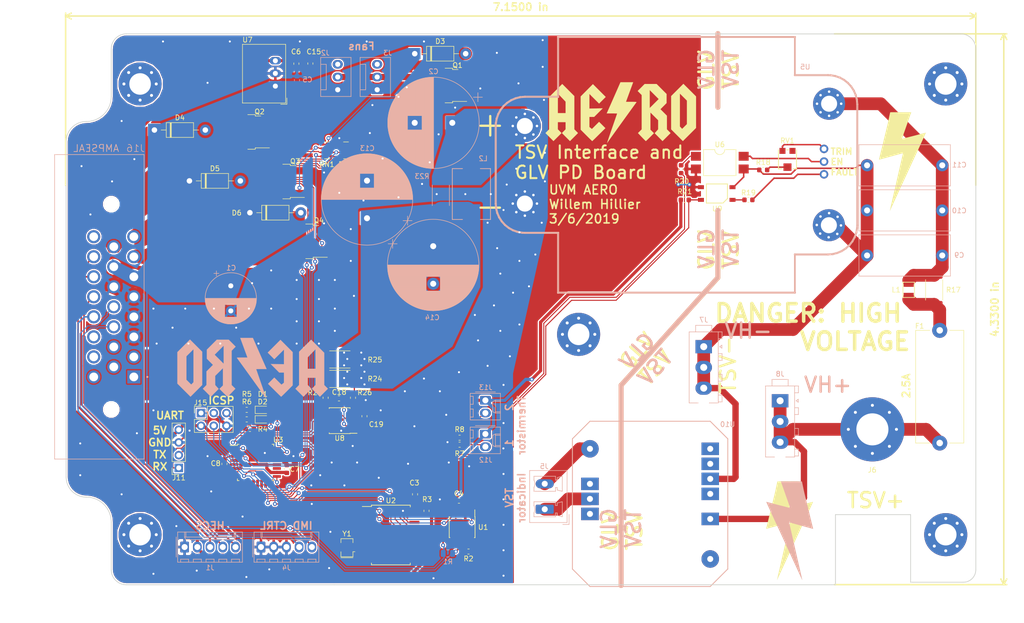
<source format=kicad_pcb>
(kicad_pcb (version 20171130) (host pcbnew "(5.0.2)-1")
  (layers (0 F.Cu signal) (31 B.Cu signal) (34 B.Paste user) (35 F.Paste user) (36 B.SilkS user) (37 F.SilkS user) (38 B.Mask user) (39 F.Mask user) (44 Edge.Cuts user))
  (net 0 "")
  (net 1 +12V)
  (net 2 GND)
  (net 3 +5V)
  (net 4 "Net-(C10-Pad1)")
  (net 5 "Net-(C18-Pad2)")
  (net 6 "Net-(C18-Pad1)")
  (net 7 "Net-(D1-Pad1)")
  (net 8 "Net-(D2-Pad1)")
  (net 9 "Net-(Q1-Pad1)")
  (net 10 "Net-(Q2-Pad1)")
  (net 11 "Net-(Q3-Pad1)")
  (net 12 "Net-(Q4-Pad1)")
  (net 13 "Net-(R2-Pad1)")
  (net 14 "Net-(R3-Pad2)")
  (net 15 "Net-(R19-Pad1)")
  (net 16 "Net-(R20-Pad2)")
  (net 17 "Net-(U1-Pad1)")
  (net 18 "Net-(U1-Pad4)")
  (net 19 "Net-(R18-Pad1)")
  (net 20 SCL)
  (net 21 SDA)
  (net 22 "Net-(J5-Pad1)")
  (net 23 "Net-(J5-Pad2)")
  (net 24 "Net-(C2-Pad1)")
  (net 25 /Main/HV-)
  (net 26 /Main/sheet5C830478/12V_OUT)
  (net 27 /Main/sheet5C830476/LED1)
  (net 28 /Main/sheet5C830476/LED2)
  (net 29 /Main/FANOUT0)
  (net 30 /Main/FANOUT2)
  (net 31 /Main/FANOUT1)
  (net 32 /Main/FANOUT3)
  (net 33 /Main/HV+)
  (net 34 /Main/sheet5C830478/HV+)
  (net 35 /Main/IMD_AN1)
  (net 36 /Main/IMD_AN2)
  (net 37 /Main/IMD_AN3)
  (net 38 /Main/IMD_OK)
  (net 39 /Main/UART_TX)
  (net 40 /Main/UART_RX)
  (net 41 /Main/TEMP_1)
  (net 42 /Main/TEMP_2)
  (net 43 /Main/sheet5C830476/RESET)
  (net 44 /Main/sheet5C830476/MOSI)
  (net 45 /Main/sheet5C830476/SCK)
  (net 46 /Main/sheet5C830476/MISO)
  (net 47 /Main/CAN-)
  (net 48 /Main/CAN+)
  (net 49 /Main/SHDN_LOOP_OUT)
  (net 50 /Main/sheet5C830478/FAULT_HV)
  (net 51 /Main/DC_DC_EN)
  (net 52 /Main/DC_DC_FAULT)
  (net 53 /Main/sheet5C830476/FAN_CTRL_3)
  (net 54 /Main/sheet5C830476/FAN_CTRL_1)
  (net 55 /Main/sheet5C830476/FAN_CTRL_2)
  (net 56 /Main/sheet5C830476/FAN_CTRL_0)
  (net 57 /Main/sheet5C830478/TRIM_HV)
  (net 58 /Main/sheet5C830476/CAN_CS)
  (net 59 "Net-(U2-Pad8)")
  (net 60 /Main/sheet5C830476/MCU_CLK)
  (net 61 /Main/sheet5C830478/EN_HV)
  (net 62 "Net-(U2-Pad7)")
  (module Resistor_SMD:R_0805_2012Metric (layer B.Cu) (at 128.605 142.864)
    (fp_text reference R1 (at 0 1.65) (layer B.SilkS) (effects (justify mirror)))
    (fp_text value R_US)
    (pad 2 smd roundrect (at 0.9375 0) (size 0.975 1.4) (layers B.Cu B.Paste B.Mask) (net 47 /Main/CAN-))
    (pad 1 smd roundrect (at -0.9375 0) (size 0.975 1.4) (layers B.Cu B.Paste B.Mask) (net 48 /Main/CAN+))
  )
  (module MountingHole:MountingHole_6.4mm_M6_Pad_Via (layer F.Cu) (at 213.3 118.095)
    (fp_text reference J6 (at -0.0416 8.1176) (layer F.SilkS))
    (fp_text value HV+)
    (pad 1 thru_hole circle (at 3.394113 -3.394113) (size 0.9 0.9) (drill 0.6) (layers *.Cu *.Mask) (net 33 /Main/HV+))
    (pad 1 thru_hole circle (at 0 -4.8) (size 0.9 0.9) (drill 0.6) (layers *.Cu *.Mask) (net 33 /Main/HV+))
    (pad 1 thru_hole circle (at -3.394113 -3.394113) (size 0.9 0.9) (drill 0.6) (layers *.Cu *.Mask) (net 33 /Main/HV+))
    (pad 1 thru_hole circle (at -4.8 0) (size 0.9 0.9) (drill 0.6) (layers *.Cu *.Mask) (net 33 /Main/HV+))
    (pad 1 thru_hole circle (at -3.394113 3.394113) (size 0.9 0.9) (drill 0.6) (layers *.Cu *.Mask) (net 33 /Main/HV+))
    (pad 1 thru_hole circle (at 0 4.8) (size 0.9 0.9) (drill 0.6) (layers *.Cu *.Mask) (net 33 /Main/HV+))
    (pad 1 thru_hole circle (at 3.394113 3.394113) (size 0.9 0.9) (drill 0.6) (layers *.Cu *.Mask) (net 33 /Main/HV+))
    (pad 1 thru_hole circle (at 4.8 0) (size 0.9 0.9) (drill 0.6) (layers *.Cu *.Mask) (net 33 /Main/HV+))
    (pad 1 thru_hole circle (at 0 0) (size 12.8 12.8) (drill 6.4) (layers *.Cu *.Mask) (net 33 /Main/HV+))
  )
  (module AERO_Logos:AERO_Logo_30x12mm (layer F.Cu) (at 163.068 54.864)
    (fp_text reference G*** hide)
    (fp_text value LOGO hide)
  )
  (module AERO_Logos:AERO_Logo_30x12mm (layer B.Cu) (at 89.662 105.918 180)
    (fp_text reference G*** hide)
    (fp_text value LOGO hide)
  )
  (module CustomFootprints:vicor-socket-no-cutouts (layer B.Cu) (at 204.664 53.071 180)
    (fp_text reference U5 (at 4.766 7.351 180) (layer B.SilkS) (effects (justify mirror)))
    (fp_text value DCM4623TD2J13D0T70)
    (pad 1 thru_hole circle (at 0 0 180) (size 6.4 6.4) (drill 3.2) (layers *.Cu *.Mask) (net 4 "Net-(C10-Pad1)"))
    (pad 5 thru_hole circle (at 0.04572 -24.257 180) (size 6.4 6.4) (drill 3.2) (layers *.Cu *.Mask) (net 25 /Main/HV-))
    (pad 8 thru_hole circle (at 60.706 -19.939 180) (size 6.4 6.4) (drill 3.2) (layers *.Cu *.Mask) (net 2 GND))
    (pad 9 thru_hole circle (at 60.706 -4.445 180) (size 6.4 6.4) (drill 3.2) (layers *.Cu *.Mask) (net 24 "Net-(C2-Pad1)"))
    (pad 2 thru_hole circle (at 1.016 -9.017 180) (size 1.699848 1.699848) (drill 1) (layers *.Cu *.Mask) (net 57 /Main/sheet5C830478/TRIM_HV))
    (pad 3 thru_hole circle (at 1.016 -11.557 180) (size 1.699848 1.699848) (drill 1) (layers *.Cu *.Mask) (net 61 /Main/sheet5C830478/EN_HV))
    (pad 4 thru_hole circle (at 1.016 -14.097 180) (size 1.699848 1.699848) (drill 1) (layers *.Cu *.Mask) (net 50 /Main/sheet5C830478/FAULT_HV))
    (pad 1 thru_hole circle (at 0 2.413 180) (size 0.8 0.8) (drill 0.5) (layers *.Cu *.Mask) (net 4 "Net-(C10-Pad1)"))
    (pad 1 thru_hole circle (at -1.706249 1.706249 135) (size 0.8 0.8) (drill 0.5) (layers *.Cu *.Mask) (net 4 "Net-(C10-Pad1)"))
    (pad 1 thru_hole circle (at -2.413 0 90) (size 0.8 0.8) (drill 0.5) (layers *.Cu *.Mask) (net 4 "Net-(C10-Pad1)"))
    (pad 1 thru_hole circle (at -1.706249 -1.706249 45) (size 0.8 0.8) (drill 0.5) (layers *.Cu *.Mask) (net 4 "Net-(C10-Pad1)"))
    (pad 1 thru_hole circle (at 0 -2.413) (size 0.8 0.8) (drill 0.5) (layers *.Cu *.Mask) (net 4 "Net-(C10-Pad1)"))
    (pad 1 thru_hole circle (at 1.706249 -1.706249 315) (size 0.8 0.8) (drill 0.5) (layers *.Cu *.Mask) (net 4 "Net-(C10-Pad1)"))
    (pad 1 thru_hole circle (at 2.413 0 270) (size 0.8 0.8) (drill 0.5) (layers *.Cu *.Mask) (net 4 "Net-(C10-Pad1)"))
    (pad 1 thru_hole circle (at 1.706249 1.706249 225) (size 0.8 0.8) (drill 0.5) (layers *.Cu *.Mask) (net 4 "Net-(C10-Pad1)"))
    (pad 5 thru_hole circle (at 0 -21.844 180) (size 0.8 0.8) (drill 0.5) (layers *.Cu *.Mask) (net 25 /Main/HV-))
    (pad 5 thru_hole circle (at -1.692858 -22.58308 135) (size 0.8 0.8) (drill 0.5) (layers *.Cu *.Mask) (net 25 /Main/HV-))
    (pad 5 thru_hole circle (at -2.36728 -24.30272 90) (size 0.8 0.8) (drill 0.5) (layers *.Cu *.Mask) (net 25 /Main/HV-))
    (pad 5 thru_hole circle (at -1.6282 -25.995578 45) (size 0.8 0.8) (drill 0.5) (layers *.Cu *.Mask) (net 25 /Main/HV-))
    (pad 5 thru_hole circle (at 0.09144 -26.67) (size 0.8 0.8) (drill 0.5) (layers *.Cu *.Mask) (net 25 /Main/HV-))
    (pad 5 thru_hole circle (at 1.784298 -25.93092 315) (size 0.8 0.8) (drill 0.5) (layers *.Cu *.Mask) (net 25 /Main/HV-))
    (pad 5 thru_hole circle (at 2.45872 -24.21128 270) (size 0.8 0.8) (drill 0.5) (layers *.Cu *.Mask) (net 25 /Main/HV-))
    (pad 5 thru_hole circle (at 1.71964 -22.518422 225) (size 0.8 0.8) (drill 0.5) (layers *.Cu *.Mask) (net 25 /Main/HV-))
    (pad 9 thru_hole circle (at 60.706 -2.032 180) (size 0.8 0.8) (drill 0.5) (layers *.Cu *.Mask) (net 24 "Net-(C2-Pad1)"))
    (pad 9 thru_hole circle (at 58.999751 -2.738751 135) (size 0.8 0.8) (drill 0.5) (layers *.Cu *.Mask) (net 24 "Net-(C2-Pad1)"))
    (pad 9 thru_hole circle (at 58.293 -4.445 90) (size 0.8 0.8) (drill 0.5) (layers *.Cu *.Mask) (net 24 "Net-(C2-Pad1)"))
    (pad 9 thru_hole circle (at 58.999751 -6.151249 45) (size 0.8 0.8) (drill 0.5) (layers *.Cu *.Mask) (net 24 "Net-(C2-Pad1)"))
    (pad 9 thru_hole circle (at 60.706 -6.858) (size 0.8 0.8) (drill 0.5) (layers *.Cu *.Mask) (net 24 "Net-(C2-Pad1)"))
    (pad 9 thru_hole circle (at 62.412249 -6.151249 315) (size 0.8 0.8) (drill 0.5) (layers *.Cu *.Mask) (net 24 "Net-(C2-Pad1)"))
    (pad 9 thru_hole circle (at 63.119 -4.445 270) (size 0.8 0.8) (drill 0.5) (layers *.Cu *.Mask) (net 24 "Net-(C2-Pad1)"))
    (pad 9 thru_hole circle (at 62.412249 -2.738751 225) (size 0.8 0.8) (drill 0.5) (layers *.Cu *.Mask) (net 24 "Net-(C2-Pad1)"))
    (pad 8 thru_hole circle (at 60.706 -17.526 180) (size 0.8 0.8) (drill 0.5) (layers *.Cu *.Mask) (net 2 GND))
    (pad 8 thru_hole circle (at 58.999751 -18.232751 135) (size 0.8 0.8) (drill 0.5) (layers *.Cu *.Mask) (net 2 GND))
    (pad 8 thru_hole circle (at 58.293 -19.939 90) (size 0.8 0.8) (drill 0.5) (layers *.Cu *.Mask) (net 2 GND))
    (pad 8 thru_hole circle (at 58.999751 -21.645249 45) (size 0.8 0.8) (drill 0.5) (layers *.Cu *.Mask) (net 2 GND))
    (pad 8 thru_hole circle (at 60.706 -22.352) (size 0.8 0.8) (drill 0.5) (layers *.Cu *.Mask) (net 2 GND))
    (pad 8 thru_hole circle (at 62.412249 -21.645249 315) (size 0.8 0.8) (drill 0.5) (layers *.Cu *.Mask) (net 2 GND))
    (pad 8 thru_hole circle (at 63.119 -19.939 270) (size 0.8 0.8) (drill 0.5) (layers *.Cu *.Mask) (net 2 GND))
    (pad 8 thru_hole circle (at 62.412249 -18.232751 225) (size 0.8 0.8) (drill 0.5) (layers *.Cu *.Mask) (net 2 GND))
  )
  (module CustomFootprints:TLP182 (layer F.Cu) (at 185.39 72.269 180)
    (fp_text reference U9 (at 3.048 -1.778 180) (layer F.SilkS))
    (fp_text value TLP184)
    (pad 1 smd rect (at 0 0 180) (size 1.2 0.8) (layers F.Cu F.Paste F.Mask) (net 15 "Net-(R19-Pad1)"))
    (pad 6 smd rect (at 6.3 0 180) (size 1.2 0.8) (layers F.Cu F.Paste F.Mask) (net 52 /Main/DC_DC_FAULT))
    (pad 3 smd rect (at 0 2.54 180) (size 1.2 0.8) (layers F.Cu F.Paste F.Mask) (net 25 /Main/HV-))
    (pad 4 smd rect (at 6.3 2.54 180) (size 1.2 0.8) (layers F.Cu F.Paste F.Mask) (net 2 GND))
  )
  (module CustomFootprints:TC33X-503ECT-ND (layer F.Cu) (at 197.358 62.484 180)
    (fp_text reference RV1 (at 1.016 2.032 180) (layer F.SilkS))
    (fp_text value 50k)
    (pad 2 smd rect (at 1 -3.25 180) (size 1.6 1.5) (layers F.Cu F.Paste F.Mask) (net 19 "Net-(R18-Pad1)"))
    (pad 3 smd rect (at 2 0 180) (size 1.2 1.2) (layers F.Cu F.Paste F.Mask) (net 57 /Main/sheet5C830478/TRIM_HV))
    (pad 1 smd rect (at 0 0 180) (size 1.2 1.2) (layers F.Cu F.Paste F.Mask))
  )
  (module 1-776087-1:TE_1-776087-1 (layer B.Cu) (at 65.935 107.624 90)
    (fp_text reference J16 (at 45.648 0.359 180) (layer B.SilkS) (effects (font (size 1.40201 1.40201) (thickness 0.12)) (justify mirror)))
    (fp_text value AMPSEAL (at 45.648 -7.515 180) (layer B.SilkS) (effects (font (size 1.40156 1.40156)) (justify mirror)))
    (pad 22 thru_hole circle (at 24 -8 90) (size 2.625 2.625) (drill 1.75) (layers *.Cu *.Mask) (net 37 /Main/IMD_AN3))
    (pad 21 thru_hole circle (at 20 -8 90) (size 2.625 2.625) (drill 1.75) (layers *.Cu *.Mask) (net 36 /Main/IMD_AN2))
    (pad 20 thru_hole circle (at 16 -8 90) (size 2.625 2.625) (drill 1.75) (layers *.Cu *.Mask) (net 35 /Main/IMD_AN1))
    (pad 19 thru_hole circle (at 12 -8 90) (size 2.625 2.625) (drill 1.75) (layers *.Cu *.Mask) (net 38 /Main/IMD_OK))
    (pad 18 thru_hole circle (at 8 -8 90) (size 2.625 2.625) (drill 1.75) (layers *.Cu *.Mask))
    (pad 17 thru_hole circle (at 4 -8 90) (size 2.625 2.625) (drill 1.75) (layers *.Cu *.Mask))
    (pad 14 thru_hole circle (at 22 -4 90) (size 2.625 2.625) (drill 1.75) (layers *.Cu *.Mask) (net 1 +12V))
    (pad 13 thru_hole circle (at 18 -4 90) (size 2.625 2.625) (drill 1.75) (layers *.Cu *.Mask) (net 2 GND))
    (pad 12 thru_hole circle (at 14 -4 90) (size 2.625 2.625) (drill 1.75) (layers *.Cu *.Mask) (net 47 /Main/CAN-))
    (pad 11 thru_hole circle (at 10 -4 90) (size 2.625 2.625) (drill 1.75) (layers *.Cu *.Mask) (net 48 /Main/CAN+))
    (pad 10 thru_hole circle (at 6 -4 90) (size 2.625 2.625) (drill 1.75) (layers *.Cu *.Mask) (net 49 /Main/SHDN_LOOP_OUT))
    (pad 7 thru_hole circle (at 24 0 90) (size 2.625 2.625) (drill 1.75) (layers *.Cu *.Mask) (net 32 /Main/FANOUT3))
    (pad 6 thru_hole circle (at 20 0 90) (size 2.625 2.625) (drill 1.75) (layers *.Cu *.Mask) (net 1 +12V))
    (pad 5 thru_hole circle (at 16 0 90) (size 2.625 2.625) (drill 1.75) (layers *.Cu *.Mask) (net 2 GND))
    (pad 4 thru_hole circle (at 12 0 90) (size 2.625 2.625) (drill 1.75) (layers *.Cu *.Mask) (net 2 GND))
    (pad 3 thru_hole circle (at 8 0 90) (size 2.625 2.625) (drill 1.75) (layers *.Cu *.Mask) (net 2 GND))
    (pad 2 thru_hole circle (at 4 0 90) (size 2.625 2.625) (drill 1.75) (layers *.Cu *.Mask) (net 49 /Main/SHDN_LOOP_OUT))
    (pad 23 thru_hole circle (at 28 -8 90) (size 2.625 2.625) (drill 1.75) (layers *.Cu *.Mask))
    (pad 16 thru_hole circle (at 0 -8 90) (size 2.625 2.625) (drill 1.75) (layers *.Cu *.Mask) (net 49 /Main/SHDN_LOOP_OUT))
    (pad 15 thru_hole circle (at 26 -4 90) (size 2.625 2.625) (drill 1.75) (layers *.Cu *.Mask) (net 30 /Main/FANOUT2))
    (pad 9 thru_hole circle (at 2 -4 90) (size 2.625 2.625) (drill 1.75) (layers *.Cu *.Mask) (net 49 /Main/SHDN_LOOP_OUT))
    (pad 8 thru_hole circle (at 28 0 90) (size 2.625 2.625) (drill 1.75) (layers *.Cu *.Mask) (net 31 /Main/FANOUT1))
    (pad 1 thru_hole rect (at 0 0 90) (size 2.625 2.625) (drill 1.75) (layers *.Cu *.Mask) (net 49 /Main/SHDN_LOOP_OUT))
    (pad Hole np_thru_hole circle (at 34.5 -4.5 90) (size 2.85 2.85) (drill 2.85) (layers *.Cu *.Mask B.SilkS))
    (pad Hole np_thru_hole circle (at -6.5 -4.5 90) (size 2.85 2.85) (drill 2.85) (layers *.Cu *.Mask B.SilkS))
  )
  (module Connector_PinSocket_2.54mm:PinSocket_1x04_P2.54mm_Vertical (layer F.Cu) (at 74.9 125.789 180)
    (fp_text reference J11 (at -0.03 -1.973 180) (layer F.SilkS))
    (fp_text value UART)
    (pad 4 thru_hole oval (at 0 7.62 180) (size 1.7 1.7) (drill 1) (layers *.Cu *.Mask) (net 3 +5V))
    (pad 3 thru_hole oval (at 0 5.08 180) (size 1.7 1.7) (drill 1) (layers *.Cu *.Mask) (net 2 GND))
    (pad 2 thru_hole oval (at 0 2.54 180) (size 1.7 1.7) (drill 1) (layers *.Cu *.Mask) (net 39 /Main/UART_TX))
    (pad 1 thru_hole rect (at 0 0 180) (size 1.7 1.7) (drill 1) (layers *.Cu *.Mask) (net 40 /Main/UART_RX))
  )
  (module CustomFootprints:hvlightningsymbol (layer F.Cu) (at 219.299 64.702)
    (fp_text reference G*** hide)
    (fp_text value LOGO hide)
  )
  (module CustomFootprints:hvlightningsymbol (layer F.Cu) (at 196.79 138.415)
    (fp_text reference G*** hide)
    (fp_text value LOGO hide)
  )
  (module CustomFootprints:EPM1510SJ (layer B.Cu) (at 180.945 121.979 180)
    (fp_text reference U10 (at -3.459 4.885 180) (layer B.SilkS) (effects (justify mirror)))
    (fp_text value EPM1510SJ)
    (pad 4 thru_hole rect (at 24 -13 180) (size 3.5 2.5) (drill 1.2) (layers *.Cu *.Mask))
    (pad 5 thru_hole rect (at 24 -10 180) (size 3.5 2.5) (drill 1.2) (layers *.Cu *.Mask) (net 22 "Net-(J5-Pad1)"))
    (pad 6 thru_hole rect (at 24 -7 180) (size 3.5 2.5) (drill 1.2) (layers *.Cu *.Mask))
    (pad 7 thru_hole custom (at 24 0 180) (size 3.5 3.5) (drill 1.2) (layers *.Cu *.Mask) (net 23 "Net-(J5-Pad2)") (options (clearance outline) (anchor circle)) (primitives))
    (pad 12 thru_hole rect (at 0 -14 180) (size 3.5 2.5) (drill 1.2) (layers *.Cu *.Mask) (net 33 /Main/HV+))
    (pad 11 thru_hole rect (at 0 -9 180) (size 3.5 2.5) (drill 1.2) (layers *.Cu *.Mask))
    (pad 10 thru_hole rect (at 0 -6 180) (size 3.5 2.5) (drill 1.2) (layers *.Cu *.Mask) (net 25 /Main/HV-))
    (pad 9 thru_hole rect (at 0 -3 180) (size 3.5 2.5) (drill 1.2) (layers *.Cu *.Mask))
    (pad 14 thru_hole custom (at 0 -22 180) (size 3.5 3.5) (drill 1.2) (layers *.Cu *.Mask) (options (clearance outline) (anchor circle)) (primitives))
    (pad 8 thru_hole rect (at 0 0 180) (size 3.5 2.5) (drill 1.2) (layers *.Cu *.Mask))
  )
  (module MountingHole:MountingHole_4.3mm_M4_Pad_Via (layer F.Cu) (at 227.935 139.124)
    (fp_text reference REF** hide)
    (fp_text value MountingHole_4.3mm_M4_Pad_Via)
    (pad 1 thru_hole circle (at 2.280419 -2.280419) (size 0.9 0.9) (drill 0.6) (layers *.Cu *.Mask))
    (pad 1 thru_hole circle (at 0 -3.225) (size 0.9 0.9) (drill 0.6) (layers *.Cu *.Mask))
    (pad 1 thru_hole circle (at -2.280419 -2.280419) (size 0.9 0.9) (drill 0.6) (layers *.Cu *.Mask))
    (pad 1 thru_hole circle (at -3.225 0) (size 0.9 0.9) (drill 0.6) (layers *.Cu *.Mask))
    (pad 1 thru_hole circle (at -2.280419 2.280419) (size 0.9 0.9) (drill 0.6) (layers *.Cu *.Mask))
    (pad 1 thru_hole circle (at 0 3.225) (size 0.9 0.9) (drill 0.6) (layers *.Cu *.Mask))
    (pad 1 thru_hole circle (at 2.280419 2.280419) (size 0.9 0.9) (drill 0.6) (layers *.Cu *.Mask))
    (pad 1 thru_hole circle (at 3.225 0) (size 0.9 0.9) (drill 0.6) (layers *.Cu *.Mask))
    (pad 1 thru_hole circle (at 0 0) (size 8.6 8.6) (drill 4.3) (layers *.Cu *.Mask))
  )
  (module MountingHole:MountingHole_4.3mm_M4_Pad_Via (layer F.Cu) (at 154.685 99.124)
    (fp_text reference REF** hide)
    (fp_text value MountingHole_4.3mm_M4_Pad_Via)
    (pad 1 thru_hole circle (at 2.280419 -2.280419) (size 0.9 0.9) (drill 0.6) (layers *.Cu *.Mask))
    (pad 1 thru_hole circle (at 0 -3.225) (size 0.9 0.9) (drill 0.6) (layers *.Cu *.Mask))
    (pad 1 thru_hole circle (at -2.280419 -2.280419) (size 0.9 0.9) (drill 0.6) (layers *.Cu *.Mask))
    (pad 1 thru_hole circle (at -3.225 0) (size 0.9 0.9) (drill 0.6) (layers *.Cu *.Mask))
    (pad 1 thru_hole circle (at -2.280419 2.280419) (size 0.9 0.9) (drill 0.6) (layers *.Cu *.Mask))
    (pad 1 thru_hole circle (at 0 3.225) (size 0.9 0.9) (drill 0.6) (layers *.Cu *.Mask))
    (pad 1 thru_hole circle (at 2.280419 2.280419) (size 0.9 0.9) (drill 0.6) (layers *.Cu *.Mask))
    (pad 1 thru_hole circle (at 3.225 0) (size 0.9 0.9) (drill 0.6) (layers *.Cu *.Mask))
    (pad 1 thru_hole circle (at 0 0) (size 8.6 8.6) (drill 4.3) (layers *.Cu *.Mask))
  )
  (module MountingHole:MountingHole_4.3mm_M4_Pad_Via (layer F.Cu) (at 227.935 49.124)
    (fp_text reference REF** hide)
    (fp_text value MountingHole_4.3mm_M4_Pad_Via)
    (pad 1 thru_hole circle (at 2.280419 -2.280419) (size 0.9 0.9) (drill 0.6) (layers *.Cu *.Mask))
    (pad 1 thru_hole circle (at 0 -3.225) (size 0.9 0.9) (drill 0.6) (layers *.Cu *.Mask))
    (pad 1 thru_hole circle (at -2.280419 -2.280419) (size 0.9 0.9) (drill 0.6) (layers *.Cu *.Mask))
    (pad 1 thru_hole circle (at -3.225 0) (size 0.9 0.9) (drill 0.6) (layers *.Cu *.Mask))
    (pad 1 thru_hole circle (at -2.280419 2.280419) (size 0.9 0.9) (drill 0.6) (layers *.Cu *.Mask))
    (pad 1 thru_hole circle (at 0 3.225) (size 0.9 0.9) (drill 0.6) (layers *.Cu *.Mask))
    (pad 1 thru_hole circle (at 2.280419 2.280419) (size 0.9 0.9) (drill 0.6) (layers *.Cu *.Mask))
    (pad 1 thru_hole circle (at 3.225 0) (size 0.9 0.9) (drill 0.6) (layers *.Cu *.Mask))
    (pad 1 thru_hole circle (at 0 0) (size 8.6 8.6) (drill 4.3) (layers *.Cu *.Mask))
  )
  (module Capacitor_SMD:C_0603_1608Metric (layer F.Cu) (at 122.047 131.064 90)
    (fp_text reference C3 (at 2.286 -0.127 180) (layer F.SilkS))
    (fp_text value 0.1uF)
    (pad 2 smd roundrect (at 0.7875 0 90) (size 0.875 0.95) (layers F.Cu F.Paste F.Mask) (net 2 GND))
    (pad 1 smd roundrect (at -0.7875 0 90) (size 0.875 0.95) (layers F.Cu F.Paste F.Mask) (net 3 +5V))
  )
  (module Capacitor_SMD:C_0603_1608Metric (layer F.Cu) (at 130.81 132.334)
    (fp_text reference C4 (at 0 -1.43) (layer F.SilkS))
    (fp_text value 0.1uF)
    (pad 2 smd roundrect (at 0.7875 0) (size 0.875 0.95) (layers F.Cu F.Paste F.Mask) (net 2 GND))
    (pad 1 smd roundrect (at -0.7875 0) (size 0.875 0.95) (layers F.Cu F.Paste F.Mask) (net 3 +5V))
  )
  (module Capacitor_SMD:C_0603_1608Metric (layer F.Cu) (at 96.461 126.01 90)
    (fp_text reference C7 (at -0.033 1.553 180) (layer F.SilkS))
    (fp_text value 0.1uF)
    (pad 2 smd roundrect (at 0.7875 0 90) (size 0.875 0.95) (layers F.Cu F.Paste F.Mask) (net 2 GND))
    (pad 1 smd roundrect (at -0.7875 0 90) (size 0.875 0.95) (layers F.Cu F.Paste F.Mask) (net 3 +5V))
  )
  (module Capacitor_SMD:C_0603_1608Metric (layer F.Cu) (at 84.015 124.994 90)
    (fp_text reference C8 (at 0.094 -1.749 180) (layer F.SilkS))
    (fp_text value 0.1uF)
    (pad 2 smd roundrect (at 0.7875 0 90) (size 0.875 0.95) (layers F.Cu F.Paste F.Mask) (net 2 GND))
    (pad 1 smd roundrect (at -0.7875 0 90) (size 0.875 0.95) (layers F.Cu F.Paste F.Mask) (net 3 +5V))
  )
  (module Capacitor_THT:C_Rect_L18.0mm_W8.0mm_P15.00mm_FKS3_FKP3 (layer B.Cu) (at 227.24 83.369 180)
    (fp_text reference C9 (at -3.392 0.057 180) (layer B.SilkS) (effects (justify mirror)))
    (fp_text value 0.68uF)
    (pad 2 thru_hole circle (at 15 0 180) (size 2.4 2.4) (drill 1.2) (layers *.Cu *.Mask) (net 25 /Main/HV-))
    (pad 1 thru_hole circle (at 0 0 180) (size 2.4 2.4) (drill 1.2) (layers *.Cu *.Mask) (net 4 "Net-(C10-Pad1)"))
  )
  (module Capacitor_THT:C_Rect_L18.0mm_W8.0mm_P15.00mm_FKS3_FKP3 (layer B.Cu) (at 227.24 74.369 180)
    (fp_text reference C10 (at -3.392 -0.053 180) (layer B.SilkS) (effects (justify mirror)))
    (fp_text value 0.68uF)
    (pad 2 thru_hole circle (at 15 0 180) (size 2.4 2.4) (drill 1.2) (layers *.Cu *.Mask) (net 25 /Main/HV-))
    (pad 1 thru_hole circle (at 0 0 180) (size 2.4 2.4) (drill 1.2) (layers *.Cu *.Mask) (net 4 "Net-(C10-Pad1)"))
  )
  (module Capacitor_THT:C_Rect_L18.0mm_W8.0mm_P15.00mm_FKS3_FKP3 (layer B.Cu) (at 227.24 65.369 180)
    (fp_text reference C11 (at -3.392 0.091 180) (layer B.SilkS) (effects (justify mirror)))
    (fp_text value 0.68uF)
    (pad 2 thru_hole circle (at 15 0 180) (size 2.4 2.4) (drill 1.2) (layers *.Cu *.Mask) (net 25 /Main/HV-))
    (pad 1 thru_hole circle (at 0 0 180) (size 2.4 2.4) (drill 1.2) (layers *.Cu *.Mask) (net 4 "Net-(C10-Pad1)"))
  )
  (module Capacitor_THT:CP_Radial_D18.0mm_P7.50mm (layer B.Cu) (at 112.462 75.931 90)
    (fp_text reference C13 (at 13.955 0.06 180) (layer B.SilkS) (effects (justify mirror)))
    (fp_text value 4700uF)
    (pad 2 thru_hole circle (at 7.5 0 90) (size 2.4 2.4) (drill 1.2) (layers *.Cu *.Mask) (net 2 GND))
    (pad 1 thru_hole rect (at 0 0 90) (size 2.4 2.4) (drill 1.2) (layers *.Cu *.Mask) (net 26 /Main/sheet5C830478/12V_OUT))
  )
  (module Capacitor_THT:CP_Radial_D18.0mm_P7.50mm (layer B.Cu) (at 125.67 81.519 270)
    (fp_text reference C14 (at 14.239 0.194) (layer B.SilkS) (effects (justify mirror)))
    (fp_text value 4700uF)
    (pad 2 thru_hole circle (at 7.5 0 270) (size 2.4 2.4) (drill 1.2) (layers *.Cu *.Mask) (net 2 GND))
    (pad 1 thru_hole rect (at 0 0 270) (size 2.4 2.4) (drill 1.2) (layers *.Cu *.Mask) (net 26 /Main/sheet5C830478/12V_OUT))
  )
  (module Capacitor_SMD:C_0603_1608Metric (layer F.Cu) (at 101.159 45.0445 270)
    (fp_text reference C15 (at -2.3725 -0.695) (layer F.SilkS))
    (fp_text value 10uF)
    (pad 2 smd roundrect (at 0.7875 0 270) (size 0.875 0.95) (layers F.Cu F.Paste F.Mask) (net 2 GND))
    (pad 1 smd roundrect (at -0.7875 0 270) (size 0.875 0.95) (layers F.Cu F.Paste F.Mask) (net 3 +5V))
  )
  (module Capacitor_SMD:C_0603_1608Metric (layer F.Cu) (at 106.875 111.913 180)
    (fp_text reference C18 (at -0.029 1.237 180) (layer F.SilkS))
    (fp_text value 0.1uF)
    (pad 2 smd roundrect (at 0.7875 0 180) (size 0.875 0.95) (layers F.Cu F.Paste F.Mask) (net 5 "Net-(C18-Pad2)"))
    (pad 1 smd roundrect (at -0.7875 0 180) (size 0.875 0.95) (layers F.Cu F.Paste F.Mask) (net 6 "Net-(C18-Pad1)"))
  )
  (module Capacitor_SMD:C_0603_1608Metric (layer F.Cu) (at 111.955 115.469 90)
    (fp_text reference C19 (at -1.625 2.345 180) (layer F.SilkS))
    (fp_text value 0.1uF)
    (pad 2 smd roundrect (at 0.7875 0 90) (size 0.875 0.95) (layers F.Cu F.Paste F.Mask) (net 3 +5V))
    (pad 1 smd roundrect (at -0.7875 0 90) (size 0.875 0.95) (layers F.Cu F.Paste F.Mask) (net 2 GND))
  )
  (module LED_SMD:LED_0603_1608Metric (layer F.Cu) (at 91.635 114.199)
    (fp_text reference D1 (at 0.029 -3.142) (layer F.SilkS))
    (fp_text value LED)
    (pad 2 smd roundrect (at 0.7875 0) (size 0.875 0.95) (layers F.Cu F.Paste F.Mask) (net 27 /Main/sheet5C830476/LED1))
    (pad 1 smd roundrect (at -0.7875 0) (size 0.875 0.95) (layers F.Cu F.Paste F.Mask) (net 7 "Net-(D1-Pad1)"))
  )
  (module LED_SMD:LED_0603_1608Metric (layer F.Cu) (at 91.635 116.104)
    (fp_text reference D2 (at 0 -3.523) (layer F.SilkS))
    (fp_text value LED)
    (pad 2 smd roundrect (at 0.7875 0) (size 0.875 0.95) (layers F.Cu F.Paste F.Mask) (net 28 /Main/sheet5C830476/LED2))
    (pad 1 smd roundrect (at -0.7875 0) (size 0.875 0.95) (layers F.Cu F.Paste F.Mask) (net 8 "Net-(D2-Pad1)"))
  )
  (module Diode_THT:D_DO-41_SOD81_P10.16mm_Horizontal (layer F.Cu) (at 121.988 43.079)
    (fp_text reference D3 (at 5.08 -2.47) (layer F.SilkS))
    (fp_text value 1N4001)
    (pad 2 thru_hole oval (at 10.16 0) (size 2.2 2.2) (drill 1.1) (layers *.Cu *.Mask) (net 29 /Main/FANOUT0))
    (pad 1 thru_hole rect (at 0 0) (size 2.2 2.2) (drill 1.1) (layers *.Cu *.Mask) (net 1 +12V))
  )
  (module Diode_THT:D_DO-41_SOD81_P10.16mm_Horizontal (layer F.Cu) (at 70.045 58.319)
    (fp_text reference D4 (at 5.08 -2.47) (layer F.SilkS))
    (fp_text value 1N4001)
    (pad 2 thru_hole oval (at 10.16 0) (size 2.2 2.2) (drill 1.1) (layers *.Cu *.Mask) (net 30 /Main/FANOUT2))
    (pad 1 thru_hole rect (at 0 0) (size 2.2 2.2) (drill 1.1) (layers *.Cu *.Mask) (net 1 +12V))
  )
  (module Diode_THT:D_DO-41_SOD81_P10.16mm_Horizontal (layer F.Cu) (at 77.03 68.479)
    (fp_text reference D5 (at 5.08 -2.47) (layer F.SilkS))
    (fp_text value 1N4001)
    (pad 2 thru_hole oval (at 10.16 0) (size 2.2 2.2) (drill 1.1) (layers *.Cu *.Mask) (net 31 /Main/FANOUT1))
    (pad 1 thru_hole rect (at 0 0) (size 2.2 2.2) (drill 1.1) (layers *.Cu *.Mask) (net 1 +12V))
  )
  (module Diode_THT:D_DO-41_SOD81_P10.16mm_Horizontal (layer F.Cu) (at 89.095 74.829)
    (fp_text reference D6 (at -2.638 0.033) (layer F.SilkS))
    (fp_text value 1N4001)
    (pad 2 thru_hole oval (at 10.16 0) (size 2.2 2.2) (drill 1.1) (layers *.Cu *.Mask) (net 32 /Main/FANOUT3))
    (pad 1 thru_hole rect (at 0 0) (size 2.2 2.2) (drill 1.1) (layers *.Cu *.Mask) (net 1 +12V))
  )
  (module Connector_Molex:Molex_KK-254_AE-6410-05A_1x05_P2.54mm_Vertical (layer B.Cu) (at 76.065 141.594)
    (fp_text reference J1 (at 5.08 4.12) (layer B.SilkS) (effects (justify mirror)))
    (fp_text value HECS)
    (pad 5 thru_hole oval (at 10.16 0) (size 1.74 2.2) (drill 1.2) (layers *.Cu *.Mask) (net 35 /Main/IMD_AN1))
    (pad 4 thru_hole oval (at 7.62 0) (size 1.74 2.2) (drill 1.2) (layers *.Cu *.Mask) (net 36 /Main/IMD_AN2))
    (pad 3 thru_hole oval (at 5.08 0) (size 1.74 2.2) (drill 1.2) (layers *.Cu *.Mask) (net 37 /Main/IMD_AN3))
    (pad 2 thru_hole oval (at 2.54 0) (size 1.74 2.2) (drill 1.2) (layers *.Cu *.Mask) (net 3 +5V))
    (pad 1 thru_hole roundrect (at 0 0) (size 1.74 2.2) (drill 1.2) (layers *.Cu *.Mask) (roundrect_rratio 0.143678) (net 2 GND))
  )
  (module Connector:FanPinHeader_1x03_P2.54mm_Vertical (layer B.Cu) (at 106.62 50.277 90)
    (fp_text reference J2 (at 7.351 -2.48 180) (layer B.SilkS) (effects (justify mirror)))
    (fp_text value CASEFAN1)
    (pad 3 thru_hole oval (at 5.08 0) (size 2.03 1.73) (drill 1.02) (layers *.Cu *.Mask))
    (pad 2 thru_hole oval (at 2.54 0) (size 2.03 1.73) (drill 1.02) (layers *.Cu *.Mask) (net 29 /Main/FANOUT0))
    (pad 1 thru_hole rect (at 0 0) (size 2.03 1.73) (drill 1.02) (layers *.Cu *.Mask) (net 1 +12V))
  )
  (module Connector:FanPinHeader_1x03_P2.54mm_Vertical (layer B.Cu) (at 114.494 50.277 90)
    (fp_text reference J3 (at 7.351 2.092 180) (layer B.SilkS) (effects (justify mirror)))
    (fp_text value CASEFAN2)
    (pad 3 thru_hole oval (at 5.08 0) (size 2.03 1.73) (drill 1.02) (layers *.Cu *.Mask))
    (pad 2 thru_hole oval (at 2.54 0) (size 2.03 1.73) (drill 1.02) (layers *.Cu *.Mask) (net 29 /Main/FANOUT0))
    (pad 1 thru_hole rect (at 0 0) (size 2.03 1.73) (drill 1.02) (layers *.Cu *.Mask) (net 1 +12V))
  )
  (module Connector_Molex:Molex_KK-254_AE-6410-02A_1x02_P2.54mm_Vertical (layer B.Cu) (at 136.085 119.025 270)
    (fp_text reference J12 (at 5.181 -0.059) (layer B.SilkS) (effects (justify mirror)))
    (fp_text value NTC1)
    (pad 2 thru_hole oval (at 2.54 0 270) (size 1.74 2.2) (drill 1.2) (layers *.Cu *.Mask) (net 41 /Main/TEMP_1))
    (pad 1 thru_hole roundrect (at 0 0 270) (size 1.74 2.2) (drill 1.2) (layers *.Cu *.Mask) (roundrect_rratio 0.143678) (net 3 +5V))
  )
  (module Connector_Molex:Molex_KK-254_AE-6410-02A_1x02_P2.54mm_Vertical (layer B.Cu) (at 136.085 112.294 270)
    (fp_text reference J13 (at -2.566 -0.059) (layer B.SilkS) (effects (justify mirror)))
    (fp_text value NTC1)
    (pad 2 thru_hole oval (at 2.54 0 270) (size 1.74 2.2) (drill 1.2) (layers *.Cu *.Mask) (net 42 /Main/TEMP_2))
    (pad 1 thru_hole roundrect (at 0 0 270) (size 1.74 2.2) (drill 1.2) (layers *.Cu *.Mask) (roundrect_rratio 0.143678) (net 3 +5V))
  )
  (module Connector_PinSocket_2.54mm:PinSocket_2x03_P2.54mm_Vertical (layer F.Cu) (at 79.345 114.834 90)
    (fp_text reference J15 (at 2.058 -0.097 180) (layer F.SilkS))
    (fp_text value ICSP)
    (pad 6 thru_hole oval (at -2.54 5.08 90) (size 1.7 1.7) (drill 1) (layers *.Cu *.Mask) (net 2 GND))
    (pad 5 thru_hole oval (at 0 5.08 90) (size 1.7 1.7) (drill 1) (layers *.Cu *.Mask) (net 43 /Main/sheet5C830476/RESET))
    (pad 4 thru_hole oval (at -2.54 2.54 90) (size 1.7 1.7) (drill 1) (layers *.Cu *.Mask) (net 44 /Main/sheet5C830476/MOSI))
    (pad 3 thru_hole oval (at 0 2.54 90) (size 1.7 1.7) (drill 1) (layers *.Cu *.Mask) (net 45 /Main/sheet5C830476/SCK))
    (pad 2 thru_hole oval (at -2.54 0 90) (size 1.7 1.7) (drill 1) (layers *.Cu *.Mask) (net 3 +5V))
    (pad 1 thru_hole rect (at 0 0 90) (size 1.7 1.7) (drill 1) (layers *.Cu *.Mask) (net 46 /Main/sheet5C830476/MISO))
  )
  (module CustomFootprints:Murata_DFE252012P_Inductor (layer F.Cu) (at 220.545 90.234 90)
    (fp_text reference L1 (at 0.005 -2.516 180) (layer F.SilkS))
    (fp_text value 1uH)
    (pad 2 smd rect (at 1 0 90) (size 0.8 2) (layers F.Cu F.Paste F.Mask) (net 4 "Net-(C10-Pad1)"))
    (pad 1 smd rect (at -1 0 90) (size 0.8 2) (layers F.Cu F.Paste F.Mask) (net 34 /Main/sheet5C830478/HV+))
  )
  (module CustomFootprints:PA2607 (layer B.Cu) (at 133.29 71.105 270)
    (fp_text reference L2 (at -7.097 -2.346) (layer B.SilkS) (effects (justify mirror)))
    (fp_text value 0.15uH)
    (pad 2 smd rect (at 3.935 0 270) (size 3.3 3.3) (layers B.Cu B.Paste B.Mask) (net 26 /Main/sheet5C830478/12V_OUT))
    (pad 1 smd rect (at -3.935 0 270) (size 3.3 3.3) (layers B.Cu B.Paste B.Mask) (net 24 "Net-(C2-Pad1)"))
  )
  (module Package_TO_SOT_SMD:TO-252-2 (layer F.Cu) (at 127.068 49.429 180)
    (fp_text reference Q1 (at -3.458 4.031 180) (layer F.SilkS))
    (fp_text value Q_NMOS_GDS)
    (pad 2 smd rect (at 2.1 0 180) (size 6.4 5.8) (layers F.Cu F.Mask) (net 29 /Main/FANOUT0))
    (pad 3 smd rect (at -4.2 2.28 180) (size 2.2 1.2) (layers F.Cu F.Paste F.Mask) (net 2 GND))
    (pad 1 smd rect (at -4.2 -2.28 180) (size 2.2 1.2) (layers F.Cu F.Paste F.Mask) (net 9 "Net-(Q1-Pad1)"))
  )
  (module Package_TO_SOT_SMD:TO-252-2 (layer F.Cu) (at 87.7 58.699 180)
    (fp_text reference Q2 (at -3.329 4.03 180) (layer F.SilkS))
    (fp_text value Q_NMOS_GDS)
    (pad 2 smd rect (at 2.1 0 180) (size 6.4 5.8) (layers F.Cu F.Mask) (net 30 /Main/FANOUT2))
    (pad 3 smd rect (at -4.2 2.28 180) (size 2.2 1.2) (layers F.Cu F.Paste F.Mask) (net 2 GND))
    (pad 1 smd rect (at -4.2 -2.28 180) (size 2.2 1.2) (layers F.Cu F.Paste F.Mask) (net 10 "Net-(Q2-Pad1)"))
  )
  (module Package_TO_SOT_SMD:TO-252-2 (layer F.Cu) (at 94.685 68.604 180)
    (fp_text reference Q3 (at -3.456 4.029 180) (layer F.SilkS))
    (fp_text value Q_NMOS_GDS)
    (pad 2 smd rect (at 2.1 0 180) (size 6.4 5.8) (layers F.Cu F.Mask) (net 31 /Main/FANOUT1))
    (pad 3 smd rect (at -4.2 2.28 180) (size 2.2 1.2) (layers F.Cu F.Paste F.Mask) (net 2 GND))
    (pad 1 smd rect (at -4.2 -2.28 180) (size 2.2 1.2) (layers F.Cu F.Paste F.Mask) (net 11 "Net-(Q3-Pad1)"))
  )
  (module Package_TO_SOT_SMD:TO-252-2 (layer F.Cu) (at 99.255 80.544 180)
    (fp_text reference Q4 (at -3.585 4.158 180) (layer F.SilkS))
    (fp_text value Q_NMOS_GDS)
    (pad 2 smd rect (at 2.1 0 180) (size 6.4 5.8) (layers F.Cu F.Mask) (net 32 /Main/FANOUT3))
    (pad 3 smd rect (at -4.2 2.28 180) (size 2.2 1.2) (layers F.Cu F.Paste F.Mask) (net 2 GND))
    (pad 1 smd rect (at -4.2 -2.28 180) (size 2.2 1.2) (layers F.Cu F.Paste F.Mask) (net 12 "Net-(Q4-Pad1)"))
  )
  (module Resistor_SMD:R_0603_1608Metric (layer F.Cu) (at 132.715 142.494 180)
    (fp_text reference R2 (at 0 -1.43 180) (layer F.SilkS))
    (fp_text value 10k)
    (pad 2 smd roundrect (at 0.7875 0 180) (size 0.875 0.95) (layers F.Cu F.Paste F.Mask) (net 2 GND))
    (pad 1 smd roundrect (at -0.7875 0 180) (size 0.875 0.95) (layers F.Cu F.Paste F.Mask) (net 13 "Net-(R2-Pad1)"))
  )
  (module Resistor_SMD:R_0603_1608Metric (layer F.Cu) (at 124.333 134.366 270)
    (fp_text reference R3 (at -2.286 -0.127) (layer F.SilkS))
    (fp_text value 10k)
    (pad 2 smd roundrect (at 0.7875 0 270) (size 0.875 0.95) (layers F.Cu F.Paste F.Mask) (net 14 "Net-(R3-Pad2)"))
    (pad 1 smd roundrect (at -0.7875 0 270) (size 0.875 0.95) (layers F.Cu F.Paste F.Mask) (net 3 +5V))
  )
  (module Resistor_SMD:R_0603_1608Metric (layer F.Cu) (at 89.095 118.009)
    (fp_text reference R4 (at 2.569 0.033) (layer F.SilkS))
    (fp_text value 10k)
    (pad 2 smd roundrect (at 0.7875 0) (size 0.875 0.95) (layers F.Cu F.Paste F.Mask) (net 43 /Main/sheet5C830476/RESET))
    (pad 1 smd roundrect (at -0.7875 0) (size 0.875 0.95) (layers F.Cu F.Paste F.Mask) (net 3 +5V))
  )
  (module Resistor_SMD:R_0603_1608Metric (layer F.Cu) (at 88.46 114.199)
    (fp_text reference R5 (at 0.029 -3.142) (layer F.SilkS))
    (fp_text value 1k)
    (pad 2 smd roundrect (at 0.7875 0) (size 0.875 0.95) (layers F.Cu F.Paste F.Mask) (net 7 "Net-(D1-Pad1)"))
    (pad 1 smd roundrect (at -0.7875 0) (size 0.875 0.95) (layers F.Cu F.Paste F.Mask) (net 2 GND))
  )
  (module Resistor_SMD:R_0603_1608Metric (layer F.Cu) (at 88.46 116.104)
    (fp_text reference R6 (at 0.029 -3.523) (layer F.SilkS))
    (fp_text value 1k)
    (pad 2 smd roundrect (at 0.7875 0) (size 0.875 0.95) (layers F.Cu F.Paste F.Mask) (net 8 "Net-(D2-Pad1)"))
    (pad 1 smd roundrect (at -0.7875 0) (size 0.875 0.95) (layers F.Cu F.Paste F.Mask) (net 2 GND))
  )
  (module Resistor_SMD:R_0603_1608Metric (layer F.Cu) (at 130.937 121.158)
    (fp_text reference R7 (at 0 1.778 180) (layer F.SilkS))
    (fp_text value 10k)
    (pad 2 smd roundrect (at 0.7875 0) (size 0.875 0.95) (layers F.Cu F.Paste F.Mask) (net 41 /Main/TEMP_1))
    (pad 1 smd roundrect (at -0.7875 0) (size 0.875 0.95) (layers F.Cu F.Paste F.Mask) (net 2 GND))
  )
  (module Resistor_SMD:R_0603_1608Metric (layer F.Cu) (at 130.937 119.761)
    (fp_text reference R8 (at 0 -1.651 180) (layer F.SilkS))
    (fp_text value 10k)
    (pad 2 smd roundrect (at 0.7875 0) (size 0.875 0.95) (layers F.Cu F.Paste F.Mask) (net 42 /Main/TEMP_2))
    (pad 1 smd roundrect (at -0.7875 0) (size 0.875 0.95) (layers F.Cu F.Paste F.Mask) (net 2 GND))
  )
  (module Resistor_SMD:R_2512_6332Metric (layer F.Cu) (at 225.625 90.234 270)
    (fp_text reference R17 (at 0 -3.834) (layer F.SilkS))
    (fp_text value 1Ω)
    (pad 2 smd roundrect (at 2.9 0 270) (size 1.35 3.35) (layers F.Cu F.Paste F.Mask) (roundrect_rratio 0.185185) (net 34 /Main/sheet5C830478/HV+))
    (pad 1 smd roundrect (at -2.9 0 270) (size 1.35 3.35) (layers F.Cu F.Paste F.Mask) (roundrect_rratio 0.185185) (net 4 "Net-(C10-Pad1)"))
  )
  (module Resistor_SMD:R_0603_1608Metric (layer F.Cu) (at 191.516 66.294 180)
    (fp_text reference R18 (at 0 1.524 180) (layer F.SilkS))
    (fp_text value 6.8k)
    (pad 2 smd roundrect (at 0.7875 0 180) (size 0.875 0.95) (layers F.Cu F.Paste F.Mask) (net 25 /Main/HV-))
    (pad 1 smd roundrect (at -0.7875 0 180) (size 0.875 0.95) (layers F.Cu F.Paste F.Mask) (net 19 "Net-(R18-Pad1)"))
  )
  (module Resistor_SMD:R_0603_1608Metric (layer F.Cu) (at 188.565 72.269)
    (fp_text reference R19 (at 0 -1.43) (layer F.SilkS))
    (fp_text value 1k)
    (pad 2 smd roundrect (at 0.7875 0) (size 0.875 0.95) (layers F.Cu F.Paste F.Mask) (net 50 /Main/sheet5C830478/FAULT_HV))
    (pad 1 smd roundrect (at -0.7875 0) (size 0.875 0.95) (layers F.Cu F.Paste F.Mask) (net 15 "Net-(R19-Pad1)"))
  )
  (module Resistor_SMD:R_0603_1608Metric (layer F.Cu) (at 175.133 66.1415 90)
    (fp_text reference R20 (at -2.4385 0.127 180) (layer F.SilkS))
    (fp_text value 1k)
    (pad 2 smd roundrect (at 0.7875 0 90) (size 0.875 0.95) (layers F.Cu F.Paste F.Mask) (net 16 "Net-(R20-Pad2)"))
    (pad 1 smd roundrect (at -0.7875 0 90) (size 0.875 0.95) (layers F.Cu F.Paste F.Mask) (net 51 /Main/DC_DC_EN))
  )
  (module Resistor_SMD:R_0603_1608Metric (layer F.Cu) (at 175.865 72.269 180)
    (fp_text reference R21 (at 0 1.657 180) (layer F.SilkS))
    (fp_text value 10k)
    (pad 2 smd roundrect (at 0.7875 0 180) (size 0.875 0.95) (layers F.Cu F.Paste F.Mask) (net 3 +5V))
    (pad 1 smd roundrect (at -0.7875 0 180) (size 0.875 0.95) (layers F.Cu F.Paste F.Mask) (net 52 /Main/DC_DC_FAULT))
  )
  (module Resistor_SMD:R_2512_6332Metric (layer B.Cu) (at 127.194 71.359 90)
    (fp_text reference R23 (at 3.795 -3.75 180) (layer B.SilkS) (effects (justify mirror)))
    (fp_text value 1Ω)
    (pad 2 smd roundrect (at 2.9 0 90) (size 1.35 3.35) (layers B.Cu B.Paste B.Mask) (roundrect_rratio 0.185185) (net 24 "Net-(C2-Pad1)"))
    (pad 1 smd roundrect (at -2.9 0 90) (size 1.35 3.35) (layers B.Cu B.Paste B.Mask) (roundrect_rratio 0.185185) (net 26 /Main/sheet5C830478/12V_OUT))
  )
  (module Resistor_SMD:R_2512_6332Metric (layer F.Cu) (at 107.043001 108.024001)
    (fp_text reference R24 (at 7.002999 -0.015001) (layer F.SilkS))
    (fp_text value 0.02)
    (pad 2 smd roundrect (at 2.9 0) (size 1.35 3.35) (layers F.Cu F.Paste F.Mask) (roundrect_rratio 0.185185) (net 26 /Main/sheet5C830478/12V_OUT))
    (pad 1 smd roundrect (at -2.9 0) (size 1.35 3.35) (layers F.Cu F.Paste F.Mask) (roundrect_rratio 0.185185) (net 49 /Main/SHDN_LOOP_OUT))
  )
  (module Resistor_SMD:R_2512_6332Metric (layer F.Cu) (at 107.043001 104.134001)
    (fp_text reference R25 (at 7.002999 0.064999) (layer F.SilkS))
    (fp_text value 0.02)
    (pad 2 smd roundrect (at 2.9 0) (size 1.35 3.35) (layers F.Cu F.Paste F.Mask) (roundrect_rratio 0.185185) (net 26 /Main/sheet5C830478/12V_OUT))
    (pad 1 smd roundrect (at -2.9 0) (size 1.35 3.35) (layers F.Cu F.Paste F.Mask) (roundrect_rratio 0.185185) (net 49 /Main/SHDN_LOOP_OUT))
  )
  (module Resistor_SMD:R_0603_1608Metric (layer F.Cu) (at 109.669 111.786 90)
    (fp_text reference R26 (at 1.042 2.345 180) (layer F.SilkS))
    (fp_text value 10)
    (pad 2 smd roundrect (at 0.7875 0 90) (size 0.875 0.95) (layers F.Cu F.Paste F.Mask) (net 26 /Main/sheet5C830478/12V_OUT))
    (pad 1 smd roundrect (at -0.7875 0 90) (size 0.875 0.95) (layers F.Cu F.Paste F.Mask) (net 6 "Net-(C18-Pad1)"))
  )
  (module Resistor_SMD:R_0603_1608Metric (layer F.Cu) (at 104.208 111.786 90)
    (fp_text reference R27 (at 1.042 -2.13 180) (layer F.SilkS))
    (fp_text value 10)
    (pad 2 smd roundrect (at 0.7875 0 90) (size 0.875 0.95) (layers F.Cu F.Paste F.Mask) (net 49 /Main/SHDN_LOOP_OUT))
    (pad 1 smd roundrect (at -0.7875 0 90) (size 0.875 0.95) (layers F.Cu F.Paste F.Mask) (net 5 "Net-(C18-Pad2)"))
  )
  (module Package_SO:SOIC-8_3.9x4.9mm_P1.27mm (layer F.Cu) (at 131.445 137.634 270)
    (fp_text reference U1 (at 0 -4.191) (layer F.SilkS))
    (fp_text value MCP2551-I-SN)
    (pad 8 smd rect (at 2.7 -1.905 270) (size 1.55 0.6) (layers F.Cu F.Paste F.Mask) (net 13 "Net-(R2-Pad1)"))
    (pad 7 smd rect (at 2.7 -0.635 270) (size 1.55 0.6) (layers F.Cu F.Paste F.Mask) (net 48 /Main/CAN+))
    (pad 6 smd rect (at 2.7 0.635 270) (size 1.55 0.6) (layers F.Cu F.Paste F.Mask) (net 47 /Main/CAN-))
    (pad 5 smd rect (at 2.7 1.905 270) (size 1.55 0.6) (layers F.Cu F.Paste F.Mask))
    (pad 4 smd rect (at -2.7 1.905 270) (size 1.55 0.6) (layers F.Cu F.Paste F.Mask) (net 18 "Net-(U1-Pad4)"))
    (pad 3 smd rect (at -2.7 0.635 270) (size 1.55 0.6) (layers F.Cu F.Paste F.Mask) (net 3 +5V))
    (pad 2 smd rect (at -2.7 -0.635 270) (size 1.55 0.6) (layers F.Cu F.Paste F.Mask) (net 2 GND))
    (pad 1 smd rect (at -2.7 -1.905 270) (size 1.55 0.6) (layers F.Cu F.Paste F.Mask) (net 17 "Net-(U1-Pad1)"))
  )
  (module Package_QFP:TQFP-32_7x7mm_P0.8mm (layer F.Cu) (at 90.225 124.699)
    (fp_text reference U3 (at 4.517 -4.498) (layer F.SilkS))
    (fp_text value ATmega328P-AU)
    (pad 32 smd rect (at -2.8 -4.25 90) (size 1.6 0.55) (layers F.Cu F.Paste F.Mask) (net 28 /Main/sheet5C830476/LED2))
    (pad 31 smd rect (at -2 -4.25 90) (size 1.6 0.55) (layers F.Cu F.Paste F.Mask) (net 39 /Main/UART_TX))
    (pad 30 smd rect (at -1.2 -4.25 90) (size 1.6 0.55) (layers F.Cu F.Paste F.Mask) (net 40 /Main/UART_RX))
    (pad 29 smd rect (at -0.4 -4.25 90) (size 1.6 0.55) (layers F.Cu F.Paste F.Mask) (net 43 /Main/sheet5C830476/RESET))
    (pad 28 smd rect (at 0.4 -4.25 90) (size 1.6 0.55) (layers F.Cu F.Paste F.Mask) (net 20 SCL))
    (pad 27 smd rect (at 1.2 -4.25 90) (size 1.6 0.55) (layers F.Cu F.Paste F.Mask) (net 21 SDA))
    (pad 26 smd rect (at 2 -4.25 90) (size 1.6 0.55) (layers F.Cu F.Paste F.Mask))
    (pad 25 smd rect (at 2.8 -4.25 90) (size 1.6 0.55) (layers F.Cu F.Paste F.Mask) (net 42 /Main/TEMP_2))
    (pad 24 smd rect (at 4.25 -2.8) (size 1.6 0.55) (layers F.Cu F.Paste F.Mask) (net 41 /Main/TEMP_1))
    (pad 23 smd rect (at 4.25 -2) (size 1.6 0.55) (layers F.Cu F.Paste F.Mask) (net 27 /Main/sheet5C830476/LED1))
    (pad 22 smd rect (at 4.25 -1.2) (size 1.6 0.55) (layers F.Cu F.Paste F.Mask))
    (pad 21 smd rect (at 4.25 -0.4) (size 1.6 0.55) (layers F.Cu F.Paste F.Mask) (net 2 GND))
    (pad 20 smd rect (at 4.25 0.4) (size 1.6 0.55) (layers F.Cu F.Paste F.Mask) (net 3 +5V))
    (pad 19 smd rect (at 4.25 1.2) (size 1.6 0.55) (layers F.Cu F.Paste F.Mask))
    (pad 18 smd rect (at 4.25 2) (size 1.6 0.55) (layers F.Cu F.Paste F.Mask) (net 3 +5V))
    (pad 17 smd rect (at 4.25 2.8) (size 1.6 0.55) (layers F.Cu F.Paste F.Mask) (net 45 /Main/sheet5C830476/SCK))
    (pad 16 smd rect (at 2.8 4.25 90) (size 1.6 0.55) (layers F.Cu F.Paste F.Mask) (net 46 /Main/sheet5C830476/MISO))
    (pad 15 smd rect (at 2 4.25 90) (size 1.6 0.55) (layers F.Cu F.Paste F.Mask) (net 44 /Main/sheet5C830476/MOSI))
    (pad 14 smd rect (at 1.2 4.25 90) (size 1.6 0.55) (layers F.Cu F.Paste F.Mask) (net 54 /Main/sheet5C830476/FAN_CTRL_1))
    (pad 13 smd rect (at 0.4 4.25 90) (size 1.6 0.55) (layers F.Cu F.Paste F.Mask) (net 56 /Main/sheet5C830476/FAN_CTRL_0))
    (pad 12 smd rect (at -0.4 4.25 90) (size 1.6 0.55) (layers F.Cu F.Paste F.Mask))
    (pad 11 smd rect (at -1.2 4.25 90) (size 1.6 0.55) (layers F.Cu F.Paste F.Mask) (net 52 /Main/DC_DC_FAULT))
    (pad 10 smd rect (at -2 4.25 90) (size 1.6 0.55) (layers F.Cu F.Paste F.Mask) (net 58 /Main/sheet5C830476/CAN_CS))
    (pad 9 smd rect (at -2.8 4.25 90) (size 1.6 0.55) (layers F.Cu F.Paste F.Mask) (net 53 /Main/sheet5C830476/FAN_CTRL_3))
    (pad 8 smd rect (at -4.25 2.8) (size 1.6 0.55) (layers F.Cu F.Paste F.Mask))
    (pad 7 smd rect (at -4.25 2) (size 1.6 0.55) (layers F.Cu F.Paste F.Mask) (net 60 /Main/sheet5C830476/MCU_CLK))
    (pad 6 smd rect (at -4.25 1.2) (size 1.6 0.55) (layers F.Cu F.Paste F.Mask) (net 3 +5V))
    (pad 5 smd rect (at -4.25 0.4) (size 1.6 0.55) (layers F.Cu F.Paste F.Mask) (net 2 GND))
    (pad 4 smd rect (at -4.25 -0.4) (size 1.6 0.55) (layers F.Cu F.Paste F.Mask) (net 3 +5V))
    (pad 3 smd rect (at -4.25 -1.2) (size 1.6 0.55) (layers F.Cu F.Paste F.Mask) (net 2 GND))
    (pad 2 smd rect (at -4.25 -2) (size 1.6 0.55) (layers F.Cu F.Paste F.Mask) (net 51 /Main/DC_DC_EN))
    (pad 1 smd rect (at -4.25 -2.8) (size 1.6 0.55) (layers F.Cu F.Paste F.Mask) (net 55 /Main/sheet5C830476/FAN_CTRL_2))
  )
  (module Converter_DCDC:Converter_DCDC_RECOM_R-78E-0.5_THT (layer F.Cu) (at 94.175 49.556 90)
    (fp_text reference U7 (at 9.238 -5.559 180) (layer F.SilkS))
    (fp_text value R-78E5.0-0.5)
    (pad 3 thru_hole oval (at 5.08 0 90) (size 1.5 2.3) (drill 1) (layers *.Cu *.Mask) (net 3 +5V))
    (pad 2 thru_hole oval (at 2.54 0 90) (size 1.5 2.3) (drill 1) (layers *.Cu *.Mask) (net 2 GND))
    (pad 1 thru_hole rect (at 0 0 90) (size 1.5 2.3) (drill 1) (layers *.Cu *.Mask) (net 1 +12V))
  )
  (module Package_SO:SOIC-8_3.9x4.9mm_P1.27mm (layer F.Cu) (at 107.002 116.358 180)
    (fp_text reference U8 (at 0 -3.5 180) (layer F.SilkS))
    (fp_text value INA219)
    (pad 8 smd rect (at 2.7 -1.905 180) (size 1.55 0.6) (layers F.Cu F.Paste F.Mask) (net 2 GND))
    (pad 7 smd rect (at 2.7 -0.635 180) (size 1.55 0.6) (layers F.Cu F.Paste F.Mask) (net 2 GND))
    (pad 6 smd rect (at 2.7 0.635 180) (size 1.55 0.6) (layers F.Cu F.Paste F.Mask) (net 21 SDA))
    (pad 5 smd rect (at 2.7 1.905 180) (size 1.55 0.6) (layers F.Cu F.Paste F.Mask) (net 20 SCL))
    (pad 4 smd rect (at -2.7 1.905 180) (size 1.55 0.6) (layers F.Cu F.Paste F.Mask) (net 3 +5V))
    (pad 3 smd rect (at -2.7 0.635 180) (size 1.55 0.6) (layers F.Cu F.Paste F.Mask) (net 2 GND))
    (pad 2 smd rect (at -2.7 -0.635 180) (size 1.55 0.6) (layers F.Cu F.Paste F.Mask) (net 5 "Net-(C18-Pad2)"))
    (pad 1 smd rect (at -2.7 -1.905 180) (size 1.55 0.6) (layers F.Cu F.Paste F.Mask) (net 6 "Net-(C18-Pad1)"))
  )
  (module MountingHole:MountingHole_4.3mm_M4_Pad_Via (layer F.Cu) (at 67.185 49.124)
    (fp_text reference REF** hide)
    (fp_text value MountingHole_4.3mm_M4_Pad_Via)
    (pad 1 thru_hole circle (at 2.280419 -2.280419) (size 0.9 0.9) (drill 0.6) (layers *.Cu *.Mask))
    (pad 1 thru_hole circle (at 0 -3.225) (size 0.9 0.9) (drill 0.6) (layers *.Cu *.Mask))
    (pad 1 thru_hole circle (at -2.280419 -2.280419) (size 0.9 0.9) (drill 0.6) (layers *.Cu *.Mask))
    (pad 1 thru_hole circle (at -3.225 0) (size 0.9 0.9) (drill 0.6) (layers *.Cu *.Mask))
    (pad 1 thru_hole circle (at -2.280419 2.280419) (size 0.9 0.9) (drill 0.6) (layers *.Cu *.Mask))
    (pad 1 thru_hole circle (at 0 3.225) (size 0.9 0.9) (drill 0.6) (layers *.Cu *.Mask))
    (pad 1 thru_hole circle (at 2.280419 2.280419) (size 0.9 0.9) (drill 0.6) (layers *.Cu *.Mask))
    (pad 1 thru_hole circle (at 3.225 0) (size 0.9 0.9) (drill 0.6) (layers *.Cu *.Mask))
    (pad 1 thru_hole circle (at 0 0) (size 8.6 8.6) (drill 4.3) (layers *.Cu *.Mask))
  )
  (module MountingHole:MountingHole_4.3mm_M4_Pad_Via (layer F.Cu) (at 67.185 139.124)
    (fp_text reference REF** hide)
    (fp_text value MountingHole_4.3mm_M4_Pad_Via)
    (pad 1 thru_hole circle (at 2.280419 -2.280419) (size 0.9 0.9) (drill 0.6) (layers *.Cu *.Mask))
    (pad 1 thru_hole circle (at 0 -3.225) (size 0.9 0.9) (drill 0.6) (layers *.Cu *.Mask))
    (pad 1 thru_hole circle (at -2.280419 -2.280419) (size 0.9 0.9) (drill 0.6) (layers *.Cu *.Mask))
    (pad 1 thru_hole circle (at -3.225 0) (size 0.9 0.9) (drill 0.6) (layers *.Cu *.Mask))
    (pad 1 thru_hole circle (at -2.280419 2.280419) (size 0.9 0.9) (drill 0.6) (layers *.Cu *.Mask))
    (pad 1 thru_hole circle (at 0 3.225) (size 0.9 0.9) (drill 0.6) (layers *.Cu *.Mask))
    (pad 1 thru_hole circle (at 2.280419 2.280419) (size 0.9 0.9) (drill 0.6) (layers *.Cu *.Mask))
    (pad 1 thru_hole circle (at 3.225 0) (size 0.9 0.9) (drill 0.6) (layers *.Cu *.Mask))
    (pad 1 thru_hole circle (at 0 0) (size 8.6 8.6) (drill 4.3) (layers *.Cu *.Mask))
  )
  (module Connector_Molex:Molex_KK-254_AE-6410-05A_1x05_P2.54mm_Vertical (layer B.Cu) (at 91.305 141.594)
    (fp_text reference J4 (at 5.08 4.12) (layer B.SilkS) (effects (justify mirror)))
    (fp_text value Bender-LV)
    (pad 5 thru_hole oval (at 10.16 0) (size 1.74 2.2) (drill 1.2) (layers *.Cu *.Mask) (net 1 +12V))
    (pad 4 thru_hole oval (at 7.62 0) (size 1.74 2.2) (drill 1.2) (layers *.Cu *.Mask) (net 38 /Main/IMD_OK))
    (pad 3 thru_hole oval (at 5.08 0) (size 1.74 2.2) (drill 1.2) (layers *.Cu *.Mask) (net 2 GND))
    (pad 2 thru_hole oval (at 2.54 0) (size 1.74 2.2) (drill 1.2) (layers *.Cu *.Mask) (net 2 GND))
    (pad 1 thru_hole roundrect (at 0 0) (size 1.74 2.2) (drill 1.2) (layers *.Cu *.Mask) (roundrect_rratio 0.143678) (net 2 GND))
  )
  (module CustomFootprints:Fuseholder_Cylinder-5x20mm_Schurter_0031_8201_Horizontal_Open_3d (layer F.Cu) (at 226.735 98.324 270)
    (fp_text reference F1 (at -0.856 4.007) (layer F.SilkS))
    (fp_text value 2A)
    (pad "" np_thru_hole circle (at 11.25 0 270) (size 2.7 2.7) (drill 2.7) (layers *.Cu *.Mask))
    (pad 2 thru_hole circle (at 22.5 0 270) (size 3 3) (drill 1.3) (layers *.Cu *.Mask) (net 33 /Main/HV+))
    (pad 1 thru_hole circle (at 0 0 270) (size 3 3) (drill 1.3) (layers *.Cu *.Mask) (net 34 /Main/sheet5C830478/HV+))
  )
  (module Package_DIP:SMDIP-4_W9.53mm (layer F.Cu) (at 182.85 64.829)
    (fp_text reference U6 (at 0 -3.6) (layer F.SilkS))
    (fp_text value LTV-817S)
    (pad 4 smd rect (at 4.765 -1.27) (size 2 1.78) (layers F.Cu F.Paste F.Mask) (net 61 /Main/sheet5C830478/EN_HV))
    (pad 2 smd rect (at -4.765 1.27) (size 2 1.78) (layers F.Cu F.Paste F.Mask) (net 2 GND))
    (pad 3 smd rect (at 4.765 1.27) (size 2 1.78) (layers F.Cu F.Paste F.Mask) (net 25 /Main/HV-))
    (pad 1 smd rect (at -4.765 -1.27) (size 2 1.78) (layers F.Cu F.Paste F.Mask) (net 16 "Net-(R20-Pad2)"))
  )
  (module Resistor_SMD:R_Array_Convex_4x0603 (layer F.Cu) (at 104.462 62.383 180)
    (fp_text reference RN1 (at 0 -2.8 180) (layer F.SilkS))
    (fp_text value 1k)
    (pad 1 smd rect (at -0.9 -1.2 180) (size 0.8 0.5) (layers F.Cu F.Paste F.Mask) (net 53 /Main/sheet5C830476/FAN_CTRL_3))
    (pad 3 smd rect (at -0.9 0.4 180) (size 0.8 0.4) (layers F.Cu F.Paste F.Mask) (net 54 /Main/sheet5C830476/FAN_CTRL_1))
    (pad 2 smd rect (at -0.9 -0.4 180) (size 0.8 0.4) (layers F.Cu F.Paste F.Mask) (net 55 /Main/sheet5C830476/FAN_CTRL_2))
    (pad 4 smd rect (at -0.9 1.2 180) (size 0.8 0.5) (layers F.Cu F.Paste F.Mask) (net 56 /Main/sheet5C830476/FAN_CTRL_0))
    (pad 7 smd rect (at 0.9 -0.4 180) (size 0.8 0.4) (layers F.Cu F.Paste F.Mask) (net 10 "Net-(Q2-Pad1)"))
    (pad 8 smd rect (at 0.9 -1.2 180) (size 0.8 0.5) (layers F.Cu F.Paste F.Mask) (net 12 "Net-(Q4-Pad1)"))
    (pad 6 smd rect (at 0.9 0.4 180) (size 0.8 0.4) (layers F.Cu F.Paste F.Mask) (net 11 "Net-(Q3-Pad1)"))
    (pad 5 smd rect (at 0.9 1.2 180) (size 0.8 0.5) (layers F.Cu F.Paste F.Mask) (net 9 "Net-(Q1-Pad1)"))
  )
  (module Resistor_SMD:R_Array_Convex_4x0603 (layer F.Cu) (at 108.272 62.383 180)
    (fp_text reference RN2 (at 0 -2.8 180) (layer F.SilkS))
    (fp_text value 10k)
    (pad 5 smd rect (at 0.9 1.2 180) (size 0.8 0.5) (layers F.Cu F.Paste F.Mask) (net 56 /Main/sheet5C830476/FAN_CTRL_0))
    (pad 6 smd rect (at 0.9 0.4 180) (size 0.8 0.4) (layers F.Cu F.Paste F.Mask) (net 54 /Main/sheet5C830476/FAN_CTRL_1))
    (pad 8 smd rect (at 0.9 -1.2 180) (size 0.8 0.5) (layers F.Cu F.Paste F.Mask) (net 53 /Main/sheet5C830476/FAN_CTRL_3))
    (pad 7 smd rect (at 0.9 -0.4 180) (size 0.8 0.4) (layers F.Cu F.Paste F.Mask) (net 55 /Main/sheet5C830476/FAN_CTRL_2))
    (pad 4 smd rect (at -0.9 1.2 180) (size 0.8 0.5) (layers F.Cu F.Paste F.Mask) (net 2 GND))
    (pad 2 smd rect (at -0.9 -0.4 180) (size 0.8 0.4) (layers F.Cu F.Paste F.Mask) (net 2 GND))
    (pad 3 smd rect (at -0.9 0.4 180) (size 0.8 0.4) (layers F.Cu F.Paste F.Mask) (net 2 GND))
    (pad 1 smd rect (at -0.9 -1.2 180) (size 0.8 0.5) (layers F.Cu F.Paste F.Mask) (net 2 GND))
  )
  (module Capacitor_THT:CP_Radial_D10.0mm_P5.00mm (layer B.Cu) (at 85.285 89.434 270)
    (fp_text reference C1 (at -3.582 -0.059) (layer B.SilkS) (effects (justify mirror)))
    (fp_text value 470uF)
    (pad 1 thru_hole rect (at 0 0 270) (size 2 2) (drill 1) (layers *.Cu *.Mask) (net 1 +12V))
    (pad 2 thru_hole circle (at 5 0 270) (size 2 2) (drill 1) (layers *.Cu *.Mask) (net 2 GND))
  )
  (module Capacitor_THT:CP_Radial_D18.0mm_P7.50mm (layer B.Cu) (at 129.48 56.881 180)
    (fp_text reference C2 (at 3.75 10.25 180) (layer B.SilkS) (effects (justify mirror)))
    (fp_text value 4700uF)
    (pad 1 thru_hole rect (at 0 0 180) (size 2.4 2.4) (drill 1.2) (layers *.Cu *.Mask) (net 24 "Net-(C2-Pad1)"))
    (pad 2 thru_hole circle (at 7.5 0 180) (size 2.4 2.4) (drill 1.2) (layers *.Cu *.Mask) (net 2 GND))
  )
  (module Connector_Phoenix_MC_HighVoltage:PhoenixContact_MCV_1,5_2-G-5.08_1x02_P5.08mm_Vertical (layer B.Cu) (at 147.925 134.044 90)
    (fp_text reference J5 (at 8.568 -0.097 180) (layer B.SilkS) (effects (justify mirror)))
    (fp_text value BLINKY)
    (pad 1 thru_hole roundrect (at 0 0 90) (size 1.8 3.6) (drill 1.2) (layers *.Cu *.Mask) (roundrect_rratio 0.138889) (net 22 "Net-(J5-Pad1)"))
    (pad 2 thru_hole oval (at 5.08 0 90) (size 1.8 3.6) (drill 1.2) (layers *.Cu *.Mask) (net 23 "Net-(J5-Pad2)"))
  )
  (module CustomFootprints:hvlightningsymbol (layer B.Cu) (at 196.79 138.415 180)
    (fp_text reference G*** hide)
    (fp_text value LOGO hide)
  )
  (module Capacitor_SMD:C_0603_1608Metric (layer B.Cu) (at 98.492 48.372 90)
    (fp_text reference C5 (at 0.112 2.092 180) (layer B.SilkS) (effects (justify mirror)))
    (fp_text value 10uF)
    (pad 2 smd roundrect (at 0.7875 0 90) (size 0.875 0.95) (layers B.Cu B.Paste B.Mask) (net 2 GND))
    (pad 1 smd roundrect (at -0.7875 0 90) (size 0.875 0.95) (layers B.Cu B.Paste B.Mask) (net 1 +12V))
  )
  (module Capacitor_SMD:C_0603_1608Metric (layer F.Cu) (at 98.365 45.07 270)
    (fp_text reference C6 (at -2.398 0.067) (layer F.SilkS))
    (fp_text value 0.1uF)
    (pad 1 smd roundrect (at -0.7875 0 270) (size 0.875 0.95) (layers F.Cu F.Paste F.Mask) (net 3 +5V))
    (pad 2 smd roundrect (at 0.7875 0 270) (size 0.875 0.95) (layers F.Cu F.Paste F.Mask) (net 2 GND))
  )
  (module Connector_TE-Connectivity:TE_MATE-N-LOK_1-770870-x_1x03_P4.14mm_Vertical (layer B.Cu) (at 179.645 101.585 180)
    (fp_text reference J7 (at 0 5.34 180) (layer B.SilkS) (effects (justify mirror)))
    (fp_text value HV-)
    (pad "" np_thru_hole circle (at 0 -12.72 180) (size 3.18 3.18) (drill 3.18) (layers *.Cu *.Mask))
    (pad 3 thru_hole oval (at 0 -8.28 180) (size 3.3 2.64) (drill 1.4) (layers *.Cu *.Mask) (net 25 /Main/HV-))
    (pad 2 thru_hole oval (at 0 -4.14 180) (size 3.3 2.64) (drill 1.4) (layers *.Cu *.Mask) (net 25 /Main/HV-))
    (pad 1 thru_hole rect (at 0 0 180) (size 3.3 2.64) (drill 1.4) (layers *.Cu *.Mask) (net 25 /Main/HV-))
  )
  (module Connector_TE-Connectivity:TE_MATE-N-LOK_1-770870-x_1x03_P4.14mm_Vertical (layer B.Cu) (at 194.885 112.38 180)
    (fp_text reference J8 (at 0 5.34 180) (layer B.SilkS) (effects (justify mirror)))
    (fp_text value HV+)
    (pad 1 thru_hole rect (at 0 0 180) (size 3.3 2.64) (drill 1.4) (layers *.Cu *.Mask) (net 33 /Main/HV+))
    (pad 2 thru_hole oval (at 0 -4.14 180) (size 3.3 2.64) (drill 1.4) (layers *.Cu *.Mask) (net 33 /Main/HV+))
    (pad 3 thru_hole oval (at 0 -8.28 180) (size 3.3 2.64) (drill 1.4) (layers *.Cu *.Mask) (net 33 /Main/HV+))
    (pad "" np_thru_hole circle (at 0 -12.72 180) (size 3.18 3.18) (drill 3.18) (layers *.Cu *.Mask))
  )
  (module Crystal:Resonator_SMD_muRata_CSTxExxV-3Pin_3.0x1.1mm (layer F.Cu) (at 108.458 141.732 90)
    (fp_text reference Y1 (at 2.794 0 180) (layer F.SilkS))
    (fp_text value 16MHz)
    (pad 1 smd rect (at -1.2 0 90) (size 0.4 1.9) (layers F.Cu F.Paste F.Mask) (net 59 "Net-(U2-Pad8)"))
    (pad 2 smd rect (at 0 0 90) (size 0.4 1.9) (layers F.Cu F.Paste F.Mask) (net 2 GND))
    (pad 3 smd rect (at 1.2 0 90) (size 0.4 1.9) (layers F.Cu F.Paste F.Mask) (net 62 "Net-(U2-Pad7)"))
  )
  (module Package_SO:SOIC-18W_7.5x11.6mm_P1.27mm (layer F.Cu) (at 117.221 139.192)
    (fp_text reference U2 (at 0 -6.875) (layer F.SilkS))
    (fp_text value MCP2515-xSO)
    (pad 1 smd rect (at -4.7 -5.08) (size 2 0.6) (layers F.Cu F.Paste F.Mask) (net 17 "Net-(U1-Pad1)"))
    (pad 2 smd rect (at -4.7 -3.81) (size 2 0.6) (layers F.Cu F.Paste F.Mask) (net 18 "Net-(U1-Pad4)"))
    (pad 3 smd rect (at -4.7 -2.54) (size 2 0.6) (layers F.Cu F.Paste F.Mask) (net 60 /Main/sheet5C830476/MCU_CLK))
    (pad 4 smd rect (at -4.7 -1.27) (size 2 0.6) (layers F.Cu F.Paste F.Mask))
    (pad 5 smd rect (at -4.7 0) (size 2 0.6) (layers F.Cu F.Paste F.Mask))
    (pad 6 smd rect (at -4.7 1.27) (size 2 0.6) (layers F.Cu F.Paste F.Mask))
    (pad 7 smd rect (at -4.7 2.54) (size 2 0.6) (layers F.Cu F.Paste F.Mask) (net 62 "Net-(U2-Pad7)"))
    (pad 8 smd rect (at -4.7 3.81) (size 2 0.6) (layers F.Cu F.Paste F.Mask) (net 59 "Net-(U2-Pad8)"))
    (pad 9 smd rect (at -4.7 5.08) (size 2 0.6) (layers F.Cu F.Paste F.Mask) (net 2 GND))
    (pad 10 smd rect (at 4.7 5.08) (size 2 0.6) (layers F.Cu F.Paste F.Mask))
    (pad 11 smd rect (at 4.7 3.81) (size 2 0.6) (layers F.Cu F.Paste F.Mask))
    (pad 12 smd rect (at 4.7 2.54) (size 2 0.6) (layers F.Cu F.Paste F.Mask))
    (pad 13 smd rect (at 4.7 1.27) (size 2 0.6) (layers F.Cu F.Paste F.Mask) (net 45 /Main/sheet5C830476/SCK))
    (pad 14 smd rect (at 4.7 0) (size 2 0.6) (layers F.Cu F.Paste F.Mask) (net 44 /Main/sheet5C830476/MOSI))
    (pad 15 smd rect (at 4.7 -1.27) (size 2 0.6) (layers F.Cu F.Paste F.Mask) (net 46 /Main/sheet5C830476/MISO))
    (pad 16 smd rect (at 4.7 -2.54) (size 2 0.6) (layers F.Cu F.Paste F.Mask) (net 58 /Main/sheet5C830476/CAN_CS))
    (pad 17 smd rect (at 4.7 -3.81) (size 2 0.6) (layers F.Cu F.Paste F.Mask) (net 14 "Net-(R3-Pad2)"))
    (pad 18 smd rect (at 4.7 -5.08) (size 2 0.6) (layers F.Cu F.Paste F.Mask) (net 3 +5V))
  )
  (dimension 181.61 (width 0.3) (layer F.SilkS) (gr_text "181.610 mm" (at 143.129 33.46) (layer F.SilkS) (effects (font (size 1.5 1.5) (thickness 0.3)))) (feature1 (pts (xy 52.324 69.342) (xy 52.324 34.973579))) (feature2 (pts (xy 233.934 69.342) (xy 233.934 34.973579))) (crossbar (pts (xy 233.934 35.56) (xy 52.324 35.56))) (arrow1a (pts (xy 52.324 35.56) (xy 53.450504 34.973579))) (arrow1b (pts (xy 52.324 35.56) (xy 53.450504 36.146421))) (arrow2a (pts (xy 233.934 35.56) (xy 232.807496 34.973579))) (arrow2b (pts (xy 233.934 35.56) (xy 232.807496 36.146421))))
  (dimension 109.982 (width 0.3) (layer F.SilkS) (gr_text "109.982 mm" (at 241.622 94.107 90) (layer F.SilkS) (effects (font (size 1.5 1.5) (thickness 0.3)))) (feature1 (pts (xy 205.74 39.116) (xy 240.108421 39.116))) (feature2 (pts (xy 205.74 149.098) (xy 240.108421 149.098))) (crossbar (pts (xy 239.522 149.098) (xy 239.522 39.116))) (arrow1a (pts (xy 239.522 39.116) (xy 240.108421 40.242504))) (arrow1b (pts (xy 239.522 39.116) (xy 238.935579 40.242504))) (arrow2a (pts (xy 239.522 149.098) (xy 240.108421 147.971496))) (arrow2b (pts (xy 239.522 149.098) (xy 238.935579 147.971496))))
  (gr_text "TRIM\nEN\nFAULT" (at 204.8256 64.6684) (layer F.SilkS) (effects (font (size 1.27 1.27) (thickness 0.254)) (justify left)))
  (gr_text "+\n\n-" (at 133.604 65.2526) (layer F.SilkS) (effects (font (size 5.08 5.08) (thickness 0.4572)) (justify left)))
  (gr_text "TSV Interface and\nGLV PD Board" (at 141.732 64.77) (layer F.SilkS) (effects (font (size 2.5 2.5) (thickness 0.4)) (justify left)))
  (gr_text "5V\nGND\nTX\nRX" (at 71.12 121.92) (layer F.SilkS) (effects (font (size 1.5 1.5) (thickness 0.3))))
  (gr_text -HV (at 188.535 98.41) (layer B.SilkS) (effects (font (size 3 3) (thickness 0.5)) (justify mirror)))
  (gr_text +HV (at 204.41 109.205) (layer B.SilkS) (effects (font (size 3 3) (thickness 0.5)) (justify mirror)))
  (gr_text UART (at 73.152 115.316) (layer F.SilkS) (effects (font (size 1.5 1.5) (thickness 0.3))))
  (gr_text ICSP (at 83.409 112.327) (layer F.SilkS) (effects (font (size 1.5 1.5) (thickness 0.3))))
  (gr_text 2.5A (at 220.061 109.406 90) (layer F.SilkS) (effects (font (size 1.5 1.5) (thickness 0.3))))
  (gr_text TSV- (at 184.5056 105.2322 90) (layer F.SilkS) (effects (font (size 3 3) (thickness 0.5))))
  (gr_text TSV+ (at 213.965 132.266) (layer F.SilkS) (effects (font (size 3 3) (thickness 0.5))))
  (gr_text "DANGER: HIGH\n       VOLTAGE" (at 200.503 97.722) (layer F.SilkS) (effects (font (size 3.5 3.5) (thickness 0.7))))
  (gr_line (start 182.469 53.78) (end 182.469 39.048) (layer F.SilkS) (width 1))
  (gr_line (start 182.469 53.78) (end 182.469 39.048) (layer B.SilkS) (width 1))
  (gr_text "UVM AERO\nWillem Hillier\n3/6/2019" (at 148.59 73.152) (layer F.SilkS) (effects (font (size 1.8 1.8) (thickness 0.3)) (justify left)))
  (gr_text "GLV\nTSV" (at 168.215 104.125 48) (layer B.SilkS) (effects (font (size 3 3) (thickness 0.5)) (justify mirror)))
  (gr_text "GLV\nTSV" (at 182.626 46.16 90) (layer B.SilkS) (effects (font (size 3 3) (thickness 0.5)) (justify mirror)))
  (gr_text "GLV\nTSV" (at 182.626 81.974 90) (layer B.SilkS) (effects (font (size 3 3) (thickness 0.5)) (justify mirror)))
  (gr_text "GLV\nTSV" (at 163.165 137.854 90) (layer B.SilkS) (effects (font (size 3 3) (thickness 0.5)) (justify mirror)))
  (gr_line (start 182.469 87.816) (end 182.469 74.354) (layer B.SilkS) (width 1))
  (gr_line (start 163.165 109.279) (end 182.215 88.07) (layer B.SilkS) (width 1))
  (gr_line (start 163.165 149.284) (end 163.165 109.279) (layer B.SilkS) (width 1))
  (gr_text Fans (at 111.349 41.588) (layer B.SilkS) (effects (font (size 1.5 1.5) (thickness 0.3)) (justify mirror)))
  (gr_text "2     1\nThermistor" (at 142.083 117.28 90) (layer B.SilkS) (effects (font (size 1.5 1.5) (thickness 0.3)) (justify mirror)))
  (gr_text "TSV\nIndicator" (at 142.083 131.758 90) (layer B.SilkS) (effects (font (size 1.5 1.5) (thickness 0.3)) (justify mirror)))
  (gr_text "IMD CTRL" (at 96.363 137.346) (layer B.SilkS) (effects (font (size 1.5 1.5) (thickness 0.3)) (justify mirror)))
  (gr_text HECS (at 81.123 137.346) (layer B.SilkS) (effects (font (size 1.5 1.5) (thickness 0.3)) (justify mirror)))
  (gr_text "GLV\nTSV" (at 182.626 46.414 90) (layer F.SilkS) (effects (font (size 3 3) (thickness 0.5))))
  (gr_text "GLV\nTSV" (at 168.215 104.125 48) (layer F.SilkS) (effects (font (size 3 3) (thickness 0.5))))
  (gr_text "GLV\nTSV" (at 182.626 82.296 90) (layer F.SilkS) (effects (font (size 3 3) (thickness 0.5))))
  (gr_text "GLV\nTSV" (at 163.419 138.362 90) (layer F.SilkS) (effects (font (size 3 3) (thickness 0.5))))
  (gr_line (start 182.469 87.816) (end 182.469 74.354) (layer F.SilkS) (width 1))
  (gr_line (start 163.165 109.279) (end 182.469 87.816) (layer F.SilkS) (width 1))
  (gr_line (start 163.165 149.284) (end 163.165 109.279) (layer F.SilkS) (width 1))
  (gr_line (start 205.935 149.124) (end 205.935 148.624) (layer Edge.Cuts) (width 0.15))
  (gr_line (start 105.935 149.124) (end 205.935 149.124) (layer Edge.Cuts) (width 0.15))
  (gr_line (start 205.935 135.124) (end 205.935 148.624) (layer Edge.Cuts) (width 0.15))
  (gr_line (start 220.935 135.124) (end 205.935 135.124) (layer Edge.Cuts) (width 0.15))
  (gr_line (start 220.935 148.624) (end 220.935 135.124) (layer Edge.Cuts) (width 0.15))
  (gr_arc (start 231.435 146.124) (end 231.435 148.624) (angle -90) (layer Edge.Cuts) (width 0.15))
  (gr_line (start 231.435 148.624) (end 220.935 148.624) (layer Edge.Cuts) (width 0.15))
  (gr_line (start 64.435 149.124) (end 105.935 149.124) (layer Edge.Cuts) (width 0.15))
  (gr_arc (start 56.435 136.624) (end 61.435 136.624) (angle -90) (layer Edge.Cuts) (width 0.15))
  (gr_arc (start 56.435 51.624) (end 56.435 56.624) (angle -90) (layer Edge.Cuts) (width 0.15))
  (gr_line (start 52.435 127.624) (end 52.435 60.624) (layer Edge.Cuts) (width 0.15))
  (gr_arc (start 56.435 127.624) (end 52.435 127.624) (angle -90) (layer Edge.Cuts) (width 0.15))
  (gr_line (start 61.435 136.624) (end 61.435 146.124) (layer Edge.Cuts) (width 0.15))
  (gr_arc (start 56.435 60.624) (end 56.435 56.624) (angle -90) (layer Edge.Cuts) (width 0.15))
  (gr_arc (start 64.435 146.124) (end 61.435 146.124) (angle -90) (layer Edge.Cuts) (width 0.15))
  (gr_line (start 61.435 42.124) (end 61.435 51.624) (layer Edge.Cuts) (width 0.15))
  (gr_arc (start 64.435 42.124) (end 64.435 39.124) (angle -90) (layer Edge.Cuts) (width 0.15))
  (gr_arc (start 230.935 42.124) (end 233.935 42.124) (angle -90) (layer Edge.Cuts) (width 0.15))
  (gr_line (start 233.935 42.124) (end 233.935 146.124) (layer Edge.Cuts) (width 0.15))
  (gr_line (start 230.935 39.124) (end 64.435 39.124) (layer Edge.Cuts) (width 0.15))
  (segment (start 65.935 87.624) (end 68.55 90.239) (width 0.3048) (layer B.Cu) (net 1))
  (segment (start 68.55 90.239) (end 68.55 109.914) (width 0.3048) (layer B.Cu) (net 1))
  (segment (start 68.55 109.914) (end 68.55 121.937642) (width 0.3048) (layer B.Cu) (net 1))
  (segment (start 68.55 121.937642) (end 68.55 125.154) (width 0.3048) (layer B.Cu) (net 1))
  (segment (start 68.55 125.154) (end 81.25 137.854) (width 0.3048) (layer B.Cu) (net 1))
  (segment (start 81.25 137.854) (end 97.125 137.854) (width 0.3048) (layer B.Cu) (net 1))
  (via (at 97.125 137.854) (size 0.8) (drill 0.4) (layers F.Cu B.Cu) (net 1))
  (segment (start 97.690685 137.854) (end 97.125 137.854) (width 0.3048) (layer F.Cu) (net 1))
  (segment (start 97.955 137.854) (end 97.690685 137.854) (width 0.3048) (layer F.Cu) (net 1))
  (segment (start 101.465 141.364) (end 97.955 137.854) (width 0.3048) (layer F.Cu) (net 1))
  (segment (start 101.465 141.594) (end 101.465 141.364) (width 0.3048) (layer F.Cu) (net 1))
  (segment (start 111.4215 115.723) (end 111.955 116.2565) (width 0.3048) (layer F.Cu) (net 2))
  (segment (start 109.702 115.723) (end 111.4215 115.723) (width 0.3048) (layer F.Cu) (net 2))
  (segment (start 74.9 120.709) (end 75.749999 119.859001) (width 0.3048) (layer F.Cu) (net 2))
  (segment (start 75.749999 119.859001) (end 76.805 118.804) (width 0.3048) (layer F.Cu) (net 2))
  (via (at 97.79 123.444) (size 0.8) (drill 0.4) (layers F.Cu B.Cu) (net 2))
  (via (at 107.315 118.364) (size 0.8) (drill 0.4) (layers F.Cu B.Cu) (net 2))
  (via (at 92.075 122.809) (size 0.8) (drill 0.4) (layers F.Cu B.Cu) (net 2))
  (via (at 80.645 123.444) (size 0.8) (drill 0.4) (layers F.Cu B.Cu) (net 2))
  (via (at 105.156 138.557) (size 0.8) (drill 0.4) (layers F.Cu B.Cu) (net 2))
  (via (at 69.85 146.939) (size 0.8) (drill 0.4) (layers F.Cu B.Cu) (net 2))
  (via (at 63.5 131.064) (size 0.8) (drill 0.4) (layers F.Cu B.Cu) (net 2))
  (via (at 55.245 127.254) (size 0.8) (drill 0.4) (layers F.Cu B.Cu) (net 2))
  (via (at 55.245 120.904) (size 0.8) (drill 0.4) (layers F.Cu B.Cu) (net 2))
  (via (at 87.63 135.509) (size 0.8) (drill 0.4) (layers F.Cu B.Cu) (net 2))
  (via (at 81.377 130.488) (size 0.8) (drill 0.4) (layers F.Cu B.Cu) (net 2))
  (segment (start 95.5375 124.299) (end 94.475 124.299) (width 0.635) (layer F.Cu) (net 2))
  (segment (start 96.461 125.2225) (end 95.5375 124.299) (width 0.635) (layer F.Cu) (net 2))
  (segment (start 84.425 117.374) (end 83.155 116.104) (width 0.635) (layer F.Cu) (net 2))
  (via (at 112.208 112.253) (size 0.8) (drill 0.4) (layers F.Cu B.Cu) (net 2))
  (via (at 147.514 40.371) (size 0.8) (drill 0.4) (layers F.Cu B.Cu) (net 2))
  (via (at 147.514 45.705) (size 0.8) (drill 0.4) (layers F.Cu B.Cu) (net 2))
  (via (at 147.768 52.309) (size 0.8) (drill 0.4) (layers F.Cu B.Cu) (net 2))
  (via (at 142.688 49.007) (size 0.8) (drill 0.4) (layers F.Cu B.Cu) (net 2))
  (via (at 138.37 42.911) (size 0.8) (drill 0.4) (layers F.Cu B.Cu) (net 2))
  (via (at 135.068 50.023) (size 0.8) (drill 0.4) (layers F.Cu B.Cu) (net 2))
  (via (at 128.27 115.189) (size 0.8) (drill 0.4) (layers F.Cu B.Cu) (net 2))
  (via (at 109.601 121.412) (size 0.8) (drill 0.4) (layers F.Cu B.Cu) (net 2))
  (via (at 115.189 114.3) (size 0.8) (drill 0.4) (layers F.Cu B.Cu) (net 2))
  (via (at 128.524 120.65) (size 0.8) (drill 0.4) (layers F.Cu B.Cu) (net 2))
  (via (at 57.277 75.184) (size 0.8) (drill 0.4) (layers F.Cu B.Cu) (net 2))
  (via (at 55.499 65.532) (size 0.8) (drill 0.4) (layers F.Cu B.Cu) (net 2))
  (via (at 66.548 118.872) (size 0.8) (drill 0.4) (layers F.Cu B.Cu) (net 2))
  (via (at 69.85 114.3) (size 0.8) (drill 0.4) (layers F.Cu B.Cu) (net 2))
  (via (at 139.7 147.32) (size 0.8) (drill 0.4) (layers F.Cu B.Cu) (net 2))
  (via (at 139.7 142.24) (size 0.8) (drill 0.4) (layers F.Cu B.Cu) (net 2))
  (via (at 139.7 137.16) (size 0.8) (drill 0.4) (layers F.Cu B.Cu) (net 2))
  (via (at 139.7 132.08) (size 0.8) (drill 0.4) (layers F.Cu B.Cu) (net 2))
  (via (at 139.7 127) (size 0.8) (drill 0.4) (layers F.Cu B.Cu) (net 2))
  (via (at 139.7 116.84) (size 0.8) (drill 0.4) (layers F.Cu B.Cu) (net 2))
  (via (at 139.7 109.22) (size 0.8) (drill 0.4) (layers F.Cu B.Cu) (net 2))
  (via (at 140.97 103.505) (size 0.8) (drill 0.4) (layers F.Cu B.Cu) (net 2))
  (via (at 142.875 97.155) (size 0.8) (drill 0.4) (layers F.Cu B.Cu) (net 2))
  (via (at 144.78 89.535) (size 0.8) (drill 0.4) (layers F.Cu B.Cu) (net 2))
  (via (at 146.05 83.185) (size 0.8) (drill 0.4) (layers F.Cu B.Cu) (net 2))
  (via (at 142.875 78.74) (size 0.8) (drill 0.4) (layers F.Cu B.Cu) (net 2))
  (via (at 142.875 84.455) (size 0.8) (drill 0.4) (layers F.Cu B.Cu) (net 2))
  (via (at 139.065 86.995) (size 0.8) (drill 0.4) (layers F.Cu B.Cu) (net 2))
  (via (at 141.605 90.805) (size 0.8) (drill 0.4) (layers F.Cu B.Cu) (net 2))
  (via (at 137.795 93.345) (size 0.8) (drill 0.4) (layers F.Cu B.Cu) (net 2))
  (via (at 139.065 98.425) (size 0.8) (drill 0.4) (layers F.Cu B.Cu) (net 2))
  (via (at 134.62 100.33) (size 0.8) (drill 0.4) (layers F.Cu B.Cu) (net 2))
  (via (at 136.525 105.41) (size 0.8) (drill 0.4) (layers F.Cu B.Cu) (net 2))
  (via (at 133.985 95.25) (size 0.8) (drill 0.4) (layers F.Cu B.Cu) (net 2))
  (via (at 138.43 81.915) (size 0.8) (drill 0.4) (layers F.Cu B.Cu) (net 2))
  (via (at 136.525 76.835) (size 0.8) (drill 0.4) (layers F.Cu B.Cu) (net 2))
  (via (at 137.16 71.12) (size 0.8) (drill 0.4) (layers F.Cu B.Cu) (net 2))
  (via (at 132.08 71.12) (size 0.8) (drill 0.4) (layers F.Cu B.Cu) (net 2))
  (via (at 126.365 71.12) (size 0.8) (drill 0.4) (layers F.Cu B.Cu) (net 2))
  (via (at 118.745 71.755) (size 0.8) (drill 0.4) (layers F.Cu B.Cu) (net 2))
  (via (at 111.76 72.39) (size 0.8) (drill 0.4) (layers F.Cu B.Cu) (net 2))
  (via (at 109.22 78.105) (size 0.8) (drill 0.4) (layers F.Cu B.Cu) (net 2))
  (via (at 109.22 84.455) (size 0.8) (drill 0.4) (layers F.Cu B.Cu) (net 2))
  (via (at 109.855 91.44) (size 0.8) (drill 0.4) (layers F.Cu B.Cu) (net 2))
  (via (at 130.81 106.68) (size 0.8) (drill 0.4) (layers F.Cu B.Cu) (net 2))
  (via (at 123.825 107.95) (size 0.8) (drill 0.4) (layers F.Cu B.Cu) (net 2))
  (via (at 127 110.49) (size 0.8) (drill 0.4) (layers F.Cu B.Cu) (net 2))
  (via (at 121.92 117.475) (size 0.8) (drill 0.4) (layers F.Cu B.Cu) (net 2))
  (via (at 120.015 110.49) (size 0.8) (drill 0.4) (layers F.Cu B.Cu) (net 2))
  (via (at 102.87 100.965) (size 0.8) (drill 0.4) (layers F.Cu B.Cu) (net 2))
  (via (at 102.87 96.52) (size 0.8) (drill 0.4) (layers F.Cu B.Cu) (net 2))
  (via (at 102.87 92.075) (size 0.8) (drill 0.4) (layers F.Cu B.Cu) (net 2))
  (via (at 102.87 88.265) (size 0.8) (drill 0.4) (layers F.Cu B.Cu) (net 2))
  (via (at 106.045 98.425) (size 0.8) (drill 0.4) (layers F.Cu B.Cu) (net 2))
  (via (at 106.045 93.98) (size 0.8) (drill 0.4) (layers F.Cu B.Cu) (net 2))
  (via (at 106.045 88.265) (size 0.8) (drill 0.4) (layers F.Cu B.Cu) (net 2))
  (via (at 98.425 100.965) (size 0.8) (drill 0.4) (layers F.Cu B.Cu) (net 2))
  (via (at 98.425 96.52) (size 0.8) (drill 0.4) (layers F.Cu B.Cu) (net 2))
  (via (at 98.425 92.075) (size 0.8) (drill 0.4) (layers F.Cu B.Cu) (net 2))
  (via (at 98.425 88.265) (size 0.8) (drill 0.4) (layers F.Cu B.Cu) (net 2))
  (via (at 90.805 100.965) (size 0.8) (drill 0.4) (layers F.Cu B.Cu) (net 2))
  (via (at 83.185 100.965) (size 0.8) (drill 0.4) (layers F.Cu B.Cu) (net 2))
  (via (at 76.835 100.965) (size 0.8) (drill 0.4) (layers F.Cu B.Cu) (net 2))
  (via (at 70.485 100.965) (size 0.8) (drill 0.4) (layers F.Cu B.Cu) (net 2))
  (via (at 69.85 93.98) (size 0.8) (drill 0.4) (layers F.Cu B.Cu) (net 2))
  (via (at 76.2 93.98) (size 0.8) (drill 0.4) (layers F.Cu B.Cu) (net 2))
  (via (at 81.915 93.98) (size 0.8) (drill 0.4) (layers F.Cu B.Cu) (net 2))
  (via (at 88.9 93.98) (size 0.8) (drill 0.4) (layers F.Cu B.Cu) (net 2))
  (via (at 89.535 88.9) (size 0.8) (drill 0.4) (layers F.Cu B.Cu) (net 2))
  (via (at 93.345 86.36) (size 0.8) (drill 0.4) (layers F.Cu B.Cu) (net 2))
  (via (at 73.66 97.79) (size 0.8) (drill 0.4) (layers F.Cu B.Cu) (net 2))
  (via (at 86.36 97.79) (size 0.8) (drill 0.4) (layers F.Cu B.Cu) (net 2))
  (via (at 93.345 93.98) (size 0.8) (drill 0.4) (layers F.Cu B.Cu) (net 2))
  (via (at 71.755 40.64) (size 0.8) (drill 0.4) (layers F.Cu B.Cu) (net 2))
  (via (at 85.09 40.64) (size 0.8) (drill 0.4) (layers F.Cu B.Cu) (net 2))
  (via (at 99.06 40.64) (size 0.8) (drill 0.4) (layers F.Cu B.Cu) (net 2))
  (via (at 112.395 40.64) (size 0.8) (drill 0.4) (layers F.Cu B.Cu) (net 2))
  (via (at 123.825 40.64) (size 0.8) (drill 0.4) (layers F.Cu B.Cu) (net 2))
  (via (at 80.645 48.895) (size 0.8) (drill 0.4) (layers F.Cu B.Cu) (net 2))
  (via (at 63.5 56.515) (size 0.8) (drill 0.4) (layers F.Cu B.Cu) (net 2))
  (via (at 66.04 64.135) (size 0.8) (drill 0.4) (layers F.Cu B.Cu) (net 2))
  (via (at 61.595 68.58) (size 0.8) (drill 0.4) (layers F.Cu B.Cu) (net 2))
  (via (at 147.955 62.865) (size 0.8) (drill 0.4) (layers F.Cu B.Cu) (net 2))
  (via (at 147.955 68.58) (size 0.8) (drill 0.4) (layers F.Cu B.Cu) (net 2))
  (via (at 142.24 66.04) (size 0.8) (drill 0.4) (layers F.Cu B.Cu) (net 2))
  (via (at 147.32 76.835) (size 0.8) (drill 0.4) (layers F.Cu B.Cu) (net 2))
  (via (at 139.7 74.295) (size 0.8) (drill 0.4) (layers F.Cu B.Cu) (net 2))
  (via (at 140.335 69.215) (size 0.8) (drill 0.4) (layers F.Cu B.Cu) (net 2))
  (via (at 101.346 129.286) (size 0.8) (drill 0.4) (layers F.Cu B.Cu) (net 2))
  (via (at 103.124 127.254) (size 0.8) (drill 0.4) (layers F.Cu B.Cu) (net 2))
  (via (at 105.41 124.714) (size 0.8) (drill 0.4) (layers F.Cu B.Cu) (net 2))
  (via (at 110.49 124.714) (size 0.8) (drill 0.4) (layers F.Cu B.Cu) (net 2))
  (via (at 107.95 129.286) (size 0.8) (drill 0.4) (layers F.Cu B.Cu) (net 2))
  (via (at 120.65 124.968) (size 0.8) (drill 0.4) (layers F.Cu B.Cu) (net 2))
  (via (at 114.808 127.762) (size 0.8) (drill 0.4) (layers F.Cu B.Cu) (net 2))
  (via (at 128.778 124.714) (size 0.8) (drill 0.4) (layers F.Cu B.Cu) (net 2))
  (via (at 127 132.08) (size 0.8) (drill 0.4) (layers F.Cu B.Cu) (net 2))
  (via (at 119.634 134.366) (size 0.8) (drill 0.4) (layers F.Cu B.Cu) (net 2))
  (via (at 132.842 125.476) (size 0.8) (drill 0.4) (layers F.Cu B.Cu) (net 2))
  (via (at 125.73 147.828) (size 0.8) (drill 0.4) (layers F.Cu B.Cu) (net 2))
  (via (at 88.392 147.574) (size 0.8) (drill 0.4) (layers F.Cu B.Cu) (net 2))
  (via (at 92.964 146.05) (size 0.8) (drill 0.4) (layers F.Cu B.Cu) (net 2))
  (via (at 104.902 145.796) (size 0.8) (drill 0.4) (layers F.Cu B.Cu) (net 2))
  (via (at 78.486 146.304) (size 0.8) (drill 0.4) (layers F.Cu B.Cu) (net 2))
  (via (at 74.422 137.414) (size 0.8) (drill 0.4) (layers F.Cu B.Cu) (net 2))
  (via (at 130.048 53.848) (size 0.8) (drill 0.4) (layers F.Cu B.Cu) (net 2))
  (via (at 126.746 59.182) (size 0.8) (drill 0.4) (layers F.Cu B.Cu) (net 2))
  (via (at 124.968 64.77) (size 0.8) (drill 0.4) (layers F.Cu B.Cu) (net 2))
  (via (at 123.444 69.088) (size 0.8) (drill 0.4) (layers F.Cu B.Cu) (net 2))
  (via (at 115.57 64.008) (size 0.8) (drill 0.4) (layers F.Cu B.Cu) (net 2))
  (via (at 113.538 53.34) (size 0.8) (drill 0.4) (layers F.Cu B.Cu) (net 2))
  (via (at 120.396 49.784) (size 0.8) (drill 0.4) (layers F.Cu B.Cu) (net 2))
  (via (at 106.934 59.944) (size 0.8) (drill 0.4) (layers F.Cu B.Cu) (net 2))
  (via (at 113.03 58.928) (size 0.8) (drill 0.4) (layers F.Cu B.Cu) (net 2))
  (via (at 103.886 66.802) (size 0.8) (drill 0.4) (layers F.Cu B.Cu) (net 2))
  (via (at 103.886 76.962) (size 0.8) (drill 0.4) (layers F.Cu B.Cu) (net 2))
  (via (at 106.934 70.866) (size 0.8) (drill 0.4) (layers F.Cu B.Cu) (net 2))
  (via (at 176.77638 69.22008) (size 0.8) (drill 0.4) (layers F.Cu B.Cu) (net 2))
  (via (at 174.57928 69.2023) (size 0.8) (drill 0.4) (layers F.Cu B.Cu) (net 2))
  (segment (start 174.59706 69.22008) (end 174.57928 69.2023) (width 0.3048) (layer B.Cu) (net 2))
  (segment (start 176.77638 69.22008) (end 174.59706 69.22008) (width 0.3048) (layer B.Cu) (net 2))
  (via (at 101.441967 132.988681) (size 0.8) (drill 0.4) (layers F.Cu B.Cu) (net 2))
  (segment (start 84.7225 123.499) (end 84.015 124.2065) (width 0.3048) (layer F.Cu) (net 2))
  (segment (start 85.975 123.499) (end 84.7225 123.499) (width 0.3048) (layer F.Cu) (net 2))
  (segment (start 84.9075 125.099) (end 84.015 124.2065) (width 0.3048) (layer F.Cu) (net 2))
  (segment (start 85.975 125.099) (end 84.9075 125.099) (width 0.3048) (layer F.Cu) (net 2))
  (via (at 139.675209 121.895209) (size 0.8) (drill 0.4) (layers F.Cu B.Cu) (net 2))
  (via (at 77.05644 118.346978) (size 0.8) (drill 0.4) (layers F.Cu B.Cu) (net 2))
  (segment (start 94.4545 44.1965) (end 94.175 44.476) (width 0.3048) (layer F.Cu) (net 3))
  (via (at 145.33609 108.12509) (size 0.8) (drill 0.4) (layers F.Cu B.Cu) (net 3))
  (segment (start 130.0225 132.334) (end 130.0225 131.759) (width 0.3048) (layer F.Cu) (net 3))
  (via (at 130.81 131.064) (size 0.8) (drill 0.4) (layers F.Cu B.Cu) (net 3))
  (segment (start 53.945 114.21) (end 78.605 138.87) (width 0.635) (layer F.Cu) (net 3))
  (segment (start 53.945 71.373178) (end 53.945 114.21) (width 0.635) (layer F.Cu) (net 3))
  (segment (start 80.842178 44.476) (end 53.945 71.373178) (width 0.635) (layer F.Cu) (net 3))
  (segment (start 94.175 44.476) (end 80.842178 44.476) (width 0.635) (layer F.Cu) (net 3))
  (segment (start 78.605 138.634) (end 78.605 138.87) (width 0.3048) (layer F.Cu) (net 3))
  (segment (start 78.605 138.87) (end 78.605 141.594) (width 0.635) (layer F.Cu) (net 3))
  (segment (start 75.695 117.374) (end 74.9 118.169) (width 0.635) (layer F.Cu) (net 3))
  (segment (start 79.345 117.374) (end 75.695 117.374) (width 0.635) (layer F.Cu) (net 3))
  (segment (start 128.78 133.5765) (end 130.0225 132.334) (width 0.635) (layer F.Cu) (net 3))
  (segment (start 126.605 133.5765) (end 128.78 133.5765) (width 0.635) (layer F.Cu) (net 3))
  (segment (start 130.81 133.1215) (end 130.0225 132.334) (width 0.635) (layer F.Cu) (net 3))
  (segment (start 130.81 134.934) (end 130.81 133.1215) (width 0.635) (layer F.Cu) (net 3))
  (segment (start 130.0225 131.8515) (end 130.81 131.064) (width 0.635) (layer F.Cu) (net 3))
  (segment (start 130.0225 132.334) (end 130.0225 131.8515) (width 0.635) (layer F.Cu) (net 3))
  (segment (start 135.145227 119.964773) (end 136.085 119.025) (width 0.635) (layer B.Cu) (net 3))
  (segment (start 131.209999 123.900001) (end 135.145227 119.964773) (width 0.635) (layer B.Cu) (net 3))
  (segment (start 131.209999 130.664001) (end 131.209999 123.900001) (width 0.635) (layer B.Cu) (net 3))
  (segment (start 130.81 131.064) (end 131.209999 130.664001) (width 0.635) (layer B.Cu) (net 3))
  (segment (start 136.085 112.294) (end 139.957 112.294) (width 0.635) (layer B.Cu) (net 3))
  (segment (start 144.12591 108.12509) (end 145.33609 108.12509) (width 0.635) (layer B.Cu) (net 3))
  (segment (start 139.957 112.294) (end 144.12591 108.12509) (width 0.635) (layer B.Cu) (net 3))
  (segment (start 114.3425 112.294) (end 111.955 114.6815) (width 0.635) (layer F.Cu) (net 3))
  (segment (start 136.085 112.294) (end 114.3425 112.294) (width 0.635) (layer F.Cu) (net 3))
  (segment (start 111.7265 114.453) (end 111.955 114.6815) (width 0.635) (layer F.Cu) (net 3))
  (segment (start 109.702 114.453) (end 111.7265 114.453) (width 0.635) (layer F.Cu) (net 3))
  (segment (start 98.1715 44.476) (end 98.365 44.2825) (width 0.635) (layer F.Cu) (net 3))
  (segment (start 94.175 44.476) (end 98.1715 44.476) (width 0.635) (layer F.Cu) (net 3))
  (segment (start 101.1335 44.2825) (end 101.159 44.257) (width 0.635) (layer F.Cu) (net 3))
  (segment (start 98.365 44.2825) (end 101.1335 44.2825) (width 0.635) (layer F.Cu) (net 3))
  (segment (start 122.174 132.516) (end 122.174 133.859) (width 0.635) (layer F.Cu) (net 3))
  (segment (start 122.047 132.389) (end 122.174 132.516) (width 0.635) (layer F.Cu) (net 3))
  (segment (start 122.047 131.8515) (end 122.047 132.389) (width 0.635) (layer F.Cu) (net 3))
  (segment (start 122.4565 133.5765) (end 122.174 133.859) (width 0.635) (layer F.Cu) (net 3))
  (segment (start 122.174 133.859) (end 121.921 134.112) (width 0.635) (layer F.Cu) (net 3))
  (segment (start 126.605 133.5765) (end 125.349 133.5765) (width 0.635) (layer F.Cu) (net 3))
  (segment (start 125.349 133.5765) (end 122.4565 133.5765) (width 0.635) (layer F.Cu) (net 3))
  (segment (start 84.1325 125.899) (end 84.015 125.7815) (width 0.635) (layer F.Cu) (net 3))
  (segment (start 85.975 125.899) (end 84.1325 125.899) (width 0.635) (layer F.Cu) (net 3))
  (segment (start 87.299901 124.417399) (end 87.299901 125.099) (width 0.635) (layer F.Cu) (net 3))
  (segment (start 87.181502 124.299) (end 87.299901 124.417399) (width 0.635) (layer F.Cu) (net 3))
  (segment (start 85.975 124.299) (end 87.181502 124.299) (width 0.635) (layer F.Cu) (net 3))
  (segment (start 87.299901 125.780601) (end 87.299901 125.099) (width 0.635) (layer F.Cu) (net 3))
  (segment (start 87.181502 125.899) (end 87.299901 125.780601) (width 0.635) (layer F.Cu) (net 3))
  (segment (start 85.975 125.899) (end 87.181502 125.899) (width 0.635) (layer F.Cu) (net 3))
  (segment (start 96.3625 126.699) (end 94.475 126.699) (width 0.635) (layer F.Cu) (net 3))
  (segment (start 96.461 126.7975) (end 96.3625 126.699) (width 0.635) (layer F.Cu) (net 3))
  (segment (start 92.479691 125.910193) (end 92.479691 125.099) (width 0.635) (layer F.Cu) (net 3))
  (segment (start 93.268498 126.699) (end 92.479691 125.910193) (width 0.635) (layer F.Cu) (net 3))
  (segment (start 94.475 126.699) (end 93.268498 126.699) (width 0.635) (layer F.Cu) (net 3))
  (segment (start 92.479691 125.099) (end 87.299901 125.099) (width 0.635) (layer F.Cu) (net 3))
  (segment (start 125.349 142.989822) (end 125.349 133.5765) (width 0.635) (layer F.Cu) (net 3))
  (segment (start 78.605 141.824) (end 79.99251 143.21151) (width 0.635) (layer F.Cu) (net 3))
  (segment (start 78.605 141.594) (end 78.605 141.824) (width 0.635) (layer F.Cu) (net 3))
  (segment (start 79.99251 143.21151) (end 86.80251 143.21151) (width 0.635) (layer F.Cu) (net 3))
  (segment (start 86.80251 143.21151) (end 91.097 147.506) (width 0.635) (layer F.Cu) (net 3))
  (segment (start 91.097 147.506) (end 120.832822 147.506) (width 0.635) (layer F.Cu) (net 3))
  (segment (start 120.832822 147.506) (end 125.349 142.989822) (width 0.635) (layer F.Cu) (net 3))
  (segment (start 87.61251 142.40151) (end 86.80251 143.21151) (width 0.635) (layer F.Cu) (net 3))
  (segment (start 87.61251 140.789275) (end 87.61251 142.40151) (width 0.635) (layer F.Cu) (net 3))
  (segment (start 86.799725 139.97649) (end 87.61251 140.789275) (width 0.635) (layer F.Cu) (net 3))
  (segment (start 86.541668 139.97649) (end 86.799725 139.97649) (width 0.635) (layer F.Cu) (net 3))
  (segment (start 161.56791 91.10218) (end 175.0775 77.59259) (width 0.635) (layer F.Cu) (net 3))
  (segment (start 175.0775 72.844) (end 175.0775 72.269) (width 0.635) (layer F.Cu) (net 3))
  (segment (start 152.67791 91.10218) (end 161.56791 91.10218) (width 0.635) (layer F.Cu) (net 3))
  (segment (start 175.0775 77.59259) (end 175.0775 72.844) (width 0.635) (layer F.Cu) (net 3))
  (segment (start 145.33609 108.12509) (end 147.091691 106.369489) (width 0.635) (layer F.Cu) (net 3))
  (segment (start 147.091691 106.369489) (end 147.091691 96.688399) (width 0.635) (layer F.Cu) (net 3))
  (segment (start 147.091691 96.688399) (end 152.67791 91.10218) (width 0.635) (layer F.Cu) (net 3))
  (segment (start 88.3075 118.009) (end 85.813902 118.009) (width 0.635) (layer F.Cu) (net 3))
  (segment (start 83.193597 118.166499) (end 83.116403 118.166499) (width 0.635) (layer F.Cu) (net 3))
  (segment (start 85.081401 118.741501) (end 83.768599 118.741501) (width 0.635) (layer F.Cu) (net 3))
  (segment (start 82.541401 118.741501) (end 81.228599 118.741501) (width 0.635) (layer F.Cu) (net 3))
  (segment (start 83.768599 118.741501) (end 83.193597 118.166499) (width 0.635) (layer F.Cu) (net 3))
  (segment (start 83.116403 118.166499) (end 82.541401 118.741501) (width 0.635) (layer F.Cu) (net 3))
  (segment (start 85.813902 118.009) (end 85.081401 118.741501) (width 0.635) (layer F.Cu) (net 3))
  (segment (start 79.861098 117.374) (end 79.345 117.374) (width 0.635) (layer F.Cu) (net 3))
  (segment (start 81.228599 118.741501) (end 79.861098 117.374) (width 0.635) (layer F.Cu) (net 3))
  (segment (start 73.132488 119.936512) (end 74.050001 119.018999) (width 0.635) (layer F.Cu) (net 3))
  (segment (start 74.050001 119.018999) (end 74.9 118.169) (width 0.635) (layer F.Cu) (net 3))
  (segment (start 73.132488 126.56731) (end 73.132488 119.936512) (width 0.635) (layer F.Cu) (net 3))
  (segment (start 73.674079 127.108901) (end 73.132488 126.56731) (width 0.635) (layer F.Cu) (net 3))
  (segment (start 94.475 125.099) (end 92.807 125.099) (width 0.3048) (layer F.Cu) (net 3))
  (segment (start 92.479691 125.099) (end 92.807 125.099) (width 0.3048) (layer F.Cu) (net 3))
  (segment (start 82.389809 127.406691) (end 73.971869 127.406691) (width 0.635) (layer F.Cu) (net 3))
  (segment (start 84.015 125.7815) (end 82.389809 127.406691) (width 0.635) (layer F.Cu) (net 3))
  (segment (start 73.674079 127.108901) (end 73.971869 127.406691) (width 0.635) (layer F.Cu) (net 3))
  (segment (start 73.971869 127.406691) (end 86.541668 139.97649) (width 0.635) (layer F.Cu) (net 3))
  (segment (start 137.024773 113.233773) (end 136.085 112.294) (width 0.635) (layer B.Cu) (net 3))
  (segment (start 137.70251 113.91151) (end 137.024773 113.233773) (width 0.635) (layer B.Cu) (net 3))
  (segment (start 137.70251 117.40749) (end 137.70251 113.91151) (width 0.635) (layer B.Cu) (net 3))
  (segment (start 136.085 119.025) (end 137.70251 117.40749) (width 0.635) (layer B.Cu) (net 3))
  (segment (start 225.625 87.334) (end 221.54 87.334) (width 2.54) (layer F.Cu) (net 4))
  (segment (start 221.54 87.334) (end 220.545 88.329) (width 2.54) (layer F.Cu) (net 4))
  (segment (start 227.24 83.369) (end 227.24 74.369) (width 2.54) (layer F.Cu) (net 4))
  (segment (start 227.24 74.369) (end 227.24 65.369) (width 2.54) (layer F.Cu) (net 4))
  (segment (start 227.24 85.719) (end 225.625 87.334) (width 2.54) (layer F.Cu) (net 4))
  (segment (start 227.24 83.369) (end 227.24 85.719) (width 2.54) (layer F.Cu) (net 4))
  (segment (start 214.942 53.071) (end 227.24 65.369) (width 2.54) (layer F.Cu) (net 4))
  (segment (start 204.664 53.071) (end 214.942 53.071) (width 2.54) (layer F.Cu) (net 4))
  (segment (start 105.427 112.5735) (end 106.0875 111.913) (width 0.254) (layer F.Cu) (net 5))
  (segment (start 104.208 112.5735) (end 105.427 112.5735) (width 0.254) (layer F.Cu) (net 5))
  (segment (start 105.427 113.193) (end 109.227 116.993) (width 0.2) (layer F.Cu) (net 5))
  (segment (start 105.427 112.5735) (end 105.427 113.193) (width 0.2) (layer F.Cu) (net 5))
  (segment (start 109.227 116.993) (end 109.702 116.993) (width 0.2) (layer F.Cu) (net 5))
  (segment (start 108.323 112.5735) (end 107.6625 111.913) (width 0.254) (layer F.Cu) (net 6))
  (segment (start 109.669 112.5735) (end 108.323 112.5735) (width 0.254) (layer F.Cu) (net 6))
  (segment (start 109.669 112.5735) (end 109.094 112.5735) (width 0.2) (layer F.Cu) (net 6))
  (via (at 107.869691 114.218691) (size 0.8) (drill 0.4) (layers F.Cu B.Cu) (net 6))
  (segment (start 107.6625 114.0115) (end 107.869691 114.218691) (width 0.2) (layer F.Cu) (net 6))
  (segment (start 107.6625 111.913) (end 107.6625 114.0115) (width 0.2) (layer F.Cu) (net 6))
  (segment (start 107.869691 114.218691) (end 107.869691 116.998691) (width 0.2) (layer B.Cu) (net 6))
  (segment (start 107.869691 116.998691) (end 107.869691 117.018691) (width 0.2) (layer B.Cu) (net 6))
  (via (at 107.869691 116.998691) (size 0.8) (drill 0.4) (layers F.Cu B.Cu) (net 6))
  (segment (start 109.227 118.263) (end 109.702 118.263) (width 0.2) (layer F.Cu) (net 6))
  (segment (start 108.36269 117.39869) (end 109.227 118.263) (width 0.2) (layer F.Cu) (net 6))
  (segment (start 108.26969 117.39869) (end 108.36269 117.39869) (width 0.2) (layer F.Cu) (net 6))
  (segment (start 107.869691 116.998691) (end 108.26969 117.39869) (width 0.2) (layer F.Cu) (net 6))
  (segment (start 89.2475 114.199) (end 90.8475 114.199) (width 0.2032) (layer F.Cu) (net 7))
  (segment (start 89.2475 116.104) (end 90.8475 116.104) (width 0.2032) (layer F.Cu) (net 8))
  (via (at 104.775 59.944) (size 0.8) (drill 0.4) (layers F.Cu B.Cu) (net 9))
  (via (at 118.745 51.689) (size 0.8) (drill 0.4) (layers F.Cu B.Cu) (net 9))
  (segment (start 104.775 60.509685) (end 104.775 59.944) (width 0.2) (layer F.Cu) (net 9))
  (segment (start 104.775 60.57) (end 104.775 60.509685) (width 0.2) (layer F.Cu) (net 9))
  (segment (start 104.162 61.183) (end 104.775 60.57) (width 0.2) (layer F.Cu) (net 9))
  (segment (start 103.562 61.183) (end 104.162 61.183) (width 0.2) (layer F.Cu) (net 9))
  (segment (start 105.174999 59.544001) (end 105.454981 59.544001) (width 0.2) (layer B.Cu) (net 9))
  (segment (start 104.775 59.944) (end 105.174999 59.544001) (width 0.2) (layer B.Cu) (net 9))
  (segment (start 113.309982 51.689) (end 118.745 51.689) (width 0.2) (layer B.Cu) (net 9))
  (segment (start 105.454981 59.544001) (end 113.309982 51.689) (width 0.2) (layer B.Cu) (net 9))
  (segment (start 119.144999 52.088999) (end 118.745 51.689) (width 0.2) (layer F.Cu) (net 9))
  (segment (start 119.685001 52.629001) (end 119.144999 52.088999) (width 0.2) (layer F.Cu) (net 9))
  (segment (start 129.047999 52.629001) (end 119.685001 52.629001) (width 0.2) (layer F.Cu) (net 9))
  (segment (start 129.968 51.709) (end 129.047999 52.629001) (width 0.2) (layer F.Cu) (net 9))
  (segment (start 131.268 51.709) (end 129.968 51.709) (width 0.2) (layer F.Cu) (net 9))
  (segment (start 101.932976 62.612779) (end 101.935294 62.610461) (width 0.2032) (layer F.Cu) (net 10))
  (segment (start 101.935294 62.610461) (end 102.786261 62.610461) (width 0.2032) (layer F.Cu) (net 10))
  (segment (start 93.2032 60.979) (end 94.836979 62.612779) (width 0.2032) (layer F.Cu) (net 10))
  (segment (start 94.836979 62.612779) (end 101.932976 62.612779) (width 0.2032) (layer F.Cu) (net 10))
  (segment (start 91.9 60.979) (end 93.2032 60.979) (width 0.2032) (layer F.Cu) (net 10))
  (segment (start 102.786261 62.610461) (end 102.9588 62.783) (width 0.2032) (layer F.Cu) (net 10))
  (segment (start 102.9588 62.783) (end 103.562 62.783) (width 0.2032) (layer F.Cu) (net 10))
  (segment (start 102.9588 61.983) (end 102.8248 61.849) (width 0.2032) (layer F.Cu) (net 11))
  (segment (start 103.562 61.983) (end 102.9588 61.983) (width 0.2032) (layer F.Cu) (net 11))
  (segment (start 102.8248 61.849) (end 102.235 61.849) (width 0.2032) (layer F.Cu) (net 11))
  (via (at 102.235 61.849) (size 0.8) (drill 0.4) (layers F.Cu B.Cu) (net 11))
  (via (at 98.992168 69.856507) (size 0.8) (drill 0.4) (layers F.Cu B.Cu) (net 11))
  (segment (start 98.885 70.884) (end 98.885 69.963675) (width 0.2032) (layer F.Cu) (net 11))
  (segment (start 98.885 69.963675) (end 98.992168 69.856507) (width 0.2032) (layer F.Cu) (net 11))
  (segment (start 98.992168 65.091832) (end 102.235 61.849) (width 0.2) (layer B.Cu) (net 11))
  (segment (start 98.992168 69.856507) (end 98.992168 65.091832) (width 0.2) (layer B.Cu) (net 11))
  (via (at 103.505 80.899) (size 0.8) (drill 0.4) (layers F.Cu B.Cu) (net 12))
  (via (at 102.272063 63.312062) (size 0.8) (drill 0.4) (layers F.Cu B.Cu) (net 12))
  (segment (start 103.455 80.949) (end 103.505 80.899) (width 0.2) (layer F.Cu) (net 12))
  (segment (start 103.455 82.824) (end 103.455 80.949) (width 0.2) (layer F.Cu) (net 12))
  (segment (start 102.272063 79.666063) (end 102.272063 63.312062) (width 0.2) (layer B.Cu) (net 12))
  (segment (start 103.505 80.899) (end 102.272063 79.666063) (width 0.2) (layer B.Cu) (net 12))
  (segment (start 102.543001 63.583) (end 102.272063 63.312062) (width 0.2) (layer F.Cu) (net 12))
  (segment (start 103.562 63.583) (end 102.543001 63.583) (width 0.2) (layer F.Cu) (net 12))
  (segment (start 133.5025 140.4865) (end 133.35 140.334) (width 0.2032) (layer F.Cu) (net 13))
  (segment (start 133.5025 142.494) (end 133.5025 140.4865) (width 0.2032) (layer F.Cu) (net 13))
  (segment (start 124.1045 135.382) (end 124.333 135.1535) (width 0.2032) (layer F.Cu) (net 14))
  (segment (start 121.921 135.382) (end 124.1045 135.382) (width 0.2032) (layer F.Cu) (net 14))
  (segment (start 185.39 72.269) (end 187.7775 72.269) (width 0.25) (layer F.Cu) (net 15))
  (segment (start 176.928 63.559) (end 178.085 63.559) (width 0.2032) (layer F.Cu) (net 16))
  (segment (start 175.133 65.354) (end 176.928 63.559) (width 0.2032) (layer F.Cu) (net 16))
  (via (at 114.935 134.366) (size 0.8) (drill 0.4) (layers F.Cu B.Cu) (net 17))
  (segment (start 114.681 134.112) (end 114.935 134.366) (width 0.2032) (layer F.Cu) (net 17))
  (segment (start 112.521 134.112) (end 114.681 134.112) (width 0.2032) (layer F.Cu) (net 17))
  (segment (start 133.35 136.652) (end 133.35 136.652) (width 0.2032) (layer B.Cu) (net 17))
  (via (at 133.35 136.652) (size 0.8) (drill 0.4) (layers F.Cu B.Cu) (net 17))
  (segment (start 133.35 134.934) (end 133.35 136.652) (width 0.2032) (layer F.Cu) (net 17))
  (segment (start 114.935 134.931685) (end 116.092006 136.088691) (width 0.2) (layer B.Cu) (net 17))
  (segment (start 114.935 134.366) (end 114.935 134.931685) (width 0.2) (layer B.Cu) (net 17))
  (segment (start 132.786691 136.088691) (end 133.35 136.652) (width 0.2) (layer B.Cu) (net 17))
  (segment (start 116.092006 136.088691) (end 132.786691 136.088691) (width 0.2) (layer B.Cu) (net 17))
  (via (at 114.935 136.017) (size 0.8) (drill 0.4) (layers F.Cu B.Cu) (net 18))
  (segment (start 114.3 135.382) (end 114.935 136.017) (width 0.2032) (layer F.Cu) (net 18))
  (segment (start 112.521 135.382) (end 114.3 135.382) (width 0.2032) (layer F.Cu) (net 18))
  (segment (start 114.935 136.017) (end 115.706701 136.788701) (width 0.2032) (layer B.Cu) (net 18))
  (segment (start 127.258145 136.788701) (end 127.82383 136.788701) (width 0.2032) (layer B.Cu) (net 18))
  (segment (start 129.54 135.409) (end 128.160299 136.788701) (width 0.2032) (layer F.Cu) (net 18))
  (segment (start 129.54 134.934) (end 129.54 135.409) (width 0.2032) (layer F.Cu) (net 18))
  (via (at 127.82383 136.788701) (size 0.8) (drill 0.4) (layers F.Cu B.Cu) (net 18))
  (segment (start 115.706701 136.788701) (end 127.258145 136.788701) (width 0.2032) (layer B.Cu) (net 18))
  (segment (start 128.160299 136.788701) (end 127.82383 136.788701) (width 0.2032) (layer F.Cu) (net 18))
  (segment (start 192.8635 65.734) (end 192.3035 66.294) (width 0.3048) (layer F.Cu) (net 19))
  (segment (start 196.358 65.734) (end 192.8635 65.734) (width 0.3048) (layer F.Cu) (net 19))
  (segment (start 90.625 119.4458) (end 90.625 120.449) (width 0.2032) (layer F.Cu) (net 20))
  (segment (start 91.2668 118.804) (end 90.625 119.4458) (width 0.2032) (layer F.Cu) (net 20))
  (segment (start 91.2668 118.804) (end 100.957382 118.804) (width 0.2032) (layer F.Cu) (net 20))
  (segment (start 100.957382 118.804) (end 101.625691 118.135691) (width 0.2032) (layer F.Cu) (net 20))
  (segment (start 103.827 114.453) (end 104.302 114.453) (width 0.2032) (layer F.Cu) (net 20))
  (segment (start 101.625691 116.654309) (end 103.827 114.453) (width 0.2032) (layer F.Cu) (net 20))
  (segment (start 101.625691 118.135691) (end 101.625691 116.654309) (width 0.2032) (layer F.Cu) (net 20))
  (segment (start 91.425 120.449) (end 91.425 119.4458) (width 0.2032) (layer F.Cu) (net 21))
  (segment (start 102.155902 117.394098) (end 103.827 115.723) (width 0.2032) (layer F.Cu) (net 21))
  (segment (start 103.827 115.723) (end 104.302 115.723) (width 0.2032) (layer F.Cu) (net 21))
  (segment (start 101.251397 119.207211) (end 102.155902 118.302706) (width 0.2032) (layer F.Cu) (net 21))
  (segment (start 102.155902 118.302706) (end 102.155902 117.394098) (width 0.2032) (layer F.Cu) (net 21))
  (segment (start 91.663589 119.207211) (end 101.251397 119.207211) (width 0.2032) (layer F.Cu) (net 21))
  (segment (start 91.425 119.4458) (end 91.663589 119.207211) (width 0.2032) (layer F.Cu) (net 21))
  (segment (start 150.59 134.044) (end 147.925 134.044) (width 2.54) (layer F.Cu) (net 22))
  (segment (start 156.945 131.979) (end 152.655 131.979) (width 2.54) (layer F.Cu) (net 22))
  (segment (start 152.655 131.979) (end 150.59 134.044) (width 2.54) (layer F.Cu) (net 22))
  (segment (start 154.91 121.979) (end 147.925 128.964) (width 2.54) (layer F.Cu) (net 23))
  (segment (start 156.945 121.979) (end 154.91 121.979) (width 2.54) (layer F.Cu) (net 23))
  (segment (start 187.7775 66.2615) (end 187.615 66.099) (width 0.25) (layer F.Cu) (net 25))
  (segment (start 212.24 83.369) (end 212.24 74.369) (width 2.54) (layer F.Cu) (net 25))
  (segment (start 212.24 65.369) (end 212.24 74.369) (width 2.54) (layer F.Cu) (net 25))
  (segment (start 179.645 101.585) (end 179.645 109.865) (width 2.54) (layer F.Cu) (net 25))
  (segment (start 182.845 109.865) (end 179.645 109.865) (width 1.27) (layer F.Cu) (net 25))
  (segment (start 185.995 113.015) (end 182.845 109.865) (width 1.27) (layer F.Cu) (net 25))
  (segment (start 185.995 127.62) (end 185.995 113.015) (width 1.27) (layer F.Cu) (net 25))
  (segment (start 180.945 127.979) (end 185.636 127.979) (width 1.27) (layer F.Cu) (net 25))
  (segment (start 185.636 127.979) (end 185.995 127.62) (width 1.27) (layer F.Cu) (net 25))
  (segment (start 206.199 77.328) (end 212.24 83.369) (width 2.54) (layer F.Cu) (net 25))
  (segment (start 204.61828 77.328) (end 206.199 77.328) (width 2.54) (layer F.Cu) (net 25))
  (segment (start 212.24 83.369) (end 197.453 98.156) (width 2.54) (layer F.Cu) (net 25))
  (segment (start 183.074 98.156) (end 179.645 101.585) (width 2.54) (layer F.Cu) (net 25))
  (segment (start 197.453 98.156) (end 183.074 98.156) (width 2.54) (layer F.Cu) (net 25))
  (segment (start 190.5335 66.099) (end 190.7285 66.294) (width 0.3048) (layer F.Cu) (net 25))
  (segment (start 187.615 66.099) (end 190.5335 66.099) (width 0.3048) (layer F.Cu) (net 25))
  (segment (start 185.59 69.729) (end 185.39 69.729) (width 0.3048) (layer F.Cu) (net 25))
  (segment (start 187.615 66.099) (end 187.615 67.704) (width 0.3048) (layer F.Cu) (net 25))
  (segment (start 187.615 67.704) (end 185.59 69.729) (width 0.3048) (layer F.Cu) (net 25))
  (segment (start 210.542944 65.369) (end 212.24 65.369) (width 0.3048) (layer F.Cu) (net 25))
  (segment (start 209.946269 65.965675) (end 210.542944 65.369) (width 0.3048) (layer F.Cu) (net 25))
  (segment (start 198.224967 65.965675) (end 209.946269 65.965675) (width 0.3048) (layer F.Cu) (net 25))
  (segment (start 197.069232 67.12141) (end 198.224967 65.965675) (width 0.3048) (layer F.Cu) (net 25))
  (segment (start 190.7285 66.294) (end 191.55591 67.12141) (width 0.3048) (layer F.Cu) (net 25))
  (segment (start 191.55591 67.12141) (end 197.069232 67.12141) (width 0.3048) (layer F.Cu) (net 25))
  (via (at 108.526 109.119) (size 0.8) (drill 0.4) (layers F.Cu B.Cu) (net 26))
  (via (at 107.891 107.849) (size 0.8) (drill 0.4) (layers F.Cu B.Cu) (net 26))
  (via (at 108.526 106.579) (size 0.8) (drill 0.4) (layers F.Cu B.Cu) (net 26))
  (via (at 107.891 105.309) (size 0.8) (drill 0.4) (layers F.Cu B.Cu) (net 26))
  (via (at 108.526 104.039) (size 0.8) (drill 0.4) (layers F.Cu B.Cu) (net 26))
  (via (at 107.891 102.769) (size 0.8) (drill 0.4) (layers F.Cu B.Cu) (net 26))
  (via (at 111.955 109.119) (size 0.8) (drill 0.4) (layers F.Cu B.Cu) (net 26))
  (via (at 111.32 107.849) (size 0.8) (drill 0.4) (layers F.Cu B.Cu) (net 26))
  (via (at 111.955 106.579) (size 0.8) (drill 0.4) (layers F.Cu B.Cu) (net 26))
  (via (at 111.32 105.309) (size 0.8) (drill 0.4) (layers F.Cu B.Cu) (net 26))
  (via (at 111.955 104.039) (size 0.8) (drill 0.4) (layers F.Cu B.Cu) (net 26))
  (via (at 111.32 102.769) (size 0.8) (drill 0.4) (layers F.Cu B.Cu) (net 26))
  (segment (start 109.943001 110.724499) (end 109.669 110.9985) (width 0.254) (layer F.Cu) (net 26))
  (segment (start 109.943001 108.024001) (end 109.943001 110.724499) (width 0.254) (layer F.Cu) (net 26))
  (segment (start 132.509 74.259) (end 133.29 75.04) (width 3.175) (layer B.Cu) (net 26))
  (segment (start 127.194 74.259) (end 132.509 74.259) (width 3.175) (layer B.Cu) (net 26))
  (segment (start 92.4225 114.199) (end 94.585 116.3615) (width 0.2032) (layer F.Cu) (net 27))
  (segment (start 94.585 116.3615) (end 94.585 116.899) (width 0.2032) (layer F.Cu) (net 27))
  (via (at 94.585 116.899) (size 0.8) (drill 0.4) (layers F.Cu B.Cu) (net 27))
  (segment (start 94.585 116.899) (end 94.585 121.344) (width 0.2032) (layer B.Cu) (net 27))
  (segment (start 94.585 121.344) (end 95.22 121.344) (width 0.2032) (layer B.Cu) (net 27))
  (segment (start 95.22 121.344) (end 96.49 122.614) (width 0.2032) (layer B.Cu) (net 27))
  (via (at 96.49 122.614) (size 0.8) (drill 0.4) (layers F.Cu B.Cu) (net 27))
  (segment (start 96.405 122.699) (end 96.49 122.614) (width 0.2032) (layer F.Cu) (net 27))
  (segment (start 94.475 122.699) (end 96.405 122.699) (width 0.2032) (layer F.Cu) (net 27))
  (segment (start 92.4225 116.104) (end 93.315 116.9965) (width 0.2032) (layer F.Cu) (net 28))
  (segment (start 93.315 116.9965) (end 93.315 117.534) (width 0.2032) (layer F.Cu) (net 28))
  (via (at 93.315 117.534) (size 0.8) (drill 0.4) (layers F.Cu B.Cu) (net 28))
  (segment (start 93.315 117.534) (end 88.87 117.534) (width 0.2032) (layer B.Cu) (net 28))
  (segment (start 88.87 117.534) (end 85.695 120.709) (width 0.2032) (layer B.Cu) (net 28))
  (via (at 85.695 120.709) (size 0.8) (drill 0.4) (layers F.Cu B.Cu) (net 28))
  (segment (start 85.955 120.449) (end 85.695 120.709) (width 0.2032) (layer F.Cu) (net 28))
  (segment (start 87.425 120.449) (end 85.955 120.449) (width 0.2032) (layer F.Cu) (net 28))
  (segment (start 124.968 43.989) (end 124.968 49.429) (width 2.54) (layer F.Cu) (net 29))
  (segment (start 125.878 43.079) (end 124.968 43.989) (width 2.54) (layer F.Cu) (net 29))
  (segment (start 132.148 43.079) (end 125.878 43.079) (width 2.54) (layer F.Cu) (net 29))
  (segment (start 107.636 47.737) (end 114.494 47.737) (width 1.27) (layer F.Cu) (net 29))
  (segment (start 123.276 47.737) (end 124.968 49.429) (width 1.27) (layer F.Cu) (net 29))
  (segment (start 114.494 47.737) (end 123.276 47.737) (width 1.27) (layer F.Cu) (net 29))
  (segment (start 106.62 47.737) (end 107.636 47.737) (width 1.27) (layer F.Cu) (net 29))
  (segment (start 212.715 120.904) (end 213.935 122.124) (width 1.27) (layer F.Cu) (net 33))
  (segment (start 224.006 118.095) (end 226.735 120.824) (width 2.54) (layer F.Cu) (net 33))
  (segment (start 213.3 118.095) (end 224.006 118.095) (width 2.54) (layer F.Cu) (net 33))
  (segment (start 197.45 118.095) (end 194.885 120.66) (width 2.54) (layer F.Cu) (net 33))
  (segment (start 213.3 118.095) (end 197.45 118.095) (width 2.54) (layer F.Cu) (net 33))
  (segment (start 194.885 112.38) (end 194.885 120.66) (width 2.54) (layer F.Cu) (net 33))
  (segment (start 197.805 120.66) (end 194.885 120.66) (width 1.27) (layer F.Cu) (net 33))
  (segment (start 199.650001 122.505001) (end 197.805 120.66) (width 1.27) (layer F.Cu) (net 33))
  (segment (start 199.650001 131.744999) (end 199.650001 122.505001) (width 1.27) (layer F.Cu) (net 33))
  (segment (start 195.416 135.979) (end 199.650001 131.744999) (width 1.27) (layer F.Cu) (net 33))
  (segment (start 180.945 135.979) (end 195.416 135.979) (width 1.27) (layer F.Cu) (net 33))
  (segment (start 225.625 93.134) (end 221.54 93.134) (width 2.54) (layer F.Cu) (net 34))
  (segment (start 221.54 93.134) (end 220.545 92.139) (width 2.54) (layer F.Cu) (net 34))
  (segment (start 226.735 94.244) (end 225.625 93.134) (width 2.54) (layer F.Cu) (net 34))
  (segment (start 226.735 98.324) (end 226.735 94.244) (width 2.54) (layer F.Cu) (net 34))
  (segment (start 84.46 139.599) (end 86.225 141.364) (width 0.3048) (layer F.Cu) (net 35))
  (segment (start 86.225 141.364) (end 86.225 141.594) (width 0.3048) (layer F.Cu) (net 35))
  (segment (start 82.745 139.599) (end 84.46 139.599) (width 0.3048) (layer F.Cu) (net 35))
  (segment (start 55.995089 112.849089) (end 82.745 139.599) (width 0.3048) (layer F.Cu) (net 35))
  (segment (start 55.995089 93.563911) (end 55.995089 112.849089) (width 0.3048) (layer F.Cu) (net 35))
  (segment (start 57.935 91.624) (end 55.995089 93.563911) (width 0.3048) (layer F.Cu) (net 35))
  (segment (start 83.685 141.364) (end 83.685 141.594) (width 0.3048) (layer F.Cu) (net 36))
  (segment (start 55.44 113.119) (end 83.685 141.364) (width 0.3048) (layer F.Cu) (net 36))
  (segment (start 55.44 88.262845) (end 55.44 113.119) (width 0.3048) (layer F.Cu) (net 36))
  (segment (start 56.078845 87.624) (end 55.44 88.262845) (width 0.3048) (layer F.Cu) (net 36))
  (segment (start 57.935 87.624) (end 56.078845 87.624) (width 0.3048) (layer F.Cu) (net 36))
  (segment (start 81.145 139.904) (end 81.145 141.594) (width 0.3048) (layer F.Cu) (net 37))
  (segment (start 54.805 113.564) (end 81.145 139.904) (width 0.3048) (layer F.Cu) (net 37))
  (segment (start 57.935 83.624) (end 54.805 86.754) (width 0.3048) (layer F.Cu) (net 37))
  (segment (start 54.805 86.754) (end 54.805 113.564) (width 0.3048) (layer F.Cu) (net 37))
  (segment (start 57.935 95.624) (end 56.078845 95.624) (width 0.3048) (layer B.Cu) (net 38))
  (segment (start 56.078845 95.624) (end 54.808589 96.894256) (width 0.3048) (layer B.Cu) (net 38))
  (segment (start 54.808589 114.458278) (end 79.98709 139.636779) (width 0.3048) (layer B.Cu) (net 38))
  (segment (start 54.808589 98.164557) (end 54.808589 96.894256) (width 0.254) (layer B.Cu) (net 38))
  (segment (start 54.78639 98.186756) (end 54.808589 98.164557) (width 0.254) (layer B.Cu) (net 38))
  (segment (start 54.78639 113.834736) (end 54.78639 98.186756) (width 0.254) (layer B.Cu) (net 38))
  (segment (start 54.808589 113.856935) (end 54.78639 113.834736) (width 0.254) (layer B.Cu) (net 38))
  (segment (start 54.808589 114.458278) (end 54.808589 113.856935) (width 0.254) (layer B.Cu) (net 38))
  (segment (start 79.98709 139.636779) (end 97.197779 139.636779) (width 0.254) (layer B.Cu) (net 38))
  (segment (start 98.925 141.364) (end 98.925 141.594) (width 0.254) (layer B.Cu) (net 38))
  (segment (start 97.197779 139.636779) (end 98.925 141.364) (width 0.254) (layer B.Cu) (net 38))
  (segment (start 78.354389 119.794611) (end 75.749999 122.399001) (width 0.2032) (layer F.Cu) (net 39))
  (segment (start 75.749999 122.399001) (end 74.9 123.249) (width 0.2032) (layer F.Cu) (net 39))
  (segment (start 88.225 119.449) (end 88.225 120.449) (width 0.2) (layer F.Cu) (net 39))
  (segment (start 88.124999 119.348999) (end 88.225 119.449) (width 0.2) (layer F.Cu) (net 39))
  (segment (start 86.909999 119.348999) (end 88.124999 119.348999) (width 0.2) (layer F.Cu) (net 39))
  (segment (start 86.464387 119.794611) (end 86.909999 119.348999) (width 0.2) (layer F.Cu) (net 39))
  (segment (start 78.354389 119.794611) (end 86.464387 119.794611) (width 0.2) (layer F.Cu) (net 39))
  (segment (start 75.452001 121.859001) (end 74.534381 121.859001) (width 0.2) (layer F.Cu) (net 40))
  (segment (start 77.951994 119.359008) (end 75.452001 121.859001) (width 0.2) (layer F.Cu) (net 40))
  (segment (start 89.025 120.449) (end 89.025 119.449) (width 0.2) (layer F.Cu) (net 40))
  (segment (start 89.025 119.449) (end 88.36001 118.78401) (width 0.2) (layer F.Cu) (net 40))
  (segment (start 88.36001 118.78401) (end 85.912184 118.78401) (width 0.2) (layer F.Cu) (net 40))
  (segment (start 85.912184 118.78401) (end 85.337182 119.359012) (width 0.2) (layer F.Cu) (net 40))
  (segment (start 85.337182 119.359012) (end 77.951994 119.359008) (width 0.2) (layer F.Cu) (net 40))
  (segment (start 73.85 125.789) (end 74.9 125.789) (width 0.2) (layer F.Cu) (net 40))
  (segment (start 73.749999 125.688999) (end 73.85 125.789) (width 0.2) (layer F.Cu) (net 40))
  (segment (start 73.749999 122.643383) (end 73.749999 125.688999) (width 0.2) (layer F.Cu) (net 40))
  (segment (start 74.534381 121.859001) (end 73.749999 122.643383) (width 0.2) (layer F.Cu) (net 40))
  (segment (start 135.678 121.158) (end 136.085 121.565) (width 0.2032) (layer F.Cu) (net 41))
  (segment (start 131.7245 121.158) (end 135.678 121.158) (width 0.2032) (layer F.Cu) (net 41))
  (segment (start 131.7245 121.158) (end 131.7245 121.733) (width 0.2032) (layer F.Cu) (net 41))
  (segment (start 130.368809 123.088691) (end 130.48234 122.97516) (width 0.2) (layer F.Cu) (net 41))
  (segment (start 101.879691 123.088691) (end 130.368809 123.088691) (width 0.2) (layer F.Cu) (net 41))
  (segment (start 131.7245 121.733) (end 130.48234 122.97516) (width 0.2032) (layer F.Cu) (net 41))
  (segment (start 95 121.899) (end 94.475 121.899) (width 0.2032) (layer F.Cu) (net 41))
  (segment (start 101.879691 123.088691) (end 101.879691 122.266728) (width 0.2032) (layer F.Cu) (net 41))
  (segment (start 95.4782 121.4208) (end 95 121.899) (width 0.2032) (layer F.Cu) (net 41))
  (segment (start 101.033763 121.4208) (end 95.4782 121.4208) (width 0.2032) (layer F.Cu) (net 41))
  (segment (start 101.879691 122.266728) (end 101.033763 121.4208) (width 0.2032) (layer F.Cu) (net 41))
  (segment (start 131.7245 119.186) (end 131.7245 119.761) (width 0.2032) (layer F.Cu) (net 42))
  (segment (start 131.7245 118.9645) (end 131.7245 119.186) (width 0.2032) (layer F.Cu) (net 42))
  (segment (start 136.085 114.834) (end 135.855 114.834) (width 0.2032) (layer F.Cu) (net 42))
  (segment (start 135.855 114.834) (end 131.7245 118.9645) (width 0.2032) (layer F.Cu) (net 42))
  (segment (start 100.629925 120.449) (end 102.868005 122.68708) (width 0.2) (layer F.Cu) (net 42))
  (segment (start 93.025 120.449) (end 100.629925 120.449) (width 0.2) (layer F.Cu) (net 42))
  (segment (start 102.868005 122.68708) (end 129.82906 122.68708) (width 0.2) (layer F.Cu) (net 42))
  (segment (start 130.90906 121.60708) (end 130.90906 120.57644) (width 0.2) (layer F.Cu) (net 42))
  (segment (start 129.82906 122.68708) (end 130.90906 121.60708) (width 0.2) (layer F.Cu) (net 42))
  (segment (start 131.262888 120.222612) (end 131.7245 119.761) (width 0.2) (layer F.Cu) (net 42))
  (segment (start 130.90906 120.57644) (end 131.262888 120.222612) (width 0.2) (layer F.Cu) (net 42))
  (segment (start 89.825 118.0665) (end 89.8825 118.009) (width 0.2032) (layer F.Cu) (net 43))
  (segment (start 89.825 120.449) (end 89.825 118.0665) (width 0.2032) (layer F.Cu) (net 43))
  (segment (start 85.274999 115.683999) (end 84.425 114.834) (width 0.2032) (layer F.Cu) (net 43))
  (segment (start 86.82339 117.23239) (end 85.274999 115.683999) (width 0.2032) (layer F.Cu) (net 43))
  (segment (start 89.10589 117.23239) (end 86.82339 117.23239) (width 0.2032) (layer F.Cu) (net 43))
  (segment (start 89.8825 118.009) (end 89.10589 117.23239) (width 0.2032) (layer F.Cu) (net 43))
  (segment (start 92.225 128.949) (end 92.225 127.9458) (width 0.2032) (layer F.Cu) (net 44))
  (segment (start 93.334002 130.785179) (end 93.334002 130.799002) (width 0.2032) (layer B.Cu) (net 44))
  (segment (start 94.107 131.572) (end 94.107 132.715) (width 0.2032) (layer B.Cu) (net 44))
  (segment (start 93.334002 130.799002) (end 94.107 131.572) (width 0.2032) (layer B.Cu) (net 44))
  (via (at 94.079691 132.988681) (size 0.8) (drill 0.4) (layers F.Cu B.Cu) (net 44))
  (segment (start 121.921 139.192) (end 121.221 139.192) (width 0.2) (layer F.Cu) (net 44))
  (segment (start 118.079691 133.288691) (end 115.74861 130.95761) (width 0.2) (layer F.Cu) (net 44))
  (segment (start 100.291472 130.95761) (end 98.260401 132.988681) (width 0.2) (layer F.Cu) (net 44))
  (segment (start 94.645376 132.988681) (end 94.079691 132.988681) (width 0.2) (layer F.Cu) (net 44))
  (segment (start 98.260401 132.988681) (end 94.645376 132.988681) (width 0.2) (layer F.Cu) (net 44))
  (segment (start 115.74861 130.95761) (end 100.291472 130.95761) (width 0.2) (layer F.Cu) (net 44))
  (segment (start 118.079691 136.050691) (end 118.079691 133.288691) (width 0.2) (layer F.Cu) (net 44))
  (segment (start 121.221 139.192) (end 118.079691 136.050691) (width 0.2) (layer F.Cu) (net 44))
  (segment (start 91.361938 127.085938) (end 90.303205 127.085938) (width 0.2) (layer F.Cu) (net 44))
  (segment (start 93.334002 130.799002) (end 93.334002 130.68242) (width 0.2) (layer B.Cu) (net 44))
  (via (at 89.73752 127.085938) (size 0.8) (drill 0.4) (layers F.Cu B.Cu) (net 44))
  (segment (start 93.334002 130.68242) (end 90.137519 127.485937) (width 0.2) (layer B.Cu) (net 44))
  (segment (start 90.137519 127.485937) (end 89.73752 127.085938) (width 0.2) (layer B.Cu) (net 44))
  (segment (start 92.225 128.949) (end 92.225 127.949) (width 0.2) (layer F.Cu) (net 44))
  (segment (start 92.225 127.949) (end 91.361938 127.085938) (width 0.2) (layer F.Cu) (net 44))
  (segment (start 90.303205 127.085938) (end 89.73752 127.085938) (width 0.2) (layer F.Cu) (net 44))
  (segment (start 89.337521 126.685939) (end 89.73752 127.085938) (width 0.2) (layer B.Cu) (net 44))
  (segment (start 89.329593 126.678011) (end 89.337521 126.685939) (width 0.2) (layer B.Cu) (net 44))
  (segment (start 89.226834 126.678011) (end 89.329593 126.678011) (width 0.2) (layer B.Cu) (net 44))
  (segment (start 81.885 120.679963) (end 87.883048 126.678011) (width 0.2032) (layer B.Cu) (net 44))
  (segment (start 87.883048 126.678011) (end 89.226834 126.678011) (width 0.2032) (layer B.Cu) (net 44))
  (segment (start 81.885 117.374) (end 81.885 120.679963) (width 0.2032) (layer B.Cu) (net 44))
  (via (at 94.488 128.651) (size 0.8) (drill 0.4) (layers F.Cu B.Cu) (net 45))
  (segment (start 91.88 126.043) (end 94.488 128.651) (width 0.2032) (layer B.Cu) (net 45))
  (segment (start 81.885 114.834) (end 82.989001 115.938001) (width 0.2032) (layer B.Cu) (net 45))
  (segment (start 94.475 128.638) (end 94.488 128.651) (width 0.2032) (layer F.Cu) (net 45))
  (segment (start 94.475 127.499) (end 94.475 128.638) (width 0.2032) (layer F.Cu) (net 45))
  (segment (start 121.221 140.462) (end 117.221 136.462) (width 0.2032) (layer F.Cu) (net 45))
  (segment (start 121.921 140.462) (end 121.221 140.462) (width 0.2032) (layer F.Cu) (net 45))
  (via (at 115.195194 131.994158) (size 0.8) (drill 0.4) (layers F.Cu B.Cu) (net 45))
  (segment (start 115.595193 132.394157) (end 115.595193 132.604193) (width 0.2) (layer F.Cu) (net 45))
  (segment (start 115.195194 131.994158) (end 115.595193 132.394157) (width 0.2) (layer F.Cu) (net 45))
  (segment (start 117.221 134.23) (end 117.221 136.462) (width 0.2) (layer F.Cu) (net 45))
  (segment (start 115.595193 132.604193) (end 117.221 134.23) (width 0.2) (layer F.Cu) (net 45))
  (segment (start 97.265473 131.994158) (end 114.629509 131.994158) (width 0.2032) (layer B.Cu) (net 45))
  (segment (start 114.629509 131.994158) (end 115.195194 131.994158) (width 0.2032) (layer B.Cu) (net 45))
  (segment (start 94.488 129.216685) (end 97.265473 131.994158) (width 0.2032) (layer B.Cu) (net 45))
  (segment (start 94.488 128.651) (end 94.488 129.216685) (width 0.2032) (layer B.Cu) (net 45))
  (segment (start 83.035001 115.984001) (end 83.035001 121.132001) (width 0.2) (layer B.Cu) (net 45))
  (segment (start 82.989001 115.938001) (end 83.035001 115.984001) (width 0.2) (layer B.Cu) (net 45))
  (segment (start 83.035001 121.132001) (end 83.035001 121.158947) (width 0.2) (layer B.Cu) (net 45))
  (segment (start 83.035001 121.262001) (end 83.035001 121.132001) (width 0.2) (layer B.Cu) (net 45))
  (segment (start 87.770001 125.997001) (end 83.035001 121.262001) (width 0.2) (layer B.Cu) (net 45))
  (segment (start 89.113786 125.997001) (end 87.770001 125.997001) (width 0.2) (layer B.Cu) (net 45))
  (segment (start 91.88 126.043) (end 89.159785 126.043) (width 0.2) (layer B.Cu) (net 45))
  (segment (start 89.159785 126.043) (end 89.113786 125.997001) (width 0.2) (layer B.Cu) (net 45))
  (via (at 87.909691 127.406691) (size 0.8) (drill 0.4) (layers F.Cu B.Cu) (net 46))
  (segment (start 93.025 128.949) (end 93.025 127.9458) (width 0.2032) (layer F.Cu) (net 46))
  (segment (start 80.3982 114.834) (end 80.449001 114.884801) (width 0.2032) (layer B.Cu) (net 46))
  (segment (start 79.345 114.834) (end 80.3982 114.834) (width 0.2032) (layer B.Cu) (net 46))
  (segment (start 92.68 131.39601) (end 92.68 131.744764) (width 0.2032) (layer B.Cu) (net 46))
  (via (at 92.68 132.79301) (size 0.8) (drill 0.4) (layers F.Cu B.Cu) (net 46))
  (segment (start 92.68 131.744764) (end 92.68 132.79301) (width 0.2032) (layer B.Cu) (net 46))
  (segment (start 121.921 137.922) (end 121.221 137.922) (width 0.2032) (layer F.Cu) (net 46))
  (segment (start 121.221 137.922) (end 118.481302 135.182302) (width 0.2032) (layer F.Cu) (net 46))
  (segment (start 115.914962 130.555999) (end 115.382257 130.556) (width 0.2032) (layer F.Cu) (net 46))
  (segment (start 118.481302 135.182302) (end 118.481302 133.122339) (width 0.2032) (layer F.Cu) (net 46))
  (segment (start 115.382257 130.556) (end 100.32883 130.556) (width 0.2032) (layer F.Cu) (net 46))
  (segment (start 118.481302 133.122339) (end 115.914962 130.555999) (width 0.2032) (layer F.Cu) (net 46))
  (segment (start 99.92887 130.754221) (end 100.127091 130.556) (width 0.2) (layer F.Cu) (net 46))
  (segment (start 100.32883 130.556) (end 100.127091 130.556) (width 0.2) (layer F.Cu) (net 46))
  (segment (start 92.68 132.79301) (end 93.18433 132.28868) (width 0.2) (layer F.Cu) (net 46))
  (segment (start 93.18433 132.28868) (end 98.394702 132.28868) (width 0.2) (layer F.Cu) (net 46))
  (segment (start 98.394702 132.28868) (end 99.92887 130.754512) (width 0.2) (layer F.Cu) (net 46))
  (segment (start 99.92887 130.754512) (end 99.92887 130.754221) (width 0.2) (layer F.Cu) (net 46))
  (segment (start 91.5 126.424) (end 90.271891 126.424) (width 0.2) (layer F.Cu) (net 46))
  (segment (start 93.025 127.949) (end 91.5 126.424) (width 0.2) (layer F.Cu) (net 46))
  (segment (start 93.025 128.949) (end 93.025 127.949) (width 0.2) (layer F.Cu) (net 46))
  (segment (start 90.394 126.424) (end 90.271891 126.424) (width 0.2032) (layer F.Cu) (net 46))
  (segment (start 88.638371 126.678011) (end 87.909691 127.406691) (width 0.2) (layer F.Cu) (net 46))
  (segment (start 88.892382 126.424) (end 88.638371 126.678011) (width 0.2) (layer F.Cu) (net 46))
  (segment (start 89.01601 126.424) (end 88.892382 126.424) (width 0.2) (layer F.Cu) (net 46))
  (segment (start 92.68 131.39601) (end 92.68 131.018382) (width 0.2) (layer B.Cu) (net 46))
  (segment (start 89.068309 127.406691) (end 87.909691 127.406691) (width 0.2) (layer B.Cu) (net 46))
  (segment (start 90.232228 126.384337) (end 89.055673 126.384337) (width 0.2032) (layer F.Cu) (net 46))
  (segment (start 89.055673 126.384337) (end 89.01601 126.424) (width 0.2032) (layer F.Cu) (net 46))
  (segment (start 92.68 131.018382) (end 89.068309 127.406691) (width 0.2) (layer B.Cu) (net 46))
  (segment (start 90.271891 126.424) (end 90.232228 126.384337) (width 0.2032) (layer F.Cu) (net 46))
  (segment (start 80.495001 119.992001) (end 80.495001 114.930801) (width 0.2) (layer B.Cu) (net 46))
  (segment (start 80.495001 114.930801) (end 80.3982 114.834) (width 0.2) (layer B.Cu) (net 46))
  (segment (start 87.909691 127.406691) (end 80.495001 119.992001) (width 0.2) (layer B.Cu) (net 46))
  (segment (start 130.81 140.334) (end 130.81 141.859) (width 0.3048) (layer F.Cu) (net 47))
  (segment (start 130.81 141.859) (end 130.175 142.494) (width 0.3048) (layer F.Cu) (net 47))
  (via (at 130.175 142.494) (size 0.8) (drill 0.4) (layers F.Cu B.Cu) (net 47))
  (segment (start 129.805 142.864) (end 130.175 142.494) (width 0.3048) (layer B.Cu) (net 47))
  (segment (start 129.3925 142.864) (end 129.805 142.864) (width 0.3048) (layer B.Cu) (net 47))
  (segment (start 97.385173 139.184369) (end 80.742169 139.184369) (width 0.2) (layer B.Cu) (net 47))
  (segment (start 97.545495 139.344691) (end 97.385173 139.184369) (width 0.2) (layer B.Cu) (net 47))
  (segment (start 101.222491 139.344691) (end 97.545495 139.344691) (width 0.2) (layer B.Cu) (net 47))
  (segment (start 80.648491 139.090691) (end 80.7468 139.189) (width 0.2) (layer B.Cu) (net 47))
  (segment (start 80.742169 139.184369) (end 80.648491 139.090691) (width 0.2) (layer B.Cu) (net 47))
  (segment (start 55.215 113.6572) (end 80.648491 139.090691) (width 0.2) (layer B.Cu) (net 47))
  (segment (start 126.0182 146.174) (end 108.0518 146.174) (width 0.2) (layer B.Cu) (net 47))
  (segment (start 129.3925 142.864) (end 127.9875 144.269) (width 0.2) (layer B.Cu) (net 47))
  (segment (start 127.9875 144.269) (end 127.9232 144.269) (width 0.2) (layer B.Cu) (net 47))
  (segment (start 127.9232 144.269) (end 126.0182 146.174) (width 0.2) (layer B.Cu) (net 47))
  (segment (start 108.0518 146.174) (end 101.222491 139.344691) (width 0.2) (layer B.Cu) (net 47))
  (segment (start 60.622501 95.323001) (end 58.510811 97.434691) (width 0.2) (layer B.Cu) (net 47))
  (segment (start 60.622501 94.936499) (end 60.622501 95.323001) (width 0.2) (layer B.Cu) (net 47))
  (segment (start 61.935 93.624) (end 60.622501 94.936499) (width 0.2) (layer B.Cu) (net 47))
  (segment (start 56.739 97.434691) (end 55.215 98.958691) (width 0.2) (layer B.Cu) (net 47))
  (segment (start 58.510811 97.434691) (end 56.739 97.434691) (width 0.2) (layer B.Cu) (net 47))
  (segment (start 55.215 113.6572) (end 55.215 98.958691) (width 0.2032) (layer B.Cu) (net 47))
  (segment (start 55.665 113.4708) (end 56.20401 114.00981) (width 0.2032) (layer B.Cu) (net 48))
  (segment (start 55.665 105.418354) (end 55.665 113.4708) (width 0.2032) (layer B.Cu) (net 48))
  (segment (start 127.635 140.615358) (end 127.635 141.224) (width 0.3048) (layer F.Cu) (net 48))
  (via (at 127.635 141.224) (size 0.8) (drill 0.4) (layers F.Cu B.Cu) (net 48))
  (segment (start 127.8175 141.4065) (end 127.635 141.224) (width 0.3048) (layer B.Cu) (net 48))
  (segment (start 127.8175 142.864) (end 127.8175 141.4065) (width 0.3048) (layer B.Cu) (net 48))
  (segment (start 132.08 139.859) (end 132.08 140.334) (width 0.2) (layer F.Cu) (net 48))
  (segment (start 131.479999 139.258999) (end 132.08 139.859) (width 0.2) (layer F.Cu) (net 48))
  (segment (start 128.991359 139.258999) (end 131.479999 139.258999) (width 0.2) (layer F.Cu) (net 48))
  (segment (start 127.635 140.615358) (end 128.991359 139.258999) (width 0.2) (layer F.Cu) (net 48))
  (segment (start 108.2382 145.724) (end 125.8318 145.724) (width 0.2) (layer B.Cu) (net 48))
  (segment (start 127.8175 143.439) (end 127.8175 142.864) (width 0.2) (layer B.Cu) (net 48))
  (segment (start 127.8175 143.7383) (end 127.8175 143.439) (width 0.2) (layer B.Cu) (net 48))
  (segment (start 125.8318 145.724) (end 127.8175 143.7383) (width 0.2) (layer B.Cu) (net 48))
  (segment (start 101.2532 138.739) (end 101.350891 138.836691) (width 0.2) (layer B.Cu) (net 48))
  (segment (start 80.9332 138.739) (end 101.2532 138.739) (width 0.2) (layer B.Cu) (net 48))
  (segment (start 56.20401 114.00981) (end 80.9332 138.739) (width 0.2) (layer B.Cu) (net 48))
  (segment (start 101.350891 138.836691) (end 108.2382 145.724) (width 0.2) (layer B.Cu) (net 48))
  (segment (start 58.6765 97.834702) (end 57.296989 97.834702) (width 0.2) (layer B.Cu) (net 48))
  (segment (start 57.296989 97.834702) (end 55.665 99.466691) (width 0.2) (layer B.Cu) (net 48))
  (segment (start 58.887202 97.624) (end 58.6765 97.834702) (width 0.2) (layer B.Cu) (net 48))
  (segment (start 55.665 99.466691) (end 55.665 105.418354) (width 0.2) (layer B.Cu) (net 48))
  (segment (start 61.935 97.624) (end 58.887202 97.624) (width 0.2) (layer B.Cu) (net 48))
  (segment (start 59.935 107.624) (end 61.935 105.624) (width 3.175) (layer F.Cu) (net 49))
  (segment (start 57.935 107.624) (end 59.935 107.624) (width 3.175) (layer F.Cu) (net 49))
  (segment (start 63.935 105.624) (end 65.935 103.624) (width 3.175) (layer F.Cu) (net 49))
  (segment (start 61.935 105.624) (end 63.935 105.624) (width 3.175) (layer F.Cu) (net 49))
  (segment (start 61.935 105.624) (end 61.935 101.624) (width 3.175) (layer F.Cu) (net 49))
  (segment (start 65.935 107.624) (end 57.935 107.624) (width 3.175) (layer F.Cu) (net 49))
  (segment (start 65.935 107.624) (end 65.935 103.624) (width 3.175) (layer F.Cu) (net 49))
  (segment (start 63.935 103.624) (end 65.935 103.624) (width 3.175) (layer F.Cu) (net 49))
  (segment (start 61.935 101.624) (end 63.935 103.624) (width 3.175) (layer F.Cu) (net 49))
  (segment (start 104.143001 110.933501) (end 104.208 110.9985) (width 0.254) (layer F.Cu) (net 49))
  (segment (start 104.143001 108.024001) (end 104.143001 110.933501) (width 0.254) (layer F.Cu) (net 49))
  (segment (start 203.648 67.168) (end 198.389 67.168) (width 0.3048) (layer F.Cu) (net 50))
  (segment (start 198.389 67.168) (end 197.612 67.945) (width 0.3048) (layer F.Cu) (net 50))
  (segment (start 193.6765 67.945) (end 189.3525 72.269) (width 0.3048) (layer F.Cu) (net 50))
  (segment (start 197.612 67.945) (end 193.6765 67.945) (width 0.3048) (layer F.Cu) (net 50))
  (segment (start 86.9782 122.699) (end 88.235 123.884) (width 0.2032) (layer F.Cu) (net 51))
  (segment (start 85.975 122.699) (end 86.9782 122.699) (width 0.2032) (layer F.Cu) (net 51))
  (segment (start 88.235 123.884) (end 88.1632 123.884) (width 0.2032) (layer F.Cu) (net 51))
  (via (at 88.235 123.884) (size 0.8) (drill 0.4) (layers F.Cu B.Cu) (net 51))
  (segment (start 99.907957 125.429463) (end 100.307956 125.829462) (width 0.2032) (layer B.Cu) (net 51))
  (segment (start 99.886494 125.408) (end 99.907957 125.429463) (width 0.2032) (layer B.Cu) (net 51))
  (segment (start 88.235 123.884) (end 89.759 125.408) (width 0.2032) (layer B.Cu) (net 51))
  (segment (start 89.759 125.408) (end 99.886494 125.408) (width 0.2032) (layer B.Cu) (net 51))
  (via (at 100.307956 125.829462) (size 0.8) (drill 0.4) (layers F.Cu B.Cu) (net 51))
  (segment (start 100.307956 125.829462) (end 102.540727 123.596691) (width 0.2) (layer F.Cu) (net 51))
  (segment (start 131.158339 123.08708) (end 139.473302 123.08708) (width 0.2) (layer F.Cu) (net 51))
  (segment (start 102.540727 123.596691) (end 130.648729 123.596691) (width 0.2) (layer F.Cu) (net 51))
  (segment (start 130.648729 123.596691) (end 131.158339 123.08708) (width 0.2) (layer F.Cu) (net 51))
  (segment (start 139.473302 123.08708) (end 141.249691 121.310691) (width 0.2) (layer F.Cu) (net 51))
  (segment (start 141.249691 121.310691) (end 141.249691 113.436691) (width 0.2) (layer F.Cu) (net 51))
  (segment (start 175.81501 78.109372) (end 175.81501 67.61101) (width 0.2) (layer F.Cu) (net 51))
  (segment (start 162.204691 91.719691) (end 175.81501 78.109372) (width 0.2) (layer F.Cu) (net 51))
  (segment (start 175.81501 67.61101) (end 175.594612 67.390612) (width 0.2) (layer F.Cu) (net 51))
  (segment (start 152.933691 91.719691) (end 162.204691 91.719691) (width 0.2) (layer F.Cu) (net 51))
  (segment (start 147.726691 96.926691) (end 152.933691 91.719691) (width 0.2) (layer F.Cu) (net 51))
  (segment (start 147.726691 106.959691) (end 147.726691 96.926691) (width 0.2) (layer F.Cu) (net 51))
  (segment (start 141.249691 113.436691) (end 147.726691 106.959691) (width 0.2) (layer F.Cu) (net 51))
  (segment (start 175.594612 67.390612) (end 175.133 66.929) (width 0.2) (layer F.Cu) (net 51))
  (segment (start 179.09 72.269) (end 176.6525 72.269) (width 0.25) (layer F.Cu) (net 52))
  (segment (start 89.025 128.949) (end 89.025 129.9522) (width 0.2032) (layer F.Cu) (net 52))
  (segment (start 97.27378 130.94522) (end 97.330309 130.888691) (width 0.2032) (layer F.Cu) (net 52))
  (segment (start 97.130353 131.088647) (end 97.330309 130.888691) (width 0.2) (layer F.Cu) (net 52))
  (segment (start 90.161447 131.088647) (end 97.130353 131.088647) (width 0.2) (layer F.Cu) (net 52))
  (segment (start 89.025 129.9522) (end 90.161447 131.088647) (width 0.2) (layer F.Cu) (net 52))
  (segment (start 176.6525 77.839844) (end 176.6525 72.844) (width 0.2032) (layer F.Cu) (net 52))
  (segment (start 176.6525 72.844) (end 176.6525 72.269) (width 0.2032) (layer F.Cu) (net 52))
  (segment (start 162.163344 92.329) (end 176.6525 77.839844) (width 0.2032) (layer F.Cu) (net 52))
  (segment (start 153.400345 92.329) (end 162.163344 92.329) (width 0.2032) (layer F.Cu) (net 52))
  (segment (start 153.273345 92.329) (end 153.227043 92.375302) (width 0.2) (layer F.Cu) (net 52))
  (segment (start 153.400345 92.329) (end 153.273345 92.329) (width 0.2) (layer F.Cu) (net 52))
  (segment (start 148.128302 97.474043) (end 148.128302 107.126043) (width 0.2032) (layer F.Cu) (net 52))
  (segment (start 103.966699 123.998301) (end 98.47743 129.48757) (width 0.2032) (layer F.Cu) (net 52))
  (segment (start 141.651302 113.603042) (end 141.651302 121.614606) (width 0.2032) (layer F.Cu) (net 52))
  (segment (start 98.47743 129.48757) (end 98.47743 129.631389) (width 0.2032) (layer F.Cu) (net 52))
  (segment (start 98.47743 129.631389) (end 97.330309 130.77851) (width 0.2032) (layer F.Cu) (net 52))
  (segment (start 130.815081 123.998301) (end 103.966699 123.998301) (width 0.2032) (layer F.Cu) (net 52))
  (segment (start 131.32469 123.488691) (end 130.815081 123.998301) (width 0.2032) (layer F.Cu) (net 52))
  (segment (start 139.777217 123.488691) (end 131.32469 123.488691) (width 0.2032) (layer F.Cu) (net 52))
  (segment (start 97.330309 130.77851) (end 97.330309 130.888691) (width 0.2032) (layer F.Cu) (net 52))
  (segment (start 148.128302 107.126043) (end 141.651302 113.603042) (width 0.2032) (layer F.Cu) (net 52))
  (segment (start 141.651302 121.614606) (end 139.777217 123.488691) (width 0.2032) (layer F.Cu) (net 52))
  (segment (start 153.227043 92.375302) (end 148.128302 97.474043) (width 0.2032) (layer F.Cu) (net 52))
  (via (at 98.831691 130.835691) (size 0.8) (drill 0.4) (layers F.Cu B.Cu) (net 53))
  (segment (start 105.362 63.583) (end 107.372 63.583) (width 0.2) (layer F.Cu) (net 53))
  (segment (start 87.78061 130.30781) (end 87.425 129.9522) (width 0.2032) (layer F.Cu) (net 53))
  (segment (start 87.425 129.9522) (end 87.425 128.949) (width 0.2032) (layer F.Cu) (net 53))
  (segment (start 87.78061 130.30781) (end 88.012648 130.30781) (width 0.2) (layer F.Cu) (net 53))
  (segment (start 88.012648 130.30781) (end 89.593507 131.888669) (width 0.2) (layer F.Cu) (net 53))
  (segment (start 101.455022 84.283902) (end 101.155298 84.583626) (width 0.2) (layer F.Cu) (net 53))
  (segment (start 97.068562 67.377402) (end 97.872458 68.181298) (width 0.2) (layer F.Cu) (net 53))
  (segment (start 101.455022 70.029042) (end 101.455022 84.283902) (width 0.2) (layer F.Cu) (net 53))
  (segment (start 103.030484 65.533014) (end 102.521458 65.023988) (width 0.2) (layer F.Cu) (net 53))
  (segment (start 102.521458 65.023988) (end 97.37931 65.023988) (width 0.2) (layer F.Cu) (net 53))
  (segment (start 101.155298 84.583626) (end 101.155298 84.925732) (width 0.2) (layer F.Cu) (net 53))
  (segment (start 97.872458 68.181298) (end 99.607278 68.181298) (width 0.2) (layer F.Cu) (net 53))
  (segment (start 97.37931 65.023988) (end 97.068562 65.334736) (width 0.2) (layer F.Cu) (net 53))
  (segment (start 103.861986 65.533014) (end 103.030484 65.533014) (width 0.2) (layer F.Cu) (net 53))
  (via (at 101.450564 85.786683) (size 0.8) (drill 0.4) (layers F.Cu B.Cu) (net 53))
  (segment (start 105.362 64.033) (end 103.861986 65.533014) (width 0.2) (layer F.Cu) (net 53))
  (segment (start 101.450564 85.220998) (end 101.450564 85.786683) (width 0.2) (layer F.Cu) (net 53))
  (segment (start 101.155298 84.925732) (end 101.450564 85.220998) (width 0.2) (layer F.Cu) (net 53))
  (segment (start 97.068562 65.334736) (end 97.068562 67.377402) (width 0.2) (layer F.Cu) (net 53))
  (segment (start 105.362 63.583) (end 105.362 64.033) (width 0.2) (layer F.Cu) (net 53))
  (segment (start 99.607278 68.181298) (end 101.455022 70.029042) (width 0.2) (layer F.Cu) (net 53))
  (segment (start 101.050565 123.250341) (end 101.050565 86.186682) (width 0.2032) (layer B.Cu) (net 53))
  (segment (start 101.050565 86.186682) (end 101.450564 85.786683) (width 0.2032) (layer B.Cu) (net 53))
  (segment (start 98.431692 131.272668) (end 97.815691 131.888669) (width 0.2) (layer F.Cu) (net 53))
  (segment (start 98.431692 131.23569) (end 98.431692 131.272668) (width 0.2) (layer F.Cu) (net 53))
  (segment (start 98.831691 130.835691) (end 98.431692 131.23569) (width 0.2) (layer F.Cu) (net 53))
  (segment (start 89.593507 131.888669) (end 97.815691 131.888669) (width 0.2) (layer F.Cu) (net 53))
  (segment (start 96.273897 129.900949) (end 96.273897 129.801897) (width 0.2) (layer B.Cu) (net 53))
  (segment (start 96.80864 130.435692) (end 96.273897 129.900949) (width 0.2) (layer B.Cu) (net 53))
  (segment (start 98.831691 130.835691) (end 98.431692 130.435692) (width 0.2) (layer B.Cu) (net 53))
  (segment (start 98.431692 130.435692) (end 96.80864 130.435692) (width 0.2) (layer B.Cu) (net 53))
  (segment (start 97.309899 128.864947) (end 97.60829 129.163338) (width 0.2) (layer B.Cu) (net 53))
  (segment (start 96.637897 128.864947) (end 97.309899 128.864947) (width 0.2) (layer B.Cu) (net 53))
  (segment (start 96.273897 129.228947) (end 96.637897 128.864947) (width 0.2) (layer B.Cu) (net 53))
  (segment (start 96.273897 129.692691) (end 96.273897 129.228947) (width 0.2) (layer B.Cu) (net 53))
  (segment (start 97.60829 129.163338) (end 97.996532 129.163338) (width 0.2) (layer B.Cu) (net 53))
  (segment (start 101.050565 126.109305) (end 101.050565 123.250341) (width 0.2) (layer B.Cu) (net 53))
  (segment (start 97.996532 129.163338) (end 101.050565 126.109305) (width 0.2) (layer B.Cu) (net 53))
  (segment (start 96.273897 129.692691) (end 96.273897 129.900949) (width 0.2) (layer B.Cu) (net 53))
  (via (at 102.108 84.582) (size 0.8) (drill 0.4) (layers F.Cu B.Cu) (net 54))
  (segment (start 102.224001 85.263686) (end 102.108 85.147685) (width 0.2032) (layer B.Cu) (net 54))
  (segment (start 102.108 85.147685) (end 102.108 84.582) (width 0.2032) (layer B.Cu) (net 54))
  (segment (start 105.362 61.983) (end 107.372 61.983) (width 0.2) (layer F.Cu) (net 54))
  (segment (start 107.972 61.983) (end 108.072001 62.083001) (width 0.2) (layer F.Cu) (net 54))
  (segment (start 108.072001 64.073001) (end 106.211977 65.933025) (width 0.2) (layer F.Cu) (net 54))
  (segment (start 98.038147 67.781287) (end 99.772967 67.781287) (width 0.2) (layer F.Cu) (net 54))
  (segment (start 106.211977 65.933025) (end 102.864795 65.933025) (width 0.2) (layer F.Cu) (net 54))
  (segment (start 107.372 61.983) (end 107.972 61.983) (width 0.2) (layer F.Cu) (net 54))
  (segment (start 102.864795 65.933025) (end 102.355769 65.423999) (width 0.2) (layer F.Cu) (net 54))
  (segment (start 102.355769 65.423999) (end 97.544999 65.423999) (width 0.2) (layer F.Cu) (net 54))
  (segment (start 97.544999 65.423999) (end 97.484999 65.483999) (width 0.2) (layer F.Cu) (net 54))
  (segment (start 108.072001 62.083001) (end 108.072001 64.073001) (width 0.2) (layer F.Cu) (net 54))
  (segment (start 97.484999 67.228139) (end 98.038147 67.781287) (width 0.2) (layer F.Cu) (net 54))
  (segment (start 97.484999 65.483999) (end 97.484999 67.228139) (width 0.2) (layer F.Cu) (net 54))
  (segment (start 99.772967 67.781288) (end 101.855032 69.863353) (width 0.2) (layer F.Cu) (net 54))
  (segment (start 99.772967 67.781287) (end 99.772967 67.781288) (width 0.2) (layer F.Cu) (net 54))
  (segment (start 101.855032 83.763347) (end 101.855032 83.71332) (width 0.2) (layer F.Cu) (net 54))
  (segment (start 102.108 84.016315) (end 101.855032 83.763347) (width 0.2) (layer F.Cu) (net 54))
  (segment (start 102.108 84.582) (end 102.108 84.016315) (width 0.2) (layer F.Cu) (net 54))
  (segment (start 101.855032 69.863353) (end 101.855032 83.71332) (width 0.2) (layer F.Cu) (net 54))
  (segment (start 91.7068 130.234) (end 96.304846 130.234) (width 0.2032) (layer F.Cu) (net 54))
  (segment (start 96.973898 129.564948) (end 98.162884 129.564948) (width 0.2032) (layer B.Cu) (net 54))
  (segment (start 91.425 128.949) (end 91.425 129.9522) (width 0.2032) (layer F.Cu) (net 54))
  (segment (start 96.304846 130.234) (end 96.573899 129.964947) (width 0.2032) (layer F.Cu) (net 54))
  (segment (start 91.425 129.9522) (end 91.7068 130.234) (width 0.2032) (layer F.Cu) (net 54))
  (segment (start 96.573899 129.964947) (end 96.973898 129.564948) (width 0.2032) (layer F.Cu) (net 54))
  (via (at 96.973898 129.564948) (size 0.8) (drill 0.4) (layers F.Cu B.Cu) (net 54))
  (segment (start 101.498691 126.229141) (end 101.464141 126.263691) (width 0.2) (layer B.Cu) (net 54))
  (segment (start 101.498691 86.859691) (end 101.498691 126.229141) (width 0.2) (layer B.Cu) (net 54))
  (segment (start 102.224001 86.134381) (end 101.498691 86.859691) (width 0.2) (layer B.Cu) (net 54))
  (segment (start 102.224001 85.263686) (end 102.224001 86.134381) (width 0.2) (layer B.Cu) (net 54))
  (segment (start 98.162884 129.564948) (end 101.464141 126.263691) (width 0.2032) (layer B.Cu) (net 54))
  (via (at 100.444955 85.293955) (size 0.8) (drill 0.4) (layers F.Cu B.Cu) (net 55))
  (via (at 87.727 121.852) (size 0.8) (drill 0.4) (layers F.Cu B.Cu) (net 55))
  (segment (start 87.68 121.899) (end 87.727 121.852) (width 0.2032) (layer F.Cu) (net 55))
  (segment (start 85.975 121.899) (end 87.68 121.899) (width 0.2032) (layer F.Cu) (net 55))
  (segment (start 105.362 62.783) (end 106.3244 62.7888) (width 0.2) (layer F.Cu) (net 55))
  (via (at 103.35603 64.833012) (size 0.8) (drill 0.4) (layers F.Cu B.Cu) (net 55))
  (segment (start 103.35603 64.833012) (end 104.280188 64.833012) (width 0.2) (layer B.Cu) (net 55))
  (segment (start 104.280188 64.833012) (end 106.3244 62.7888) (width 0.2) (layer B.Cu) (net 55))
  (segment (start 106.3244 62.7888) (end 107.372 62.783) (width 0.2) (layer F.Cu) (net 55))
  (via (at 106.3244 62.7888) (size 0.8) (drill 0.4) (layers F.Cu B.Cu) (net 55))
  (segment (start 100.444955 84.72827) (end 100.444955 85.293955) (width 0.2) (layer F.Cu) (net 55))
  (segment (start 101.055011 84.118213) (end 100.444955 84.72827) (width 0.2) (layer F.Cu) (net 55))
  (segment (start 96.668551 65.169047) (end 96.668551 67.543091) (width 0.2) (layer F.Cu) (net 55))
  (segment (start 101.055011 70.194731) (end 101.055011 84.118213) (width 0.2) (layer F.Cu) (net 55))
  (segment (start 99.441589 68.581309) (end 101.055011 70.194731) (width 0.2) (layer F.Cu) (net 55))
  (segment (start 97.706769 68.581309) (end 99.441589 68.581309) (width 0.2) (layer F.Cu) (net 55))
  (segment (start 96.668551 67.543091) (end 97.706769 68.581309) (width 0.2) (layer F.Cu) (net 55))
  (segment (start 97.304588 64.53301) (end 96.668551 65.169047) (width 0.2) (layer F.Cu) (net 55))
  (segment (start 103.056028 64.53301) (end 97.304588 64.53301) (width 0.2) (layer F.Cu) (net 55))
  (segment (start 103.35603 64.833012) (end 103.056028 64.53301) (width 0.2) (layer F.Cu) (net 55))
  (segment (start 100.444955 85.85964) (end 100.444955 85.750691) (width 0.2032) (layer B.Cu) (net 55))
  (segment (start 100.444955 85.750691) (end 100.444955 85.293955) (width 0.2032) (layer B.Cu) (net 55))
  (segment (start 100.504902 123.904098) (end 100.504902 85.810638) (width 0.2032) (layer B.Cu) (net 55))
  (segment (start 87.727 121.852) (end 90.879789 125.004789) (width 0.2032) (layer B.Cu) (net 55))
  (segment (start 90.879789 125.004789) (end 99.404211 125.004789) (width 0.2032) (layer B.Cu) (net 55))
  (segment (start 100.504902 85.810638) (end 100.444955 85.750691) (width 0.2032) (layer B.Cu) (net 55))
  (segment (start 99.404211 125.004789) (end 100.504902 123.904098) (width 0.2032) (layer B.Cu) (net 55))
  (via (at 99.568 86.614) (size 0.8) (drill 0.4) (layers F.Cu B.Cu) (net 56))
  (via (at 99.568 123.19) (size 0.8) (drill 0.4) (layers F.Cu B.Cu) (net 56))
  (segment (start 90.625 128.949) (end 90.625 129.9522) (width 0.2032) (layer F.Cu) (net 56))
  (segment (start 99.04099 123.71701) (end 99.568 123.19) (width 0.2032) (layer F.Cu) (net 56))
  (segment (start 105.362 61.183) (end 107.372 61.183) (width 0.2) (layer F.Cu) (net 56))
  (segment (start 99.568 84.771002) (end 100.655 83.684002) (width 0.2) (layer F.Cu) (net 56))
  (segment (start 104.262001 61.682999) (end 104.762 61.183) (width 0.2) (layer F.Cu) (net 56))
  (segment (start 104.762 61.183) (end 105.362 61.183) (width 0.2) (layer F.Cu) (net 56))
  (segment (start 104.262001 64.073001) (end 104.262001 61.682999) (width 0.2) (layer F.Cu) (net 56))
  (segment (start 104.202001 64.133001) (end 104.262001 64.073001) (width 0.2) (layer F.Cu) (net 56))
  (segment (start 99.568 86.614) (end 99.568 84.771002) (width 0.2) (layer F.Cu) (net 56))
  (segment (start 97.136299 64.133001) (end 104.202001 64.133001) (width 0.2) (layer F.Cu) (net 56))
  (segment (start 97.136299 64.135599) (end 96.26854 65.003358) (width 0.2) (layer F.Cu) (net 56))
  (segment (start 97.136299 64.133001) (end 97.136299 64.135599) (width 0.2) (layer F.Cu) (net 56))
  (segment (start 96.26854 65.003358) (end 96.26854 67.70878) (width 0.2) (layer F.Cu) (net 56))
  (segment (start 96.26854 67.70878) (end 97.54108 68.98132) (width 0.2) (layer F.Cu) (net 56))
  (segment (start 97.54108 68.98132) (end 99.2632 68.98132) (width 0.2) (layer F.Cu) (net 56))
  (segment (start 100.655 70.37312) (end 100.655 74.4855) (width 0.2) (layer F.Cu) (net 56))
  (segment (start 99.2632 68.98132) (end 100.655 70.37312) (width 0.2) (layer F.Cu) (net 56))
  (segment (start 100.655 83.684002) (end 100.655 74.4855) (width 0.2) (layer F.Cu) (net 56))
  (segment (start 100.655 74.4855) (end 100.655 74.156998) (width 0.2) (layer F.Cu) (net 56))
  (segment (start 99.04099 128.288691) (end 99.04099 123.71701) (width 0.2032) (layer F.Cu) (net 56))
  (segment (start 99.568 87.179685) (end 100.101691 87.713376) (width 0.2032) (layer B.Cu) (net 56))
  (segment (start 99.568 86.614) (end 99.568 87.179685) (width 0.2032) (layer B.Cu) (net 56))
  (segment (start 99.967999 122.790001) (end 99.568 123.19) (width 0.2032) (layer B.Cu) (net 56))
  (segment (start 100.101691 122.656309) (end 99.967999 122.790001) (width 0.2032) (layer B.Cu) (net 56))
  (segment (start 100.101691 122.580691) (end 100.101691 122.656309) (width 0.2032) (layer B.Cu) (net 56))
  (segment (start 100.101691 87.713376) (end 100.101691 122.580691) (width 0.2032) (layer B.Cu) (net 56))
  (segment (start 91.361436 130.688636) (end 96.852221 130.688636) (width 0.2) (layer F.Cu) (net 56))
  (segment (start 90.625 129.9522) (end 91.361436 130.688636) (width 0.2) (layer F.Cu) (net 56))
  (segment (start 97.673899 129.655782) (end 99.04099 128.288691) (width 0.2) (layer F.Cu) (net 56))
  (segment (start 97.673899 129.866958) (end 97.673899 129.655782) (width 0.2) (layer F.Cu) (net 56))
  (segment (start 96.852221 130.688636) (end 97.673899 129.866958) (width 0.2) (layer F.Cu) (net 56))
  (segment (start 202.798077 61.238077) (end 203.648 62.088) (width 0.3048) (layer F.Cu) (net 57))
  (segment (start 195.699123 61.238077) (end 202.798077 61.238077) (width 0.3048) (layer F.Cu) (net 57))
  (segment (start 195.358 62.484) (end 195.358 61.5792) (width 0.3048) (layer F.Cu) (net 57))
  (segment (start 195.358 61.5792) (end 195.699123 61.238077) (width 0.3048) (layer F.Cu) (net 57))
  (via (at 116.967 130.429) (size 0.8) (drill 0.4) (layers F.Cu B.Cu) (net 58))
  (via (at 99.504791 129.832391) (size 0.8) (drill 0.4) (layers F.Cu B.Cu) (net 58))
  (segment (start 88.225 128.949) (end 88.225 129.9522) (width 0.2032) (layer F.Cu) (net 58))
  (segment (start 116.401315 130.429) (end 116.274315 130.302) (width 0.2032) (layer B.Cu) (net 58))
  (segment (start 116.967 130.429) (end 116.401315 130.429) (width 0.2032) (layer B.Cu) (net 58))
  (segment (start 116.274315 130.302) (end 100.711 130.302) (width 0.2032) (layer B.Cu) (net 58))
  (segment (start 100.711 130.302) (end 100.442 130.033) (width 0.2032) (layer B.Cu) (net 58))
  (segment (start 117.366999 130.828999) (end 116.967 130.429) (width 0.2032) (layer F.Cu) (net 58))
  (segment (start 118.884513 134.818713) (end 118.884513 132.346513) (width 0.2032) (layer F.Cu) (net 58))
  (segment (start 118.884513 132.346513) (end 117.366999 130.828999) (width 0.2032) (layer F.Cu) (net 58))
  (segment (start 120.7178 136.652) (end 118.884513 134.818713) (width 0.2032) (layer F.Cu) (net 58))
  (segment (start 121.921 136.652) (end 120.7178 136.652) (width 0.2032) (layer F.Cu) (net 58))
  (segment (start 98.84439 129.832391) (end 99.504791 129.832391) (width 0.2) (layer F.Cu) (net 58))
  (segment (start 97.731919 130.944862) (end 98.84439 129.832391) (width 0.2) (layer F.Cu) (net 58))
  (segment (start 89.761458 131.488658) (end 97.296041 131.488658) (width 0.2) (layer F.Cu) (net 58))
  (segment (start 88.225 129.9522) (end 89.761458 131.488658) (width 0.2) (layer F.Cu) (net 58))
  (segment (start 97.296041 131.488658) (end 97.43787 131.346829) (width 0.2) (layer F.Cu) (net 58))
  (segment (start 97.43787 131.346829) (end 97.440133 131.346829) (width 0.2) (layer F.Cu) (net 58))
  (segment (start 97.440133 131.346829) (end 97.731918 131.055044) (width 0.2) (layer F.Cu) (net 58))
  (segment (start 97.731918 131.055044) (end 97.731919 130.944862) (width 0.2) (layer F.Cu) (net 58))
  (segment (start 100.241391 129.832391) (end 99.504791 129.832391) (width 0.2) (layer B.Cu) (net 58))
  (segment (start 100.442 130.033) (end 100.241391 129.832391) (width 0.2) (layer B.Cu) (net 58))
  (segment (start 108.528 143.002) (end 108.458 142.932) (width 0.2032) (layer F.Cu) (net 59))
  (segment (start 112.521 143.002) (end 108.528 143.002) (width 0.2032) (layer F.Cu) (net 59))
  (segment (start 112.521 136.652) (end 111.821 136.652) (width 0.2032) (layer F.Cu) (net 60))
  (segment (start 84.9718 126.699) (end 85.975 126.699) (width 0.2032) (layer F.Cu) (net 60))
  (segment (start 84.920999 126.749801) (end 84.9718 126.699) (width 0.2032) (layer F.Cu) (net 60))
  (segment (start 85.975 126.699) (end 84.975 126.699) (width 0.2) (layer F.Cu) (net 60))
  (segment (start 84.874999 128.014001) (end 90.549689 133.688691) (width 0.2) (layer F.Cu) (net 60))
  (segment (start 84.975 126.699) (end 84.874999 126.799001) (width 0.2) (layer F.Cu) (net 60))
  (segment (start 84.874999 126.799001) (end 84.874999 128.014001) (width 0.2) (layer F.Cu) (net 60))
  (segment (start 90.549689 133.688691) (end 108.079691 133.688691) (width 0.2) (layer F.Cu) (net 60))
  (segment (start 111.043 136.652) (end 112.521 136.652) (width 0.2) (layer F.Cu) (net 60))
  (segment (start 108.079691 133.688691) (end 111.043 136.652) (width 0.2) (layer F.Cu) (net 60))
  (segment (start 188.9198 63.559) (end 189.3688 64.008) (width 0.3048) (layer F.Cu) (net 61))
  (segment (start 187.615 63.559) (end 188.9198 63.559) (width 0.3048) (layer F.Cu) (net 61))
  (segment (start 189.3688 64.008) (end 200.533 64.008) (width 0.3048) (layer F.Cu) (net 61))
  (segment (start 201.153 64.628) (end 203.648 64.628) (width 0.3048) (layer F.Cu) (net 61))
  (segment (start 200.533 64.008) (end 201.153 64.628) (width 0.3048) (layer F.Cu) (net 61))
  (segment (start 111.3178 141.732) (end 112.521 141.732) (width 0.2032) (layer F.Cu) (net 62))
  (segment (start 110.8112 141.732) (end 111.3178 141.732) (width 0.2032) (layer F.Cu) (net 62))
  (segment (start 108.458 140.532) (end 109.6112 140.532) (width 0.2032) (layer F.Cu) (net 62))
  (segment (start 109.6112 140.532) (end 110.8112 141.732) (width 0.2032) (layer F.Cu) (net 62))
  (zone (net 2) (net_name GND) (layer F.Cu) (connect_pads (clearance 0.254)) (min_thickness 0.254) (fill yes (arc_segments 16) (thermal_gap 0.508) (thermal_bridge_width 0.508))
    (polygon (pts (xy 39.34 156.724) (xy 39.34 33.534) (xy 179.07 33.655) (xy 179.1 73.4) (xy 141.605 114.554) (xy 141.7955 155.067)))
  )
  (zone (net 1) (net_name +12V) (layer B.Cu) (priority 1) (connect_pads yes (clearance 0.508)) (min_thickness 0.254) (fill yes (arc_segments 16) (thermal_gap 0.508) (thermal_bridge_width 0.508))
    (polygon (pts (xy 113.03 51.689) (xy 116.84 51.689) (xy 123.131 43.968) (xy 123.131 41.936) (xy 120.591 41.936) (xy 101.287 48.54) (xy 93.159 48.54) (xy 71.315 57.049) (xy 68.775 57.049) (xy 68.58 84.074) (xy 66.675 86.614) (xy 61.595 84.074) (xy 60.96 86.614) (xy 65.405 89.154) (xy 67.1875 89.688) (xy 70.807 92.736) (xy 86.047 92.736) (xy 88.5235 86.005) (xy 102.87 77.089) (xy 102.87 61.849)))
  )
  (zone (net 2) (net_name GND) (layer F.Cu) (connect_pads yes (clearance 0.508)) (min_thickness 0.254) (fill yes (arc_segments 16) (thermal_gap 0.508) (thermal_bridge_width 0.508))
    (polygon (pts (xy 62.171 87.656) (xy 66.07625 89.78325) (xy 68.267 90.196) (xy 69.41 93.244) (xy 87.825 93.244) (xy 94.175 84.354) (xy 94.81 65.304) (xy 89.73 65.304) (xy 89.73 55.144) (xy 97.985 55.144) (xy 106.875 46.254) (xy 139.26 46.254) (xy 151.325 55.779) (xy 159.58 55.779) (xy 162.12 57.049) (xy 162.12 75.565) (xy 160.215 76.835) (xy 153.23 81.814) (xy 144.975 101.499) (xy 111.955 101.499) (xy 64.965 101.499) (xy 63.695 99.594) (xy 63.695 91.974) (xy 59.631 90.196) (xy 60.139 88.164)))
  )
  (zone (net 49) (net_name /Main/SHDN_LOOP_OUT) (layer F.Cu) (priority 1) (connect_pads yes (clearance 0.508)) (min_thickness 0.254) (fill yes (arc_segments 16) (thermal_gap 0.508) (thermal_bridge_width 0.508))
    (polygon (pts (xy 61.79 100.229) (xy 63.06 100.229) (xy 64.33 102.134) (xy 104.335 102.134) (xy 104.335 109.754) (xy 101.795 112.294) (xy 60.52 112.294) (xy 56.71 108.484) (xy 56.71 106.579) (xy 57.98 105.944) (xy 59.25 105.944) (xy 60.52 104.674) (xy 60.52 100.864)))
  )
  (zone (net 26) (net_name /Main/sheet5C830478/12V_OUT) (layer B.Cu) (priority 1) (connect_pads yes (clearance 0.508)) (min_thickness 0.254) (fill yes (arc_segments 16) (thermal_gap 0.508) (thermal_bridge_width 0.508))
    (polygon (pts (xy 135.068 73.137) (xy 125.162 73.137) (xy 111.192 74.407) (xy 111.192 99.045) (xy 106.875 102.134) (xy 106.875 109.754) (xy 117.542 109.967) (xy 129.48 101.585) (xy 135.068 89.647) (xy 135.068 77.201)))
  )
  (zone (net 26) (net_name /Main/sheet5C830478/12V_OUT) (layer F.Cu) (priority 1) (connect_pads yes (clearance 0.508)) (min_thickness 0.254) (fill yes (arc_segments 16) (thermal_gap 0.508) (thermal_bridge_width 0.508))
    (polygon (pts (xy 106.875 102.134) (xy 112.717 102.134) (xy 112.717 109.754) (xy 106.875 109.754)))
  )
  (zone (net 2) (net_name GND) (layer B.Cu) (connect_pads (clearance 0.254)) (min_thickness 0.254) (fill yes (arc_segments 16) (thermal_gap 0.508) (thermal_bridge_width 0.508))
    (polygon (pts (xy 39.233394 156.724) (xy 39.233394 33.534) (xy 148.59 33.274) (xy 148.59 54.864) (xy 148.53 75.931) (xy 141.605 106.934) (xy 141.605 114.554) (xy 141.605 155.829)))
  )
  (zone (net 32) (net_name /Main/FANOUT3) (layer F.Cu) (priority 1) (connect_pads yes (clearance 0.508)) (min_thickness 0.254) (fill yes (arc_segments 16) (thermal_gap 0.508) (thermal_bridge_width 0.508))
    (polygon (pts (xy 100.33 84.709) (xy 100.33 74.549) (xy 88.265 74.549) (xy 85.725 77.724) (xy 78.74 77.724) (xy 67.945 82.169) (xy 66.04 82.169) (xy 66.04 84.709) (xy 69.215 85.344) (xy 93.98 85.344) (xy 97.79 84.709)))
  )
  (zone (net 31) (net_name /Main/FANOUT1) (layer F.Cu) (priority 1) (connect_pads yes (clearance 0.508)) (min_thickness 0.254) (fill yes (arc_segments 16) (thermal_gap 0.508) (thermal_bridge_width 0.508))
    (polygon (pts (xy 95.885 72.644) (xy 95.885 65.659) (xy 87.63 65.659) (xy 81.915 66.929) (xy 65.405 78.359) (xy 66.04 80.899) (xy 66.04 81.534) (xy 67.945 81.534) (xy 78.74 77.089) (xy 85.09 77.089) (xy 88.9 72.644)))
  )
  (zone (net 30) (net_name /Main/FANOUT2) (layer F.Cu) (priority 1) (connect_pads yes (clearance 0.508)) (min_thickness 0.254) (fill yes (arc_segments 16) (thermal_gap 0.508) (thermal_bridge_width 0.508))
    (polygon (pts (xy 88.9 55.499) (xy 88.9 64.389) (xy 88.9 65.024) (xy 87.63 65.024) (xy 81.28 66.294) (xy 65.375 77.402) (xy 64.105 78.672) (xy 64.135 80.899) (xy 62.865 82.804) (xy 60.96 82.804) (xy 60.325 81.534) (xy 60.325 76.454) (xy 63.5 73.279) (xy 63.5 70.739) (xy 75.565 60.579) (xy 75.565 56.769) (xy 76.835 55.499)))
  )
  (zone (net 24) (net_name "Net-(C2-Pad1)") (layer B.Cu) (priority 1) (connect_pads yes (clearance 0.508)) (min_thickness 0.254) (fill yes (arc_segments 16) (thermal_gap 0.508) (thermal_bridge_width 0.508))
    (polygon (pts (xy 143.958 54.087) (xy 131.893 54.087) (xy 129.988 55.484) (xy 128.083 55.484) (xy 128.083 59.167) (xy 125.416 67.549) (xy 125.416 69.327) (xy 135.195 69.327) (xy 143.958 60.945)))
  )
)
</source>
